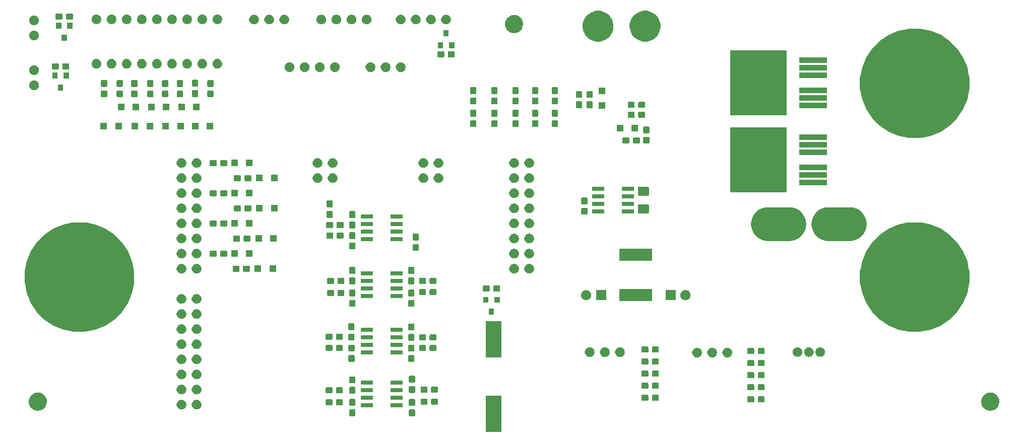
<source format=gbr>
G04 #@! TF.GenerationSoftware,KiCad,Pcbnew,(5.1.4)-1*
G04 #@! TF.CreationDate,2020-02-21T20:18:13-06:00*
G04 #@! TF.ProjectId,2020_BMSBOARD,32303230-5f42-44d5-9342-4f4152442e6b,rev?*
G04 #@! TF.SameCoordinates,Original*
G04 #@! TF.FileFunction,Soldermask,Top*
G04 #@! TF.FilePolarity,Negative*
%FSLAX46Y46*%
G04 Gerber Fmt 4.6, Leading zero omitted, Abs format (unit mm)*
G04 Created by KiCad (PCBNEW (5.1.4)-1) date 2020-02-21 20:18:13*
%MOMM*%
%LPD*%
G04 APERTURE LIST*
%ADD10C,0.100000*%
G04 APERTURE END LIST*
D10*
G36*
X173132000Y-54667000D02*
G01*
X170530000Y-54667000D01*
X170530000Y-48565000D01*
X173132000Y-48565000D01*
X173132000Y-54667000D01*
X173132000Y-54667000D01*
G37*
G36*
X158479499Y-50835445D02*
G01*
X158516995Y-50846820D01*
X158551554Y-50865292D01*
X158581847Y-50890153D01*
X158606708Y-50920446D01*
X158625180Y-50955005D01*
X158636555Y-50992501D01*
X158641000Y-51037638D01*
X158641000Y-51776362D01*
X158636555Y-51821499D01*
X158625180Y-51858995D01*
X158606708Y-51893554D01*
X158581847Y-51923847D01*
X158551554Y-51948708D01*
X158516995Y-51967180D01*
X158479499Y-51978555D01*
X158434362Y-51983000D01*
X157795638Y-51983000D01*
X157750501Y-51978555D01*
X157713005Y-51967180D01*
X157678446Y-51948708D01*
X157648153Y-51923847D01*
X157623292Y-51893554D01*
X157604820Y-51858995D01*
X157593445Y-51821499D01*
X157589000Y-51776362D01*
X157589000Y-51037638D01*
X157593445Y-50992501D01*
X157604820Y-50955005D01*
X157623292Y-50920446D01*
X157648153Y-50890153D01*
X157678446Y-50865292D01*
X157713005Y-50846820D01*
X157750501Y-50835445D01*
X157795638Y-50831000D01*
X158434362Y-50831000D01*
X158479499Y-50835445D01*
X158479499Y-50835445D01*
G37*
G36*
X148446499Y-50835445D02*
G01*
X148483995Y-50846820D01*
X148518554Y-50865292D01*
X148548847Y-50890153D01*
X148573708Y-50920446D01*
X148592180Y-50955005D01*
X148603555Y-50992501D01*
X148608000Y-51037638D01*
X148608000Y-51776362D01*
X148603555Y-51821499D01*
X148592180Y-51858995D01*
X148573708Y-51893554D01*
X148548847Y-51923847D01*
X148518554Y-51948708D01*
X148483995Y-51967180D01*
X148446499Y-51978555D01*
X148401362Y-51983000D01*
X147762638Y-51983000D01*
X147717501Y-51978555D01*
X147680005Y-51967180D01*
X147645446Y-51948708D01*
X147615153Y-51923847D01*
X147590292Y-51893554D01*
X147571820Y-51858995D01*
X147560445Y-51821499D01*
X147556000Y-51776362D01*
X147556000Y-51037638D01*
X147560445Y-50992501D01*
X147571820Y-50955005D01*
X147590292Y-50920446D01*
X147615153Y-50890153D01*
X147645446Y-50865292D01*
X147680005Y-50846820D01*
X147717501Y-50835445D01*
X147762638Y-50831000D01*
X148401362Y-50831000D01*
X148446499Y-50835445D01*
X148446499Y-50835445D01*
G37*
G36*
X255511619Y-48024000D02*
G01*
X255714593Y-48064374D01*
X255991979Y-48179271D01*
X256142366Y-48279757D01*
X256241620Y-48346076D01*
X256453924Y-48558380D01*
X256478095Y-48594555D01*
X256620729Y-48808021D01*
X256735626Y-49085407D01*
X256750066Y-49158000D01*
X256776820Y-49292501D01*
X256794200Y-49379879D01*
X256794200Y-49680121D01*
X256735626Y-49974593D01*
X256620729Y-50251979D01*
X256605251Y-50275143D01*
X256453924Y-50501620D01*
X256241620Y-50713924D01*
X256158784Y-50769273D01*
X255991979Y-50880729D01*
X255714593Y-50995626D01*
X255567357Y-51024913D01*
X255420122Y-51054200D01*
X255119878Y-51054200D01*
X254972643Y-51024913D01*
X254825407Y-50995626D01*
X254548021Y-50880729D01*
X254381216Y-50769273D01*
X254298380Y-50713924D01*
X254086076Y-50501620D01*
X253934749Y-50275143D01*
X253919271Y-50251979D01*
X253804374Y-49974593D01*
X253745800Y-49680121D01*
X253745800Y-49379879D01*
X253763181Y-49292501D01*
X253789934Y-49158000D01*
X253804374Y-49085407D01*
X253919271Y-48808021D01*
X254061905Y-48594555D01*
X254086076Y-48558380D01*
X254298380Y-48346076D01*
X254397634Y-48279757D01*
X254548021Y-48179271D01*
X254825407Y-48064374D01*
X255028381Y-48024000D01*
X255119878Y-48005800D01*
X255420122Y-48005800D01*
X255511619Y-48024000D01*
X255511619Y-48024000D01*
G37*
G36*
X95491619Y-48024000D02*
G01*
X95694593Y-48064374D01*
X95971979Y-48179271D01*
X96122366Y-48279757D01*
X96221620Y-48346076D01*
X96433924Y-48558380D01*
X96458095Y-48594555D01*
X96600729Y-48808021D01*
X96715626Y-49085407D01*
X96730066Y-49158000D01*
X96756820Y-49292501D01*
X96774200Y-49379879D01*
X96774200Y-49680121D01*
X96715626Y-49974593D01*
X96600729Y-50251979D01*
X96585251Y-50275143D01*
X96433924Y-50501620D01*
X96221620Y-50713924D01*
X96138784Y-50769273D01*
X95971979Y-50880729D01*
X95694593Y-50995626D01*
X95547357Y-51024913D01*
X95400122Y-51054200D01*
X95099878Y-51054200D01*
X94952643Y-51024913D01*
X94805407Y-50995626D01*
X94528021Y-50880729D01*
X94361216Y-50769273D01*
X94278380Y-50713924D01*
X94066076Y-50501620D01*
X93914749Y-50275143D01*
X93899271Y-50251979D01*
X93784374Y-49974593D01*
X93725800Y-49680121D01*
X93725800Y-49379879D01*
X93743181Y-49292501D01*
X93769934Y-49158000D01*
X93784374Y-49085407D01*
X93899271Y-48808021D01*
X94041905Y-48594555D01*
X94066076Y-48558380D01*
X94278380Y-48346076D01*
X94377634Y-48279757D01*
X94528021Y-48179271D01*
X94805407Y-48064374D01*
X95008381Y-48024000D01*
X95099878Y-48005800D01*
X95400122Y-48005800D01*
X95491619Y-48024000D01*
X95491619Y-48024000D01*
G37*
G36*
X122157142Y-49256242D02*
G01*
X122305101Y-49317529D01*
X122438255Y-49406499D01*
X122551501Y-49519745D01*
X122640471Y-49652899D01*
X122701758Y-49800858D01*
X122733000Y-49957925D01*
X122733000Y-50118075D01*
X122701758Y-50275142D01*
X122640471Y-50423101D01*
X122551501Y-50556255D01*
X122438255Y-50669501D01*
X122305101Y-50758471D01*
X122157142Y-50819758D01*
X122000075Y-50851000D01*
X121839925Y-50851000D01*
X121682858Y-50819758D01*
X121534899Y-50758471D01*
X121401745Y-50669501D01*
X121288499Y-50556255D01*
X121199529Y-50423101D01*
X121138242Y-50275142D01*
X121107000Y-50118075D01*
X121107000Y-49957925D01*
X121138242Y-49800858D01*
X121199529Y-49652899D01*
X121288499Y-49519745D01*
X121401745Y-49406499D01*
X121534899Y-49317529D01*
X121682858Y-49256242D01*
X121839925Y-49225000D01*
X122000075Y-49225000D01*
X122157142Y-49256242D01*
X122157142Y-49256242D01*
G37*
G36*
X119617142Y-49256242D02*
G01*
X119765101Y-49317529D01*
X119898255Y-49406499D01*
X120011501Y-49519745D01*
X120100471Y-49652899D01*
X120161758Y-49800858D01*
X120193000Y-49957925D01*
X120193000Y-50118075D01*
X120161758Y-50275142D01*
X120100471Y-50423101D01*
X120011501Y-50556255D01*
X119898255Y-50669501D01*
X119765101Y-50758471D01*
X119617142Y-50819758D01*
X119460075Y-50851000D01*
X119299925Y-50851000D01*
X119142858Y-50819758D01*
X118994899Y-50758471D01*
X118861745Y-50669501D01*
X118748499Y-50556255D01*
X118659529Y-50423101D01*
X118598242Y-50275142D01*
X118567000Y-50118075D01*
X118567000Y-49957925D01*
X118598242Y-49800858D01*
X118659529Y-49652899D01*
X118748499Y-49519745D01*
X118861745Y-49406499D01*
X118994899Y-49317529D01*
X119142858Y-49256242D01*
X119299925Y-49225000D01*
X119460075Y-49225000D01*
X119617142Y-49256242D01*
X119617142Y-49256242D01*
G37*
G36*
X156444928Y-49816764D02*
G01*
X156466009Y-49823160D01*
X156485445Y-49833548D01*
X156502476Y-49847524D01*
X156516452Y-49864555D01*
X156526840Y-49883991D01*
X156533236Y-49905072D01*
X156536000Y-49933140D01*
X156536000Y-50396860D01*
X156533236Y-50424928D01*
X156526840Y-50446009D01*
X156516452Y-50465445D01*
X156502476Y-50482476D01*
X156485445Y-50496452D01*
X156466009Y-50506840D01*
X156444928Y-50513236D01*
X156416860Y-50516000D01*
X154603140Y-50516000D01*
X154575072Y-50513236D01*
X154553991Y-50506840D01*
X154534555Y-50496452D01*
X154517524Y-50482476D01*
X154503548Y-50465445D01*
X154493160Y-50446009D01*
X154486764Y-50424928D01*
X154484000Y-50396860D01*
X154484000Y-49933140D01*
X154486764Y-49905072D01*
X154493160Y-49883991D01*
X154503548Y-49864555D01*
X154517524Y-49847524D01*
X154534555Y-49833548D01*
X154553991Y-49823160D01*
X154575072Y-49816764D01*
X154603140Y-49814000D01*
X156416860Y-49814000D01*
X156444928Y-49816764D01*
X156444928Y-49816764D01*
G37*
G36*
X151494928Y-49816764D02*
G01*
X151516009Y-49823160D01*
X151535445Y-49833548D01*
X151552476Y-49847524D01*
X151566452Y-49864555D01*
X151576840Y-49883991D01*
X151583236Y-49905072D01*
X151586000Y-49933140D01*
X151586000Y-50396860D01*
X151583236Y-50424928D01*
X151576840Y-50446009D01*
X151566452Y-50465445D01*
X151552476Y-50482476D01*
X151535445Y-50496452D01*
X151516009Y-50506840D01*
X151494928Y-50513236D01*
X151466860Y-50516000D01*
X149653140Y-50516000D01*
X149625072Y-50513236D01*
X149603991Y-50506840D01*
X149584555Y-50496452D01*
X149567524Y-50482476D01*
X149553548Y-50465445D01*
X149543160Y-50446009D01*
X149536764Y-50424928D01*
X149534000Y-50396860D01*
X149534000Y-49933140D01*
X149536764Y-49905072D01*
X149543160Y-49883991D01*
X149553548Y-49864555D01*
X149567524Y-49847524D01*
X149584555Y-49833548D01*
X149603991Y-49823160D01*
X149625072Y-49816764D01*
X149653140Y-49814000D01*
X151466860Y-49814000D01*
X151494928Y-49816764D01*
X151494928Y-49816764D01*
G37*
G36*
X148446499Y-49085445D02*
G01*
X148483995Y-49096820D01*
X148518554Y-49115292D01*
X148548847Y-49140153D01*
X148573708Y-49170446D01*
X148592180Y-49205005D01*
X148603555Y-49242501D01*
X148608000Y-49287638D01*
X148608000Y-50026362D01*
X148603555Y-50071499D01*
X148592180Y-50108995D01*
X148573708Y-50143554D01*
X148548847Y-50173847D01*
X148518554Y-50198708D01*
X148483995Y-50217180D01*
X148446499Y-50228555D01*
X148401362Y-50233000D01*
X147762638Y-50233000D01*
X147717501Y-50228555D01*
X147680005Y-50217180D01*
X147645446Y-50198708D01*
X147615153Y-50173847D01*
X147590292Y-50143554D01*
X147571820Y-50108995D01*
X147560445Y-50071499D01*
X147556000Y-50026362D01*
X147556000Y-49287638D01*
X147560445Y-49242501D01*
X147571820Y-49205005D01*
X147590292Y-49170446D01*
X147615153Y-49140153D01*
X147645446Y-49115292D01*
X147680005Y-49096820D01*
X147717501Y-49085445D01*
X147762638Y-49081000D01*
X148401362Y-49081000D01*
X148446499Y-49085445D01*
X148446499Y-49085445D01*
G37*
G36*
X158479499Y-49085445D02*
G01*
X158516995Y-49096820D01*
X158551554Y-49115292D01*
X158581847Y-49140153D01*
X158606708Y-49170446D01*
X158625180Y-49205005D01*
X158636555Y-49242501D01*
X158641000Y-49287638D01*
X158641000Y-50026362D01*
X158636555Y-50071499D01*
X158625180Y-50108995D01*
X158606708Y-50143554D01*
X158581847Y-50173847D01*
X158551554Y-50198708D01*
X158516995Y-50217180D01*
X158479499Y-50228555D01*
X158434362Y-50233000D01*
X157795638Y-50233000D01*
X157750501Y-50228555D01*
X157713005Y-50217180D01*
X157678446Y-50198708D01*
X157648153Y-50173847D01*
X157623292Y-50143554D01*
X157604820Y-50108995D01*
X157593445Y-50071499D01*
X157589000Y-50026362D01*
X157589000Y-49287638D01*
X157593445Y-49242501D01*
X157604820Y-49205005D01*
X157623292Y-49170446D01*
X157648153Y-49140153D01*
X157678446Y-49115292D01*
X157713005Y-49096820D01*
X157750501Y-49085445D01*
X157795638Y-49081000D01*
X158434362Y-49081000D01*
X158479499Y-49085445D01*
X158479499Y-49085445D01*
G37*
G36*
X144587499Y-49135445D02*
G01*
X144624995Y-49146820D01*
X144659554Y-49165292D01*
X144689847Y-49190153D01*
X144714708Y-49220446D01*
X144733180Y-49255005D01*
X144744555Y-49292501D01*
X144749000Y-49337638D01*
X144749000Y-49976362D01*
X144744555Y-50021499D01*
X144733180Y-50058995D01*
X144714708Y-50093554D01*
X144689847Y-50123847D01*
X144659554Y-50148708D01*
X144624995Y-50167180D01*
X144587499Y-50178555D01*
X144542362Y-50183000D01*
X143803638Y-50183000D01*
X143758501Y-50178555D01*
X143721005Y-50167180D01*
X143686446Y-50148708D01*
X143656153Y-50123847D01*
X143631292Y-50093554D01*
X143612820Y-50058995D01*
X143601445Y-50021499D01*
X143597000Y-49976362D01*
X143597000Y-49337638D01*
X143601445Y-49292501D01*
X143612820Y-49255005D01*
X143631292Y-49220446D01*
X143656153Y-49190153D01*
X143686446Y-49165292D01*
X143721005Y-49146820D01*
X143758501Y-49135445D01*
X143803638Y-49131000D01*
X144542362Y-49131000D01*
X144587499Y-49135445D01*
X144587499Y-49135445D01*
G37*
G36*
X146337499Y-49135445D02*
G01*
X146374995Y-49146820D01*
X146409554Y-49165292D01*
X146439847Y-49190153D01*
X146464708Y-49220446D01*
X146483180Y-49255005D01*
X146494555Y-49292501D01*
X146499000Y-49337638D01*
X146499000Y-49976362D01*
X146494555Y-50021499D01*
X146483180Y-50058995D01*
X146464708Y-50093554D01*
X146439847Y-50123847D01*
X146409554Y-50148708D01*
X146374995Y-50167180D01*
X146337499Y-50178555D01*
X146292362Y-50183000D01*
X145553638Y-50183000D01*
X145508501Y-50178555D01*
X145471005Y-50167180D01*
X145436446Y-50148708D01*
X145406153Y-50123847D01*
X145381292Y-50093554D01*
X145362820Y-50058995D01*
X145351445Y-50021499D01*
X145347000Y-49976362D01*
X145347000Y-49337638D01*
X145351445Y-49292501D01*
X145362820Y-49255005D01*
X145381292Y-49220446D01*
X145406153Y-49190153D01*
X145436446Y-49165292D01*
X145471005Y-49146820D01*
X145508501Y-49135445D01*
X145553638Y-49131000D01*
X146292362Y-49131000D01*
X146337499Y-49135445D01*
X146337499Y-49135445D01*
G37*
G36*
X160561499Y-49008445D02*
G01*
X160598995Y-49019820D01*
X160633554Y-49038292D01*
X160663847Y-49063153D01*
X160688708Y-49093446D01*
X160707180Y-49128005D01*
X160718555Y-49165501D01*
X160723000Y-49210638D01*
X160723000Y-49849362D01*
X160718555Y-49894499D01*
X160707180Y-49931995D01*
X160688708Y-49966554D01*
X160663847Y-49996847D01*
X160633554Y-50021708D01*
X160598995Y-50040180D01*
X160561499Y-50051555D01*
X160516362Y-50056000D01*
X159777638Y-50056000D01*
X159732501Y-50051555D01*
X159695005Y-50040180D01*
X159660446Y-50021708D01*
X159630153Y-49996847D01*
X159605292Y-49966554D01*
X159586820Y-49931995D01*
X159575445Y-49894499D01*
X159571000Y-49849362D01*
X159571000Y-49210638D01*
X159575445Y-49165501D01*
X159586820Y-49128005D01*
X159605292Y-49093446D01*
X159630153Y-49063153D01*
X159660446Y-49038292D01*
X159695005Y-49019820D01*
X159732501Y-49008445D01*
X159777638Y-49004000D01*
X160516362Y-49004000D01*
X160561499Y-49008445D01*
X160561499Y-49008445D01*
G37*
G36*
X162311499Y-49008445D02*
G01*
X162348995Y-49019820D01*
X162383554Y-49038292D01*
X162413847Y-49063153D01*
X162438708Y-49093446D01*
X162457180Y-49128005D01*
X162468555Y-49165501D01*
X162473000Y-49210638D01*
X162473000Y-49849362D01*
X162468555Y-49894499D01*
X162457180Y-49931995D01*
X162438708Y-49966554D01*
X162413847Y-49996847D01*
X162383554Y-50021708D01*
X162348995Y-50040180D01*
X162311499Y-50051555D01*
X162266362Y-50056000D01*
X161527638Y-50056000D01*
X161482501Y-50051555D01*
X161445005Y-50040180D01*
X161410446Y-50021708D01*
X161380153Y-49996847D01*
X161355292Y-49966554D01*
X161336820Y-49931995D01*
X161325445Y-49894499D01*
X161321000Y-49849362D01*
X161321000Y-49210638D01*
X161325445Y-49165501D01*
X161336820Y-49128005D01*
X161355292Y-49093446D01*
X161380153Y-49063153D01*
X161410446Y-49038292D01*
X161445005Y-49019820D01*
X161482501Y-49008445D01*
X161527638Y-49004000D01*
X162266362Y-49004000D01*
X162311499Y-49008445D01*
X162311499Y-49008445D01*
G37*
G36*
X215439499Y-48627445D02*
G01*
X215476995Y-48638820D01*
X215511554Y-48657292D01*
X215541847Y-48682153D01*
X215566708Y-48712446D01*
X215585180Y-48747005D01*
X215596555Y-48784501D01*
X215601000Y-48829638D01*
X215601000Y-49468362D01*
X215596555Y-49513499D01*
X215585180Y-49550995D01*
X215566708Y-49585554D01*
X215541847Y-49615847D01*
X215511554Y-49640708D01*
X215476995Y-49659180D01*
X215439499Y-49670555D01*
X215394362Y-49675000D01*
X214655638Y-49675000D01*
X214610501Y-49670555D01*
X214573005Y-49659180D01*
X214538446Y-49640708D01*
X214508153Y-49615847D01*
X214483292Y-49585554D01*
X214464820Y-49550995D01*
X214453445Y-49513499D01*
X214449000Y-49468362D01*
X214449000Y-48829638D01*
X214453445Y-48784501D01*
X214464820Y-48747005D01*
X214483292Y-48712446D01*
X214508153Y-48682153D01*
X214538446Y-48657292D01*
X214573005Y-48638820D01*
X214610501Y-48627445D01*
X214655638Y-48623000D01*
X215394362Y-48623000D01*
X215439499Y-48627445D01*
X215439499Y-48627445D01*
G37*
G36*
X217189499Y-48627445D02*
G01*
X217226995Y-48638820D01*
X217261554Y-48657292D01*
X217291847Y-48682153D01*
X217316708Y-48712446D01*
X217335180Y-48747005D01*
X217346555Y-48784501D01*
X217351000Y-48829638D01*
X217351000Y-49468362D01*
X217346555Y-49513499D01*
X217335180Y-49550995D01*
X217316708Y-49585554D01*
X217291847Y-49615847D01*
X217261554Y-49640708D01*
X217226995Y-49659180D01*
X217189499Y-49670555D01*
X217144362Y-49675000D01*
X216405638Y-49675000D01*
X216360501Y-49670555D01*
X216323005Y-49659180D01*
X216288446Y-49640708D01*
X216258153Y-49615847D01*
X216233292Y-49585554D01*
X216214820Y-49550995D01*
X216203445Y-49513499D01*
X216199000Y-49468362D01*
X216199000Y-48829638D01*
X216203445Y-48784501D01*
X216214820Y-48747005D01*
X216233292Y-48712446D01*
X216258153Y-48682153D01*
X216288446Y-48657292D01*
X216323005Y-48638820D01*
X216360501Y-48627445D01*
X216405638Y-48623000D01*
X217144362Y-48623000D01*
X217189499Y-48627445D01*
X217189499Y-48627445D01*
G37*
G36*
X197659499Y-48373445D02*
G01*
X197696995Y-48384820D01*
X197731554Y-48403292D01*
X197761847Y-48428153D01*
X197786708Y-48458446D01*
X197805180Y-48493005D01*
X197816555Y-48530501D01*
X197821000Y-48575638D01*
X197821000Y-49214362D01*
X197816555Y-49259499D01*
X197805180Y-49296995D01*
X197786708Y-49331554D01*
X197761847Y-49361847D01*
X197731554Y-49386708D01*
X197696995Y-49405180D01*
X197659499Y-49416555D01*
X197614362Y-49421000D01*
X196875638Y-49421000D01*
X196830501Y-49416555D01*
X196793005Y-49405180D01*
X196758446Y-49386708D01*
X196728153Y-49361847D01*
X196703292Y-49331554D01*
X196684820Y-49296995D01*
X196673445Y-49259499D01*
X196669000Y-49214362D01*
X196669000Y-48575638D01*
X196673445Y-48530501D01*
X196684820Y-48493005D01*
X196703292Y-48458446D01*
X196728153Y-48428153D01*
X196758446Y-48403292D01*
X196793005Y-48384820D01*
X196830501Y-48373445D01*
X196875638Y-48369000D01*
X197614362Y-48369000D01*
X197659499Y-48373445D01*
X197659499Y-48373445D01*
G37*
G36*
X199409499Y-48373445D02*
G01*
X199446995Y-48384820D01*
X199481554Y-48403292D01*
X199511847Y-48428153D01*
X199536708Y-48458446D01*
X199555180Y-48493005D01*
X199566555Y-48530501D01*
X199571000Y-48575638D01*
X199571000Y-49214362D01*
X199566555Y-49259499D01*
X199555180Y-49296995D01*
X199536708Y-49331554D01*
X199511847Y-49361847D01*
X199481554Y-49386708D01*
X199446995Y-49405180D01*
X199409499Y-49416555D01*
X199364362Y-49421000D01*
X198625638Y-49421000D01*
X198580501Y-49416555D01*
X198543005Y-49405180D01*
X198508446Y-49386708D01*
X198478153Y-49361847D01*
X198453292Y-49331554D01*
X198434820Y-49296995D01*
X198423445Y-49259499D01*
X198419000Y-49214362D01*
X198419000Y-48575638D01*
X198423445Y-48530501D01*
X198434820Y-48493005D01*
X198453292Y-48458446D01*
X198478153Y-48428153D01*
X198508446Y-48403292D01*
X198543005Y-48384820D01*
X198580501Y-48373445D01*
X198625638Y-48369000D01*
X199364362Y-48369000D01*
X199409499Y-48373445D01*
X199409499Y-48373445D01*
G37*
G36*
X151494928Y-48546764D02*
G01*
X151516009Y-48553160D01*
X151535445Y-48563548D01*
X151552476Y-48577524D01*
X151566452Y-48594555D01*
X151576840Y-48613991D01*
X151583236Y-48635072D01*
X151586000Y-48663140D01*
X151586000Y-49126860D01*
X151583236Y-49154928D01*
X151576840Y-49176009D01*
X151566452Y-49195445D01*
X151552476Y-49212476D01*
X151535445Y-49226452D01*
X151516009Y-49236840D01*
X151494928Y-49243236D01*
X151466860Y-49246000D01*
X149653140Y-49246000D01*
X149625072Y-49243236D01*
X149603991Y-49236840D01*
X149584555Y-49226452D01*
X149567524Y-49212476D01*
X149553548Y-49195445D01*
X149543160Y-49176009D01*
X149536764Y-49154928D01*
X149534000Y-49126860D01*
X149534000Y-48663140D01*
X149536764Y-48635072D01*
X149543160Y-48613991D01*
X149553548Y-48594555D01*
X149567524Y-48577524D01*
X149584555Y-48563548D01*
X149603991Y-48553160D01*
X149625072Y-48546764D01*
X149653140Y-48544000D01*
X151466860Y-48544000D01*
X151494928Y-48546764D01*
X151494928Y-48546764D01*
G37*
G36*
X156444928Y-48546764D02*
G01*
X156466009Y-48553160D01*
X156485445Y-48563548D01*
X156502476Y-48577524D01*
X156516452Y-48594555D01*
X156526840Y-48613991D01*
X156533236Y-48635072D01*
X156536000Y-48663140D01*
X156536000Y-49126860D01*
X156533236Y-49154928D01*
X156526840Y-49176009D01*
X156516452Y-49195445D01*
X156502476Y-49212476D01*
X156485445Y-49226452D01*
X156466009Y-49236840D01*
X156444928Y-49243236D01*
X156416860Y-49246000D01*
X154603140Y-49246000D01*
X154575072Y-49243236D01*
X154553991Y-49236840D01*
X154534555Y-49226452D01*
X154517524Y-49212476D01*
X154503548Y-49195445D01*
X154493160Y-49176009D01*
X154486764Y-49154928D01*
X154484000Y-49126860D01*
X154484000Y-48663140D01*
X154486764Y-48635072D01*
X154493160Y-48613991D01*
X154503548Y-48594555D01*
X154517524Y-48577524D01*
X154534555Y-48563548D01*
X154553991Y-48553160D01*
X154575072Y-48546764D01*
X154603140Y-48544000D01*
X156416860Y-48544000D01*
X156444928Y-48546764D01*
X156444928Y-48546764D01*
G37*
G36*
X122157142Y-46716242D02*
G01*
X122305101Y-46777529D01*
X122438255Y-46866499D01*
X122551501Y-46979745D01*
X122640471Y-47112899D01*
X122701758Y-47260858D01*
X122733000Y-47417925D01*
X122733000Y-47578075D01*
X122701758Y-47735142D01*
X122640471Y-47883101D01*
X122551501Y-48016255D01*
X122438255Y-48129501D01*
X122305101Y-48218471D01*
X122157142Y-48279758D01*
X122000075Y-48311000D01*
X121839925Y-48311000D01*
X121682858Y-48279758D01*
X121534899Y-48218471D01*
X121401745Y-48129501D01*
X121288499Y-48016255D01*
X121199529Y-47883101D01*
X121138242Y-47735142D01*
X121107000Y-47578075D01*
X121107000Y-47417925D01*
X121138242Y-47260858D01*
X121199529Y-47112899D01*
X121288499Y-46979745D01*
X121401745Y-46866499D01*
X121534899Y-46777529D01*
X121682858Y-46716242D01*
X121839925Y-46685000D01*
X122000075Y-46685000D01*
X122157142Y-46716242D01*
X122157142Y-46716242D01*
G37*
G36*
X119617142Y-46716242D02*
G01*
X119765101Y-46777529D01*
X119898255Y-46866499D01*
X120011501Y-46979745D01*
X120100471Y-47112899D01*
X120161758Y-47260858D01*
X120193000Y-47417925D01*
X120193000Y-47578075D01*
X120161758Y-47735142D01*
X120100471Y-47883101D01*
X120011501Y-48016255D01*
X119898255Y-48129501D01*
X119765101Y-48218471D01*
X119617142Y-48279758D01*
X119460075Y-48311000D01*
X119299925Y-48311000D01*
X119142858Y-48279758D01*
X118994899Y-48218471D01*
X118861745Y-48129501D01*
X118748499Y-48016255D01*
X118659529Y-47883101D01*
X118598242Y-47735142D01*
X118567000Y-47578075D01*
X118567000Y-47417925D01*
X118598242Y-47260858D01*
X118659529Y-47112899D01*
X118748499Y-46979745D01*
X118861745Y-46866499D01*
X118994899Y-46777529D01*
X119142858Y-46716242D01*
X119299925Y-46685000D01*
X119460075Y-46685000D01*
X119617142Y-46716242D01*
X119617142Y-46716242D01*
G37*
G36*
X148446499Y-47053445D02*
G01*
X148483995Y-47064820D01*
X148518554Y-47083292D01*
X148548847Y-47108153D01*
X148573708Y-47138446D01*
X148592180Y-47173005D01*
X148603555Y-47210501D01*
X148608000Y-47255638D01*
X148608000Y-47994362D01*
X148603555Y-48039499D01*
X148592180Y-48076995D01*
X148573708Y-48111554D01*
X148548847Y-48141847D01*
X148518554Y-48166708D01*
X148483995Y-48185180D01*
X148446499Y-48196555D01*
X148401362Y-48201000D01*
X147762638Y-48201000D01*
X147717501Y-48196555D01*
X147680005Y-48185180D01*
X147645446Y-48166708D01*
X147615153Y-48141847D01*
X147590292Y-48111554D01*
X147571820Y-48076995D01*
X147560445Y-48039499D01*
X147556000Y-47994362D01*
X147556000Y-47255638D01*
X147560445Y-47210501D01*
X147571820Y-47173005D01*
X147590292Y-47138446D01*
X147615153Y-47108153D01*
X147645446Y-47083292D01*
X147680005Y-47064820D01*
X147717501Y-47053445D01*
X147762638Y-47049000D01*
X148401362Y-47049000D01*
X148446499Y-47053445D01*
X148446499Y-47053445D01*
G37*
G36*
X146337499Y-47103445D02*
G01*
X146374995Y-47114820D01*
X146409554Y-47133292D01*
X146439847Y-47158153D01*
X146464708Y-47188446D01*
X146483180Y-47223005D01*
X146494555Y-47260501D01*
X146499000Y-47305638D01*
X146499000Y-47944362D01*
X146494555Y-47989499D01*
X146483180Y-48026995D01*
X146464708Y-48061554D01*
X146439847Y-48091847D01*
X146409554Y-48116708D01*
X146374995Y-48135180D01*
X146337499Y-48146555D01*
X146292362Y-48151000D01*
X145553638Y-48151000D01*
X145508501Y-48146555D01*
X145471005Y-48135180D01*
X145436446Y-48116708D01*
X145406153Y-48091847D01*
X145381292Y-48061554D01*
X145362820Y-48026995D01*
X145351445Y-47989499D01*
X145347000Y-47944362D01*
X145347000Y-47305638D01*
X145351445Y-47260501D01*
X145362820Y-47223005D01*
X145381292Y-47188446D01*
X145406153Y-47158153D01*
X145436446Y-47133292D01*
X145471005Y-47114820D01*
X145508501Y-47103445D01*
X145553638Y-47099000D01*
X146292362Y-47099000D01*
X146337499Y-47103445D01*
X146337499Y-47103445D01*
G37*
G36*
X144587499Y-47103445D02*
G01*
X144624995Y-47114820D01*
X144659554Y-47133292D01*
X144689847Y-47158153D01*
X144714708Y-47188446D01*
X144733180Y-47223005D01*
X144744555Y-47260501D01*
X144749000Y-47305638D01*
X144749000Y-47944362D01*
X144744555Y-47989499D01*
X144733180Y-48026995D01*
X144714708Y-48061554D01*
X144689847Y-48091847D01*
X144659554Y-48116708D01*
X144624995Y-48135180D01*
X144587499Y-48146555D01*
X144542362Y-48151000D01*
X143803638Y-48151000D01*
X143758501Y-48146555D01*
X143721005Y-48135180D01*
X143686446Y-48116708D01*
X143656153Y-48091847D01*
X143631292Y-48061554D01*
X143612820Y-48026995D01*
X143601445Y-47989499D01*
X143597000Y-47944362D01*
X143597000Y-47305638D01*
X143601445Y-47260501D01*
X143612820Y-47223005D01*
X143631292Y-47188446D01*
X143656153Y-47158153D01*
X143686446Y-47133292D01*
X143721005Y-47114820D01*
X143758501Y-47103445D01*
X143803638Y-47099000D01*
X144542362Y-47099000D01*
X144587499Y-47103445D01*
X144587499Y-47103445D01*
G37*
G36*
X158479499Y-46926445D02*
G01*
X158516995Y-46937820D01*
X158551554Y-46956292D01*
X158581847Y-46981153D01*
X158606708Y-47011446D01*
X158625180Y-47046005D01*
X158636555Y-47083501D01*
X158641000Y-47128638D01*
X158641000Y-47867362D01*
X158636555Y-47912499D01*
X158625180Y-47949995D01*
X158606708Y-47984554D01*
X158581847Y-48014847D01*
X158551554Y-48039708D01*
X158516995Y-48058180D01*
X158479499Y-48069555D01*
X158434362Y-48074000D01*
X157795638Y-48074000D01*
X157750501Y-48069555D01*
X157713005Y-48058180D01*
X157678446Y-48039708D01*
X157648153Y-48014847D01*
X157623292Y-47984554D01*
X157604820Y-47949995D01*
X157593445Y-47912499D01*
X157589000Y-47867362D01*
X157589000Y-47128638D01*
X157593445Y-47083501D01*
X157604820Y-47046005D01*
X157623292Y-47011446D01*
X157648153Y-46981153D01*
X157678446Y-46956292D01*
X157713005Y-46937820D01*
X157750501Y-46926445D01*
X157795638Y-46922000D01*
X158434362Y-46922000D01*
X158479499Y-46926445D01*
X158479499Y-46926445D01*
G37*
G36*
X162311499Y-46976445D02*
G01*
X162348995Y-46987820D01*
X162383554Y-47006292D01*
X162413847Y-47031153D01*
X162438708Y-47061446D01*
X162457180Y-47096005D01*
X162468555Y-47133501D01*
X162473000Y-47178638D01*
X162473000Y-47817362D01*
X162468555Y-47862499D01*
X162457180Y-47899995D01*
X162438708Y-47934554D01*
X162413847Y-47964847D01*
X162383554Y-47989708D01*
X162348995Y-48008180D01*
X162311499Y-48019555D01*
X162266362Y-48024000D01*
X161527638Y-48024000D01*
X161482501Y-48019555D01*
X161445005Y-48008180D01*
X161410446Y-47989708D01*
X161380153Y-47964847D01*
X161355292Y-47934554D01*
X161336820Y-47899995D01*
X161325445Y-47862499D01*
X161321000Y-47817362D01*
X161321000Y-47178638D01*
X161325445Y-47133501D01*
X161336820Y-47096005D01*
X161355292Y-47061446D01*
X161380153Y-47031153D01*
X161410446Y-47006292D01*
X161445005Y-46987820D01*
X161482501Y-46976445D01*
X161527638Y-46972000D01*
X162266362Y-46972000D01*
X162311499Y-46976445D01*
X162311499Y-46976445D01*
G37*
G36*
X160561499Y-46976445D02*
G01*
X160598995Y-46987820D01*
X160633554Y-47006292D01*
X160663847Y-47031153D01*
X160688708Y-47061446D01*
X160707180Y-47096005D01*
X160718555Y-47133501D01*
X160723000Y-47178638D01*
X160723000Y-47817362D01*
X160718555Y-47862499D01*
X160707180Y-47899995D01*
X160688708Y-47934554D01*
X160663847Y-47964847D01*
X160633554Y-47989708D01*
X160598995Y-48008180D01*
X160561499Y-48019555D01*
X160516362Y-48024000D01*
X159777638Y-48024000D01*
X159732501Y-48019555D01*
X159695005Y-48008180D01*
X159660446Y-47989708D01*
X159630153Y-47964847D01*
X159605292Y-47934554D01*
X159586820Y-47899995D01*
X159575445Y-47862499D01*
X159571000Y-47817362D01*
X159571000Y-47178638D01*
X159575445Y-47133501D01*
X159586820Y-47096005D01*
X159605292Y-47061446D01*
X159630153Y-47031153D01*
X159660446Y-47006292D01*
X159695005Y-46987820D01*
X159732501Y-46976445D01*
X159777638Y-46972000D01*
X160516362Y-46972000D01*
X160561499Y-46976445D01*
X160561499Y-46976445D01*
G37*
G36*
X156444928Y-47276764D02*
G01*
X156466009Y-47283160D01*
X156485445Y-47293548D01*
X156502476Y-47307524D01*
X156516452Y-47324555D01*
X156526840Y-47343991D01*
X156533236Y-47365072D01*
X156536000Y-47393140D01*
X156536000Y-47856860D01*
X156533236Y-47884928D01*
X156526840Y-47906009D01*
X156516452Y-47925445D01*
X156502476Y-47942476D01*
X156485445Y-47956452D01*
X156466009Y-47966840D01*
X156444928Y-47973236D01*
X156416860Y-47976000D01*
X154603140Y-47976000D01*
X154575072Y-47973236D01*
X154553991Y-47966840D01*
X154534555Y-47956452D01*
X154517524Y-47942476D01*
X154503548Y-47925445D01*
X154493160Y-47906009D01*
X154486764Y-47884928D01*
X154484000Y-47856860D01*
X154484000Y-47393140D01*
X154486764Y-47365072D01*
X154493160Y-47343991D01*
X154503548Y-47324555D01*
X154517524Y-47307524D01*
X154534555Y-47293548D01*
X154553991Y-47283160D01*
X154575072Y-47276764D01*
X154603140Y-47274000D01*
X156416860Y-47274000D01*
X156444928Y-47276764D01*
X156444928Y-47276764D01*
G37*
G36*
X151494928Y-47276764D02*
G01*
X151516009Y-47283160D01*
X151535445Y-47293548D01*
X151552476Y-47307524D01*
X151566452Y-47324555D01*
X151576840Y-47343991D01*
X151583236Y-47365072D01*
X151586000Y-47393140D01*
X151586000Y-47856860D01*
X151583236Y-47884928D01*
X151576840Y-47906009D01*
X151566452Y-47925445D01*
X151552476Y-47942476D01*
X151535445Y-47956452D01*
X151516009Y-47966840D01*
X151494928Y-47973236D01*
X151466860Y-47976000D01*
X149653140Y-47976000D01*
X149625072Y-47973236D01*
X149603991Y-47966840D01*
X149584555Y-47956452D01*
X149567524Y-47942476D01*
X149553548Y-47925445D01*
X149543160Y-47906009D01*
X149536764Y-47884928D01*
X149534000Y-47856860D01*
X149534000Y-47393140D01*
X149536764Y-47365072D01*
X149543160Y-47343991D01*
X149553548Y-47324555D01*
X149567524Y-47307524D01*
X149584555Y-47293548D01*
X149603991Y-47283160D01*
X149625072Y-47276764D01*
X149653140Y-47274000D01*
X151466860Y-47274000D01*
X151494928Y-47276764D01*
X151494928Y-47276764D01*
G37*
G36*
X217189499Y-46595445D02*
G01*
X217226995Y-46606820D01*
X217261554Y-46625292D01*
X217291847Y-46650153D01*
X217316708Y-46680446D01*
X217335180Y-46715005D01*
X217346555Y-46752501D01*
X217351000Y-46797638D01*
X217351000Y-47436362D01*
X217346555Y-47481499D01*
X217335180Y-47518995D01*
X217316708Y-47553554D01*
X217291847Y-47583847D01*
X217261554Y-47608708D01*
X217226995Y-47627180D01*
X217189499Y-47638555D01*
X217144362Y-47643000D01*
X216405638Y-47643000D01*
X216360501Y-47638555D01*
X216323005Y-47627180D01*
X216288446Y-47608708D01*
X216258153Y-47583847D01*
X216233292Y-47553554D01*
X216214820Y-47518995D01*
X216203445Y-47481499D01*
X216199000Y-47436362D01*
X216199000Y-46797638D01*
X216203445Y-46752501D01*
X216214820Y-46715005D01*
X216233292Y-46680446D01*
X216258153Y-46650153D01*
X216288446Y-46625292D01*
X216323005Y-46606820D01*
X216360501Y-46595445D01*
X216405638Y-46591000D01*
X217144362Y-46591000D01*
X217189499Y-46595445D01*
X217189499Y-46595445D01*
G37*
G36*
X215439499Y-46595445D02*
G01*
X215476995Y-46606820D01*
X215511554Y-46625292D01*
X215541847Y-46650153D01*
X215566708Y-46680446D01*
X215585180Y-46715005D01*
X215596555Y-46752501D01*
X215601000Y-46797638D01*
X215601000Y-47436362D01*
X215596555Y-47481499D01*
X215585180Y-47518995D01*
X215566708Y-47553554D01*
X215541847Y-47583847D01*
X215511554Y-47608708D01*
X215476995Y-47627180D01*
X215439499Y-47638555D01*
X215394362Y-47643000D01*
X214655638Y-47643000D01*
X214610501Y-47638555D01*
X214573005Y-47627180D01*
X214538446Y-47608708D01*
X214508153Y-47583847D01*
X214483292Y-47553554D01*
X214464820Y-47518995D01*
X214453445Y-47481499D01*
X214449000Y-47436362D01*
X214449000Y-46797638D01*
X214453445Y-46752501D01*
X214464820Y-46715005D01*
X214483292Y-46680446D01*
X214508153Y-46650153D01*
X214538446Y-46625292D01*
X214573005Y-46606820D01*
X214610501Y-46595445D01*
X214655638Y-46591000D01*
X215394362Y-46591000D01*
X215439499Y-46595445D01*
X215439499Y-46595445D01*
G37*
G36*
X199409499Y-46341445D02*
G01*
X199446995Y-46352820D01*
X199481554Y-46371292D01*
X199511847Y-46396153D01*
X199536708Y-46426446D01*
X199555180Y-46461005D01*
X199566555Y-46498501D01*
X199571000Y-46543638D01*
X199571000Y-47182362D01*
X199566555Y-47227499D01*
X199555180Y-47264995D01*
X199536708Y-47299554D01*
X199511847Y-47329847D01*
X199481554Y-47354708D01*
X199446995Y-47373180D01*
X199409499Y-47384555D01*
X199364362Y-47389000D01*
X198625638Y-47389000D01*
X198580501Y-47384555D01*
X198543005Y-47373180D01*
X198508446Y-47354708D01*
X198478153Y-47329847D01*
X198453292Y-47299554D01*
X198434820Y-47264995D01*
X198423445Y-47227499D01*
X198419000Y-47182362D01*
X198419000Y-46543638D01*
X198423445Y-46498501D01*
X198434820Y-46461005D01*
X198453292Y-46426446D01*
X198478153Y-46396153D01*
X198508446Y-46371292D01*
X198543005Y-46352820D01*
X198580501Y-46341445D01*
X198625638Y-46337000D01*
X199364362Y-46337000D01*
X199409499Y-46341445D01*
X199409499Y-46341445D01*
G37*
G36*
X197659499Y-46341445D02*
G01*
X197696995Y-46352820D01*
X197731554Y-46371292D01*
X197761847Y-46396153D01*
X197786708Y-46426446D01*
X197805180Y-46461005D01*
X197816555Y-46498501D01*
X197821000Y-46543638D01*
X197821000Y-47182362D01*
X197816555Y-47227499D01*
X197805180Y-47264995D01*
X197786708Y-47299554D01*
X197761847Y-47329847D01*
X197731554Y-47354708D01*
X197696995Y-47373180D01*
X197659499Y-47384555D01*
X197614362Y-47389000D01*
X196875638Y-47389000D01*
X196830501Y-47384555D01*
X196793005Y-47373180D01*
X196758446Y-47354708D01*
X196728153Y-47329847D01*
X196703292Y-47299554D01*
X196684820Y-47264995D01*
X196673445Y-47227499D01*
X196669000Y-47182362D01*
X196669000Y-46543638D01*
X196673445Y-46498501D01*
X196684820Y-46461005D01*
X196703292Y-46426446D01*
X196728153Y-46396153D01*
X196758446Y-46371292D01*
X196793005Y-46352820D01*
X196830501Y-46341445D01*
X196875638Y-46337000D01*
X197614362Y-46337000D01*
X197659499Y-46341445D01*
X197659499Y-46341445D01*
G37*
G36*
X151494928Y-46006764D02*
G01*
X151516009Y-46013160D01*
X151535445Y-46023548D01*
X151552476Y-46037524D01*
X151566452Y-46054555D01*
X151576840Y-46073991D01*
X151583236Y-46095072D01*
X151586000Y-46123140D01*
X151586000Y-46586860D01*
X151583236Y-46614928D01*
X151576840Y-46636009D01*
X151566452Y-46655445D01*
X151552476Y-46672476D01*
X151535445Y-46686452D01*
X151516009Y-46696840D01*
X151494928Y-46703236D01*
X151466860Y-46706000D01*
X149653140Y-46706000D01*
X149625072Y-46703236D01*
X149603991Y-46696840D01*
X149584555Y-46686452D01*
X149567524Y-46672476D01*
X149553548Y-46655445D01*
X149543160Y-46636009D01*
X149536764Y-46614928D01*
X149534000Y-46586860D01*
X149534000Y-46123140D01*
X149536764Y-46095072D01*
X149543160Y-46073991D01*
X149553548Y-46054555D01*
X149567524Y-46037524D01*
X149584555Y-46023548D01*
X149603991Y-46013160D01*
X149625072Y-46006764D01*
X149653140Y-46004000D01*
X151466860Y-46004000D01*
X151494928Y-46006764D01*
X151494928Y-46006764D01*
G37*
G36*
X156444928Y-46006764D02*
G01*
X156466009Y-46013160D01*
X156485445Y-46023548D01*
X156502476Y-46037524D01*
X156516452Y-46054555D01*
X156526840Y-46073991D01*
X156533236Y-46095072D01*
X156536000Y-46123140D01*
X156536000Y-46586860D01*
X156533236Y-46614928D01*
X156526840Y-46636009D01*
X156516452Y-46655445D01*
X156502476Y-46672476D01*
X156485445Y-46686452D01*
X156466009Y-46696840D01*
X156444928Y-46703236D01*
X156416860Y-46706000D01*
X154603140Y-46706000D01*
X154575072Y-46703236D01*
X154553991Y-46696840D01*
X154534555Y-46686452D01*
X154517524Y-46672476D01*
X154503548Y-46655445D01*
X154493160Y-46636009D01*
X154486764Y-46614928D01*
X154484000Y-46586860D01*
X154484000Y-46123140D01*
X154486764Y-46095072D01*
X154493160Y-46073991D01*
X154503548Y-46054555D01*
X154517524Y-46037524D01*
X154534555Y-46023548D01*
X154553991Y-46013160D01*
X154575072Y-46006764D01*
X154603140Y-46004000D01*
X156416860Y-46004000D01*
X156444928Y-46006764D01*
X156444928Y-46006764D01*
G37*
G36*
X148446499Y-45303445D02*
G01*
X148483995Y-45314820D01*
X148518554Y-45333292D01*
X148548847Y-45358153D01*
X148573708Y-45388446D01*
X148592180Y-45423005D01*
X148603555Y-45460501D01*
X148608000Y-45505638D01*
X148608000Y-46244362D01*
X148603555Y-46289499D01*
X148592180Y-46326995D01*
X148573708Y-46361554D01*
X148548847Y-46391847D01*
X148518554Y-46416708D01*
X148483995Y-46435180D01*
X148446499Y-46446555D01*
X148401362Y-46451000D01*
X147762638Y-46451000D01*
X147717501Y-46446555D01*
X147680005Y-46435180D01*
X147645446Y-46416708D01*
X147615153Y-46391847D01*
X147590292Y-46361554D01*
X147571820Y-46326995D01*
X147560445Y-46289499D01*
X147556000Y-46244362D01*
X147556000Y-45505638D01*
X147560445Y-45460501D01*
X147571820Y-45423005D01*
X147590292Y-45388446D01*
X147615153Y-45358153D01*
X147645446Y-45333292D01*
X147680005Y-45314820D01*
X147717501Y-45303445D01*
X147762638Y-45299000D01*
X148401362Y-45299000D01*
X148446499Y-45303445D01*
X148446499Y-45303445D01*
G37*
G36*
X158479499Y-45176445D02*
G01*
X158516995Y-45187820D01*
X158551554Y-45206292D01*
X158581847Y-45231153D01*
X158606708Y-45261446D01*
X158625180Y-45296005D01*
X158636555Y-45333501D01*
X158641000Y-45378638D01*
X158641000Y-46117362D01*
X158636555Y-46162499D01*
X158625180Y-46199995D01*
X158606708Y-46234554D01*
X158581847Y-46264847D01*
X158551554Y-46289708D01*
X158516995Y-46308180D01*
X158479499Y-46319555D01*
X158434362Y-46324000D01*
X157795638Y-46324000D01*
X157750501Y-46319555D01*
X157713005Y-46308180D01*
X157678446Y-46289708D01*
X157648153Y-46264847D01*
X157623292Y-46234554D01*
X157604820Y-46199995D01*
X157593445Y-46162499D01*
X157589000Y-46117362D01*
X157589000Y-45378638D01*
X157593445Y-45333501D01*
X157604820Y-45296005D01*
X157623292Y-45261446D01*
X157648153Y-45231153D01*
X157678446Y-45206292D01*
X157713005Y-45187820D01*
X157750501Y-45176445D01*
X157795638Y-45172000D01*
X158434362Y-45172000D01*
X158479499Y-45176445D01*
X158479499Y-45176445D01*
G37*
G36*
X122157142Y-44176242D02*
G01*
X122305101Y-44237529D01*
X122438255Y-44326499D01*
X122551501Y-44439745D01*
X122640471Y-44572899D01*
X122701758Y-44720858D01*
X122733000Y-44877925D01*
X122733000Y-45038075D01*
X122701758Y-45195142D01*
X122640471Y-45343101D01*
X122551501Y-45476255D01*
X122438255Y-45589501D01*
X122305101Y-45678471D01*
X122157142Y-45739758D01*
X122000075Y-45771000D01*
X121839925Y-45771000D01*
X121682858Y-45739758D01*
X121534899Y-45678471D01*
X121401745Y-45589501D01*
X121288499Y-45476255D01*
X121199529Y-45343101D01*
X121138242Y-45195142D01*
X121107000Y-45038075D01*
X121107000Y-44877925D01*
X121138242Y-44720858D01*
X121199529Y-44572899D01*
X121288499Y-44439745D01*
X121401745Y-44326499D01*
X121534899Y-44237529D01*
X121682858Y-44176242D01*
X121839925Y-44145000D01*
X122000075Y-44145000D01*
X122157142Y-44176242D01*
X122157142Y-44176242D01*
G37*
G36*
X119617142Y-44176242D02*
G01*
X119765101Y-44237529D01*
X119898255Y-44326499D01*
X120011501Y-44439745D01*
X120100471Y-44572899D01*
X120161758Y-44720858D01*
X120193000Y-44877925D01*
X120193000Y-45038075D01*
X120161758Y-45195142D01*
X120100471Y-45343101D01*
X120011501Y-45476255D01*
X119898255Y-45589501D01*
X119765101Y-45678471D01*
X119617142Y-45739758D01*
X119460075Y-45771000D01*
X119299925Y-45771000D01*
X119142858Y-45739758D01*
X118994899Y-45678471D01*
X118861745Y-45589501D01*
X118748499Y-45476255D01*
X118659529Y-45343101D01*
X118598242Y-45195142D01*
X118567000Y-45038075D01*
X118567000Y-44877925D01*
X118598242Y-44720858D01*
X118659529Y-44572899D01*
X118748499Y-44439745D01*
X118861745Y-44326499D01*
X118994899Y-44237529D01*
X119142858Y-44176242D01*
X119299925Y-44145000D01*
X119460075Y-44145000D01*
X119617142Y-44176242D01*
X119617142Y-44176242D01*
G37*
G36*
X215439499Y-44563445D02*
G01*
X215476995Y-44574820D01*
X215511554Y-44593292D01*
X215541847Y-44618153D01*
X215566708Y-44648446D01*
X215585180Y-44683005D01*
X215596555Y-44720501D01*
X215601000Y-44765638D01*
X215601000Y-45404362D01*
X215596555Y-45449499D01*
X215585180Y-45486995D01*
X215566708Y-45521554D01*
X215541847Y-45551847D01*
X215511554Y-45576708D01*
X215476995Y-45595180D01*
X215439499Y-45606555D01*
X215394362Y-45611000D01*
X214655638Y-45611000D01*
X214610501Y-45606555D01*
X214573005Y-45595180D01*
X214538446Y-45576708D01*
X214508153Y-45551847D01*
X214483292Y-45521554D01*
X214464820Y-45486995D01*
X214453445Y-45449499D01*
X214449000Y-45404362D01*
X214449000Y-44765638D01*
X214453445Y-44720501D01*
X214464820Y-44683005D01*
X214483292Y-44648446D01*
X214508153Y-44618153D01*
X214538446Y-44593292D01*
X214573005Y-44574820D01*
X214610501Y-44563445D01*
X214655638Y-44559000D01*
X215394362Y-44559000D01*
X215439499Y-44563445D01*
X215439499Y-44563445D01*
G37*
G36*
X217189499Y-44563445D02*
G01*
X217226995Y-44574820D01*
X217261554Y-44593292D01*
X217291847Y-44618153D01*
X217316708Y-44648446D01*
X217335180Y-44683005D01*
X217346555Y-44720501D01*
X217351000Y-44765638D01*
X217351000Y-45404362D01*
X217346555Y-45449499D01*
X217335180Y-45486995D01*
X217316708Y-45521554D01*
X217291847Y-45551847D01*
X217261554Y-45576708D01*
X217226995Y-45595180D01*
X217189499Y-45606555D01*
X217144362Y-45611000D01*
X216405638Y-45611000D01*
X216360501Y-45606555D01*
X216323005Y-45595180D01*
X216288446Y-45576708D01*
X216258153Y-45551847D01*
X216233292Y-45521554D01*
X216214820Y-45486995D01*
X216203445Y-45449499D01*
X216199000Y-45404362D01*
X216199000Y-44765638D01*
X216203445Y-44720501D01*
X216214820Y-44683005D01*
X216233292Y-44648446D01*
X216258153Y-44618153D01*
X216288446Y-44593292D01*
X216323005Y-44574820D01*
X216360501Y-44563445D01*
X216405638Y-44559000D01*
X217144362Y-44559000D01*
X217189499Y-44563445D01*
X217189499Y-44563445D01*
G37*
G36*
X199409499Y-44309445D02*
G01*
X199446995Y-44320820D01*
X199481554Y-44339292D01*
X199511847Y-44364153D01*
X199536708Y-44394446D01*
X199555180Y-44429005D01*
X199566555Y-44466501D01*
X199571000Y-44511638D01*
X199571000Y-45150362D01*
X199566555Y-45195499D01*
X199555180Y-45232995D01*
X199536708Y-45267554D01*
X199511847Y-45297847D01*
X199481554Y-45322708D01*
X199446995Y-45341180D01*
X199409499Y-45352555D01*
X199364362Y-45357000D01*
X198625638Y-45357000D01*
X198580501Y-45352555D01*
X198543005Y-45341180D01*
X198508446Y-45322708D01*
X198478153Y-45297847D01*
X198453292Y-45267554D01*
X198434820Y-45232995D01*
X198423445Y-45195499D01*
X198419000Y-45150362D01*
X198419000Y-44511638D01*
X198423445Y-44466501D01*
X198434820Y-44429005D01*
X198453292Y-44394446D01*
X198478153Y-44364153D01*
X198508446Y-44339292D01*
X198543005Y-44320820D01*
X198580501Y-44309445D01*
X198625638Y-44305000D01*
X199364362Y-44305000D01*
X199409499Y-44309445D01*
X199409499Y-44309445D01*
G37*
G36*
X197659499Y-44309445D02*
G01*
X197696995Y-44320820D01*
X197731554Y-44339292D01*
X197761847Y-44364153D01*
X197786708Y-44394446D01*
X197805180Y-44429005D01*
X197816555Y-44466501D01*
X197821000Y-44511638D01*
X197821000Y-45150362D01*
X197816555Y-45195499D01*
X197805180Y-45232995D01*
X197786708Y-45267554D01*
X197761847Y-45297847D01*
X197731554Y-45322708D01*
X197696995Y-45341180D01*
X197659499Y-45352555D01*
X197614362Y-45357000D01*
X196875638Y-45357000D01*
X196830501Y-45352555D01*
X196793005Y-45341180D01*
X196758446Y-45322708D01*
X196728153Y-45297847D01*
X196703292Y-45267554D01*
X196684820Y-45232995D01*
X196673445Y-45195499D01*
X196669000Y-45150362D01*
X196669000Y-44511638D01*
X196673445Y-44466501D01*
X196684820Y-44429005D01*
X196703292Y-44394446D01*
X196728153Y-44364153D01*
X196758446Y-44339292D01*
X196793005Y-44320820D01*
X196830501Y-44309445D01*
X196875638Y-44305000D01*
X197614362Y-44305000D01*
X197659499Y-44309445D01*
X197659499Y-44309445D01*
G37*
G36*
X217189499Y-42531445D02*
G01*
X217226995Y-42542820D01*
X217261554Y-42561292D01*
X217291847Y-42586153D01*
X217316708Y-42616446D01*
X217335180Y-42651005D01*
X217346555Y-42688501D01*
X217351000Y-42733638D01*
X217351000Y-43372362D01*
X217346555Y-43417499D01*
X217335180Y-43454995D01*
X217316708Y-43489554D01*
X217291847Y-43519847D01*
X217261554Y-43544708D01*
X217226995Y-43563180D01*
X217189499Y-43574555D01*
X217144362Y-43579000D01*
X216405638Y-43579000D01*
X216360501Y-43574555D01*
X216323005Y-43563180D01*
X216288446Y-43544708D01*
X216258153Y-43519847D01*
X216233292Y-43489554D01*
X216214820Y-43454995D01*
X216203445Y-43417499D01*
X216199000Y-43372362D01*
X216199000Y-42733638D01*
X216203445Y-42688501D01*
X216214820Y-42651005D01*
X216233292Y-42616446D01*
X216258153Y-42586153D01*
X216288446Y-42561292D01*
X216323005Y-42542820D01*
X216360501Y-42531445D01*
X216405638Y-42527000D01*
X217144362Y-42527000D01*
X217189499Y-42531445D01*
X217189499Y-42531445D01*
G37*
G36*
X215439499Y-42531445D02*
G01*
X215476995Y-42542820D01*
X215511554Y-42561292D01*
X215541847Y-42586153D01*
X215566708Y-42616446D01*
X215585180Y-42651005D01*
X215596555Y-42688501D01*
X215601000Y-42733638D01*
X215601000Y-43372362D01*
X215596555Y-43417499D01*
X215585180Y-43454995D01*
X215566708Y-43489554D01*
X215541847Y-43519847D01*
X215511554Y-43544708D01*
X215476995Y-43563180D01*
X215439499Y-43574555D01*
X215394362Y-43579000D01*
X214655638Y-43579000D01*
X214610501Y-43574555D01*
X214573005Y-43563180D01*
X214538446Y-43544708D01*
X214508153Y-43519847D01*
X214483292Y-43489554D01*
X214464820Y-43454995D01*
X214453445Y-43417499D01*
X214449000Y-43372362D01*
X214449000Y-42733638D01*
X214453445Y-42688501D01*
X214464820Y-42651005D01*
X214483292Y-42616446D01*
X214508153Y-42586153D01*
X214538446Y-42561292D01*
X214573005Y-42542820D01*
X214610501Y-42531445D01*
X214655638Y-42527000D01*
X215394362Y-42527000D01*
X215439499Y-42531445D01*
X215439499Y-42531445D01*
G37*
G36*
X199409499Y-42277445D02*
G01*
X199446995Y-42288820D01*
X199481554Y-42307292D01*
X199511847Y-42332153D01*
X199536708Y-42362446D01*
X199555180Y-42397005D01*
X199566555Y-42434501D01*
X199571000Y-42479638D01*
X199571000Y-43118362D01*
X199566555Y-43163499D01*
X199555180Y-43200995D01*
X199536708Y-43235554D01*
X199511847Y-43265847D01*
X199481554Y-43290708D01*
X199446995Y-43309180D01*
X199409499Y-43320555D01*
X199364362Y-43325000D01*
X198625638Y-43325000D01*
X198580501Y-43320555D01*
X198543005Y-43309180D01*
X198508446Y-43290708D01*
X198478153Y-43265847D01*
X198453292Y-43235554D01*
X198434820Y-43200995D01*
X198423445Y-43163499D01*
X198419000Y-43118362D01*
X198419000Y-42479638D01*
X198423445Y-42434501D01*
X198434820Y-42397005D01*
X198453292Y-42362446D01*
X198478153Y-42332153D01*
X198508446Y-42307292D01*
X198543005Y-42288820D01*
X198580501Y-42277445D01*
X198625638Y-42273000D01*
X199364362Y-42273000D01*
X199409499Y-42277445D01*
X199409499Y-42277445D01*
G37*
G36*
X197659499Y-42277445D02*
G01*
X197696995Y-42288820D01*
X197731554Y-42307292D01*
X197761847Y-42332153D01*
X197786708Y-42362446D01*
X197805180Y-42397005D01*
X197816555Y-42434501D01*
X197821000Y-42479638D01*
X197821000Y-43118362D01*
X197816555Y-43163499D01*
X197805180Y-43200995D01*
X197786708Y-43235554D01*
X197761847Y-43265847D01*
X197731554Y-43290708D01*
X197696995Y-43309180D01*
X197659499Y-43320555D01*
X197614362Y-43325000D01*
X196875638Y-43325000D01*
X196830501Y-43320555D01*
X196793005Y-43309180D01*
X196758446Y-43290708D01*
X196728153Y-43265847D01*
X196703292Y-43235554D01*
X196684820Y-43200995D01*
X196673445Y-43163499D01*
X196669000Y-43118362D01*
X196669000Y-42479638D01*
X196673445Y-42434501D01*
X196684820Y-42397005D01*
X196703292Y-42362446D01*
X196728153Y-42332153D01*
X196758446Y-42307292D01*
X196793005Y-42288820D01*
X196830501Y-42277445D01*
X196875638Y-42273000D01*
X197614362Y-42273000D01*
X197659499Y-42277445D01*
X197659499Y-42277445D01*
G37*
G36*
X119617142Y-41636242D02*
G01*
X119765101Y-41697529D01*
X119898255Y-41786499D01*
X120011501Y-41899745D01*
X120100471Y-42032899D01*
X120161758Y-42180858D01*
X120193000Y-42337925D01*
X120193000Y-42498075D01*
X120161758Y-42655142D01*
X120100471Y-42803101D01*
X120011501Y-42936255D01*
X119898255Y-43049501D01*
X119765101Y-43138471D01*
X119617142Y-43199758D01*
X119460075Y-43231000D01*
X119299925Y-43231000D01*
X119142858Y-43199758D01*
X118994899Y-43138471D01*
X118861745Y-43049501D01*
X118748499Y-42936255D01*
X118659529Y-42803101D01*
X118598242Y-42655142D01*
X118567000Y-42498075D01*
X118567000Y-42337925D01*
X118598242Y-42180858D01*
X118659529Y-42032899D01*
X118748499Y-41899745D01*
X118861745Y-41786499D01*
X118994899Y-41697529D01*
X119142858Y-41636242D01*
X119299925Y-41605000D01*
X119460075Y-41605000D01*
X119617142Y-41636242D01*
X119617142Y-41636242D01*
G37*
G36*
X122157142Y-41636242D02*
G01*
X122305101Y-41697529D01*
X122438255Y-41786499D01*
X122551501Y-41899745D01*
X122640471Y-42032899D01*
X122701758Y-42180858D01*
X122733000Y-42337925D01*
X122733000Y-42498075D01*
X122701758Y-42655142D01*
X122640471Y-42803101D01*
X122551501Y-42936255D01*
X122438255Y-43049501D01*
X122305101Y-43138471D01*
X122157142Y-43199758D01*
X122000075Y-43231000D01*
X121839925Y-43231000D01*
X121682858Y-43199758D01*
X121534899Y-43138471D01*
X121401745Y-43049501D01*
X121288499Y-42936255D01*
X121199529Y-42803101D01*
X121138242Y-42655142D01*
X121107000Y-42498075D01*
X121107000Y-42337925D01*
X121138242Y-42180858D01*
X121199529Y-42032899D01*
X121288499Y-41899745D01*
X121401745Y-41786499D01*
X121534899Y-41697529D01*
X121682858Y-41636242D01*
X121839925Y-41605000D01*
X122000075Y-41605000D01*
X122157142Y-41636242D01*
X122157142Y-41636242D01*
G37*
G36*
X158352499Y-41719445D02*
G01*
X158389995Y-41730820D01*
X158424554Y-41749292D01*
X158454847Y-41774153D01*
X158479708Y-41804446D01*
X158498180Y-41839005D01*
X158509555Y-41876501D01*
X158514000Y-41921638D01*
X158514000Y-42660362D01*
X158509555Y-42705499D01*
X158498180Y-42742995D01*
X158479708Y-42777554D01*
X158454847Y-42807847D01*
X158424554Y-42832708D01*
X158389995Y-42851180D01*
X158352499Y-42862555D01*
X158307362Y-42867000D01*
X157668638Y-42867000D01*
X157623501Y-42862555D01*
X157586005Y-42851180D01*
X157551446Y-42832708D01*
X157521153Y-42807847D01*
X157496292Y-42777554D01*
X157477820Y-42742995D01*
X157466445Y-42705499D01*
X157462000Y-42660362D01*
X157462000Y-41921638D01*
X157466445Y-41876501D01*
X157477820Y-41839005D01*
X157496292Y-41804446D01*
X157521153Y-41774153D01*
X157551446Y-41749292D01*
X157586005Y-41730820D01*
X157623501Y-41719445D01*
X157668638Y-41715000D01*
X158307362Y-41715000D01*
X158352499Y-41719445D01*
X158352499Y-41719445D01*
G37*
G36*
X148319499Y-41705445D02*
G01*
X148356995Y-41716820D01*
X148391554Y-41735292D01*
X148421847Y-41760153D01*
X148446708Y-41790446D01*
X148465180Y-41825005D01*
X148476555Y-41862501D01*
X148481000Y-41907638D01*
X148481000Y-42646362D01*
X148476555Y-42691499D01*
X148465180Y-42728995D01*
X148446708Y-42763554D01*
X148421847Y-42793847D01*
X148391554Y-42818708D01*
X148356995Y-42837180D01*
X148319499Y-42848555D01*
X148274362Y-42853000D01*
X147635638Y-42853000D01*
X147590501Y-42848555D01*
X147553005Y-42837180D01*
X147518446Y-42818708D01*
X147488153Y-42793847D01*
X147463292Y-42763554D01*
X147444820Y-42728995D01*
X147433445Y-42691499D01*
X147429000Y-42646362D01*
X147429000Y-41907638D01*
X147433445Y-41862501D01*
X147444820Y-41825005D01*
X147463292Y-41790446D01*
X147488153Y-41760153D01*
X147518446Y-41735292D01*
X147553005Y-41716820D01*
X147590501Y-41705445D01*
X147635638Y-41701000D01*
X148274362Y-41701000D01*
X148319499Y-41705445D01*
X148319499Y-41705445D01*
G37*
G36*
X206231142Y-40493242D02*
G01*
X206379101Y-40554529D01*
X206512255Y-40643499D01*
X206625501Y-40756745D01*
X206714471Y-40889899D01*
X206775758Y-41037858D01*
X206807000Y-41194925D01*
X206807000Y-41355075D01*
X206775758Y-41512142D01*
X206714471Y-41660101D01*
X206625501Y-41793255D01*
X206512255Y-41906501D01*
X206379101Y-41995471D01*
X206231142Y-42056758D01*
X206074075Y-42088000D01*
X205913925Y-42088000D01*
X205756858Y-42056758D01*
X205608899Y-41995471D01*
X205475745Y-41906501D01*
X205362499Y-41793255D01*
X205273529Y-41660101D01*
X205212242Y-41512142D01*
X205181000Y-41355075D01*
X205181000Y-41194925D01*
X205212242Y-41037858D01*
X205273529Y-40889899D01*
X205362499Y-40756745D01*
X205475745Y-40643499D01*
X205608899Y-40554529D01*
X205756858Y-40493242D01*
X205913925Y-40462000D01*
X206074075Y-40462000D01*
X206231142Y-40493242D01*
X206231142Y-40493242D01*
G37*
G36*
X208771142Y-40493242D02*
G01*
X208919101Y-40554529D01*
X209052255Y-40643499D01*
X209165501Y-40756745D01*
X209254471Y-40889899D01*
X209315758Y-41037858D01*
X209347000Y-41194925D01*
X209347000Y-41355075D01*
X209315758Y-41512142D01*
X209254471Y-41660101D01*
X209165501Y-41793255D01*
X209052255Y-41906501D01*
X208919101Y-41995471D01*
X208771142Y-42056758D01*
X208614075Y-42088000D01*
X208453925Y-42088000D01*
X208296858Y-42056758D01*
X208148899Y-41995471D01*
X208015745Y-41906501D01*
X207902499Y-41793255D01*
X207813529Y-41660101D01*
X207752242Y-41512142D01*
X207721000Y-41355075D01*
X207721000Y-41194925D01*
X207752242Y-41037858D01*
X207813529Y-40889899D01*
X207902499Y-40756745D01*
X208015745Y-40643499D01*
X208148899Y-40554529D01*
X208296858Y-40493242D01*
X208453925Y-40462000D01*
X208614075Y-40462000D01*
X208771142Y-40493242D01*
X208771142Y-40493242D01*
G37*
G36*
X211311142Y-40493242D02*
G01*
X211459101Y-40554529D01*
X211592255Y-40643499D01*
X211705501Y-40756745D01*
X211794471Y-40889899D01*
X211855758Y-41037858D01*
X211887000Y-41194925D01*
X211887000Y-41355075D01*
X211855758Y-41512142D01*
X211794471Y-41660101D01*
X211705501Y-41793255D01*
X211592255Y-41906501D01*
X211459101Y-41995471D01*
X211311142Y-42056758D01*
X211154075Y-42088000D01*
X210993925Y-42088000D01*
X210836858Y-42056758D01*
X210688899Y-41995471D01*
X210555745Y-41906501D01*
X210442499Y-41793255D01*
X210353529Y-41660101D01*
X210292242Y-41512142D01*
X210261000Y-41355075D01*
X210261000Y-41194925D01*
X210292242Y-41037858D01*
X210353529Y-40889899D01*
X210442499Y-40756745D01*
X210555745Y-40643499D01*
X210688899Y-40554529D01*
X210836858Y-40493242D01*
X210993925Y-40462000D01*
X211154075Y-40462000D01*
X211311142Y-40493242D01*
X211311142Y-40493242D01*
G37*
G36*
X173132000Y-42067000D02*
G01*
X170530000Y-42067000D01*
X170530000Y-35965000D01*
X173132000Y-35965000D01*
X173132000Y-42067000D01*
X173132000Y-42067000D01*
G37*
G36*
X193277142Y-40429742D02*
G01*
X193425101Y-40491029D01*
X193558255Y-40579999D01*
X193671501Y-40693245D01*
X193760471Y-40826399D01*
X193821758Y-40974358D01*
X193853000Y-41131425D01*
X193853000Y-41291575D01*
X193821758Y-41448642D01*
X193760471Y-41596601D01*
X193671501Y-41729755D01*
X193558255Y-41843001D01*
X193425101Y-41931971D01*
X193277142Y-41993258D01*
X193120075Y-42024500D01*
X192959925Y-42024500D01*
X192802858Y-41993258D01*
X192654899Y-41931971D01*
X192521745Y-41843001D01*
X192408499Y-41729755D01*
X192319529Y-41596601D01*
X192258242Y-41448642D01*
X192227000Y-41291575D01*
X192227000Y-41131425D01*
X192258242Y-40974358D01*
X192319529Y-40826399D01*
X192408499Y-40693245D01*
X192521745Y-40579999D01*
X192654899Y-40491029D01*
X192802858Y-40429742D01*
X192959925Y-40398500D01*
X193120075Y-40398500D01*
X193277142Y-40429742D01*
X193277142Y-40429742D01*
G37*
G36*
X190737142Y-40429742D02*
G01*
X190885101Y-40491029D01*
X191018255Y-40579999D01*
X191131501Y-40693245D01*
X191220471Y-40826399D01*
X191281758Y-40974358D01*
X191313000Y-41131425D01*
X191313000Y-41291575D01*
X191281758Y-41448642D01*
X191220471Y-41596601D01*
X191131501Y-41729755D01*
X191018255Y-41843001D01*
X190885101Y-41931971D01*
X190737142Y-41993258D01*
X190580075Y-42024500D01*
X190419925Y-42024500D01*
X190262858Y-41993258D01*
X190114899Y-41931971D01*
X189981745Y-41843001D01*
X189868499Y-41729755D01*
X189779529Y-41596601D01*
X189718242Y-41448642D01*
X189687000Y-41291575D01*
X189687000Y-41131425D01*
X189718242Y-40974358D01*
X189779529Y-40826399D01*
X189868499Y-40693245D01*
X189981745Y-40579999D01*
X190114899Y-40491029D01*
X190262858Y-40429742D01*
X190419925Y-40398500D01*
X190580075Y-40398500D01*
X190737142Y-40429742D01*
X190737142Y-40429742D01*
G37*
G36*
X188197142Y-40429742D02*
G01*
X188345101Y-40491029D01*
X188478255Y-40579999D01*
X188591501Y-40693245D01*
X188680471Y-40826399D01*
X188741758Y-40974358D01*
X188773000Y-41131425D01*
X188773000Y-41291575D01*
X188741758Y-41448642D01*
X188680471Y-41596601D01*
X188591501Y-41729755D01*
X188478255Y-41843001D01*
X188345101Y-41931971D01*
X188197142Y-41993258D01*
X188040075Y-42024500D01*
X187879925Y-42024500D01*
X187722858Y-41993258D01*
X187574899Y-41931971D01*
X187441745Y-41843001D01*
X187328499Y-41729755D01*
X187239529Y-41596601D01*
X187178242Y-41448642D01*
X187147000Y-41291575D01*
X187147000Y-41131425D01*
X187178242Y-40974358D01*
X187239529Y-40826399D01*
X187328499Y-40693245D01*
X187441745Y-40579999D01*
X187574899Y-40491029D01*
X187722858Y-40429742D01*
X187879925Y-40398500D01*
X188040075Y-40398500D01*
X188197142Y-40429742D01*
X188197142Y-40429742D01*
G37*
G36*
X224946378Y-40394852D02*
G01*
X225023809Y-40410254D01*
X225114062Y-40447638D01*
X225148736Y-40462000D01*
X225169686Y-40470678D01*
X225300971Y-40558400D01*
X225412620Y-40670049D01*
X225500342Y-40801334D01*
X225560766Y-40947211D01*
X225569873Y-40992995D01*
X225591570Y-41102071D01*
X225591570Y-41259969D01*
X225576584Y-41335309D01*
X225560766Y-41414829D01*
X225500342Y-41560706D01*
X225412620Y-41691991D01*
X225300971Y-41803640D01*
X225169686Y-41891362D01*
X225169685Y-41891363D01*
X225169684Y-41891363D01*
X225149448Y-41899745D01*
X225023809Y-41951786D01*
X224946378Y-41967188D01*
X224868949Y-41982590D01*
X224711051Y-41982590D01*
X224633622Y-41967188D01*
X224556191Y-41951786D01*
X224430552Y-41899745D01*
X224410316Y-41891363D01*
X224410315Y-41891363D01*
X224410314Y-41891362D01*
X224279029Y-41803640D01*
X224167380Y-41691991D01*
X224079658Y-41560706D01*
X224019234Y-41414829D01*
X224003416Y-41335309D01*
X223988430Y-41259969D01*
X223988430Y-41102071D01*
X224010127Y-40992995D01*
X224019234Y-40947211D01*
X224079658Y-40801334D01*
X224167380Y-40670049D01*
X224279029Y-40558400D01*
X224410314Y-40470678D01*
X224431265Y-40462000D01*
X224465938Y-40447638D01*
X224556191Y-40410254D01*
X224633622Y-40394852D01*
X224711051Y-40379450D01*
X224868949Y-40379450D01*
X224946378Y-40394852D01*
X224946378Y-40394852D01*
G37*
G36*
X223036298Y-40394852D02*
G01*
X223113729Y-40410254D01*
X223203982Y-40447638D01*
X223238656Y-40462000D01*
X223259606Y-40470678D01*
X223390891Y-40558400D01*
X223502540Y-40670049D01*
X223590262Y-40801334D01*
X223650686Y-40947211D01*
X223659793Y-40992995D01*
X223681490Y-41102071D01*
X223681490Y-41259969D01*
X223666504Y-41335309D01*
X223650686Y-41414829D01*
X223590262Y-41560706D01*
X223502540Y-41691991D01*
X223390891Y-41803640D01*
X223259606Y-41891362D01*
X223259605Y-41891363D01*
X223259604Y-41891363D01*
X223239368Y-41899745D01*
X223113729Y-41951786D01*
X223036298Y-41967188D01*
X222958869Y-41982590D01*
X222800971Y-41982590D01*
X222723542Y-41967188D01*
X222646111Y-41951786D01*
X222520472Y-41899745D01*
X222500236Y-41891363D01*
X222500235Y-41891363D01*
X222500234Y-41891362D01*
X222368949Y-41803640D01*
X222257300Y-41691991D01*
X222169578Y-41560706D01*
X222109154Y-41414829D01*
X222093336Y-41335309D01*
X222078350Y-41259969D01*
X222078350Y-41102071D01*
X222100047Y-40992995D01*
X222109154Y-40947211D01*
X222169578Y-40801334D01*
X222257300Y-40670049D01*
X222368949Y-40558400D01*
X222500234Y-40470678D01*
X222521185Y-40462000D01*
X222555858Y-40447638D01*
X222646111Y-40410254D01*
X222723542Y-40394852D01*
X222800971Y-40379450D01*
X222958869Y-40379450D01*
X223036298Y-40394852D01*
X223036298Y-40394852D01*
G37*
G36*
X226856458Y-40394852D02*
G01*
X226933889Y-40410254D01*
X227024142Y-40447638D01*
X227058816Y-40462000D01*
X227079766Y-40470678D01*
X227211051Y-40558400D01*
X227322700Y-40670049D01*
X227410422Y-40801334D01*
X227470846Y-40947211D01*
X227479953Y-40992995D01*
X227501650Y-41102071D01*
X227501650Y-41259969D01*
X227486664Y-41335309D01*
X227470846Y-41414829D01*
X227410422Y-41560706D01*
X227322700Y-41691991D01*
X227211051Y-41803640D01*
X227079766Y-41891362D01*
X227079765Y-41891363D01*
X227079764Y-41891363D01*
X227059528Y-41899745D01*
X226933889Y-41951786D01*
X226856458Y-41967188D01*
X226779029Y-41982590D01*
X226621131Y-41982590D01*
X226543702Y-41967188D01*
X226466271Y-41951786D01*
X226340632Y-41899745D01*
X226320396Y-41891363D01*
X226320395Y-41891363D01*
X226320394Y-41891362D01*
X226189109Y-41803640D01*
X226077460Y-41691991D01*
X225989738Y-41560706D01*
X225929314Y-41414829D01*
X225913496Y-41335309D01*
X225898510Y-41259969D01*
X225898510Y-41102071D01*
X225920207Y-40992995D01*
X225929314Y-40947211D01*
X225989738Y-40801334D01*
X226077460Y-40670049D01*
X226189109Y-40558400D01*
X226320394Y-40470678D01*
X226341345Y-40462000D01*
X226376018Y-40447638D01*
X226466271Y-40410254D01*
X226543702Y-40394852D01*
X226621131Y-40379450D01*
X226779029Y-40379450D01*
X226856458Y-40394852D01*
X226856458Y-40394852D01*
G37*
G36*
X151494928Y-40926764D02*
G01*
X151516009Y-40933160D01*
X151535445Y-40943548D01*
X151552476Y-40957524D01*
X151566452Y-40974555D01*
X151576840Y-40993991D01*
X151583236Y-41015072D01*
X151586000Y-41043140D01*
X151586000Y-41506860D01*
X151583236Y-41534928D01*
X151576840Y-41556009D01*
X151566452Y-41575445D01*
X151552476Y-41592476D01*
X151535445Y-41606452D01*
X151516009Y-41616840D01*
X151494928Y-41623236D01*
X151466860Y-41626000D01*
X149653140Y-41626000D01*
X149625072Y-41623236D01*
X149603991Y-41616840D01*
X149584555Y-41606452D01*
X149567524Y-41592476D01*
X149553548Y-41575445D01*
X149543160Y-41556009D01*
X149536764Y-41534928D01*
X149534000Y-41506860D01*
X149534000Y-41043140D01*
X149536764Y-41015072D01*
X149543160Y-40993991D01*
X149553548Y-40974555D01*
X149567524Y-40957524D01*
X149584555Y-40943548D01*
X149603991Y-40933160D01*
X149625072Y-40926764D01*
X149653140Y-40924000D01*
X151466860Y-40924000D01*
X151494928Y-40926764D01*
X151494928Y-40926764D01*
G37*
G36*
X156444928Y-40926764D02*
G01*
X156466009Y-40933160D01*
X156485445Y-40943548D01*
X156502476Y-40957524D01*
X156516452Y-40974555D01*
X156526840Y-40993991D01*
X156533236Y-41015072D01*
X156536000Y-41043140D01*
X156536000Y-41506860D01*
X156533236Y-41534928D01*
X156526840Y-41556009D01*
X156516452Y-41575445D01*
X156502476Y-41592476D01*
X156485445Y-41606452D01*
X156466009Y-41616840D01*
X156444928Y-41623236D01*
X156416860Y-41626000D01*
X154603140Y-41626000D01*
X154575072Y-41623236D01*
X154553991Y-41616840D01*
X154534555Y-41606452D01*
X154517524Y-41592476D01*
X154503548Y-41575445D01*
X154493160Y-41556009D01*
X154486764Y-41534928D01*
X154484000Y-41506860D01*
X154484000Y-41043140D01*
X154486764Y-41015072D01*
X154493160Y-40993991D01*
X154503548Y-40974555D01*
X154517524Y-40957524D01*
X154534555Y-40943548D01*
X154553991Y-40933160D01*
X154575072Y-40926764D01*
X154603140Y-40924000D01*
X156416860Y-40924000D01*
X156444928Y-40926764D01*
X156444928Y-40926764D01*
G37*
G36*
X215439499Y-40499445D02*
G01*
X215476995Y-40510820D01*
X215511554Y-40529292D01*
X215541847Y-40554153D01*
X215566708Y-40584446D01*
X215585180Y-40619005D01*
X215596555Y-40656501D01*
X215601000Y-40701638D01*
X215601000Y-41340362D01*
X215596555Y-41385499D01*
X215585180Y-41422995D01*
X215566708Y-41457554D01*
X215541847Y-41487847D01*
X215511554Y-41512708D01*
X215476995Y-41531180D01*
X215439499Y-41542555D01*
X215394362Y-41547000D01*
X214655638Y-41547000D01*
X214610501Y-41542555D01*
X214573005Y-41531180D01*
X214538446Y-41512708D01*
X214508153Y-41487847D01*
X214483292Y-41457554D01*
X214464820Y-41422995D01*
X214453445Y-41385499D01*
X214449000Y-41340362D01*
X214449000Y-40701638D01*
X214453445Y-40656501D01*
X214464820Y-40619005D01*
X214483292Y-40584446D01*
X214508153Y-40554153D01*
X214538446Y-40529292D01*
X214573005Y-40510820D01*
X214610501Y-40499445D01*
X214655638Y-40495000D01*
X215394362Y-40495000D01*
X215439499Y-40499445D01*
X215439499Y-40499445D01*
G37*
G36*
X217189499Y-40499445D02*
G01*
X217226995Y-40510820D01*
X217261554Y-40529292D01*
X217291847Y-40554153D01*
X217316708Y-40584446D01*
X217335180Y-40619005D01*
X217346555Y-40656501D01*
X217351000Y-40701638D01*
X217351000Y-41340362D01*
X217346555Y-41385499D01*
X217335180Y-41422995D01*
X217316708Y-41457554D01*
X217291847Y-41487847D01*
X217261554Y-41512708D01*
X217226995Y-41531180D01*
X217189499Y-41542555D01*
X217144362Y-41547000D01*
X216405638Y-41547000D01*
X216360501Y-41542555D01*
X216323005Y-41531180D01*
X216288446Y-41512708D01*
X216258153Y-41487847D01*
X216233292Y-41457554D01*
X216214820Y-41422995D01*
X216203445Y-41385499D01*
X216199000Y-41340362D01*
X216199000Y-40701638D01*
X216203445Y-40656501D01*
X216214820Y-40619005D01*
X216233292Y-40584446D01*
X216258153Y-40554153D01*
X216288446Y-40529292D01*
X216323005Y-40510820D01*
X216360501Y-40499445D01*
X216405638Y-40495000D01*
X217144362Y-40495000D01*
X217189499Y-40499445D01*
X217189499Y-40499445D01*
G37*
G36*
X197659499Y-40245445D02*
G01*
X197696995Y-40256820D01*
X197731554Y-40275292D01*
X197761847Y-40300153D01*
X197786708Y-40330446D01*
X197805180Y-40365005D01*
X197816555Y-40402501D01*
X197821000Y-40447638D01*
X197821000Y-41086362D01*
X197816555Y-41131499D01*
X197805180Y-41168995D01*
X197786708Y-41203554D01*
X197761847Y-41233847D01*
X197731554Y-41258708D01*
X197696995Y-41277180D01*
X197659499Y-41288555D01*
X197614362Y-41293000D01*
X196875638Y-41293000D01*
X196830501Y-41288555D01*
X196793005Y-41277180D01*
X196758446Y-41258708D01*
X196728153Y-41233847D01*
X196703292Y-41203554D01*
X196684820Y-41168995D01*
X196673445Y-41131499D01*
X196669000Y-41086362D01*
X196669000Y-40447638D01*
X196673445Y-40402501D01*
X196684820Y-40365005D01*
X196703292Y-40330446D01*
X196728153Y-40300153D01*
X196758446Y-40275292D01*
X196793005Y-40256820D01*
X196830501Y-40245445D01*
X196875638Y-40241000D01*
X197614362Y-40241000D01*
X197659499Y-40245445D01*
X197659499Y-40245445D01*
G37*
G36*
X199409499Y-40245445D02*
G01*
X199446995Y-40256820D01*
X199481554Y-40275292D01*
X199511847Y-40300153D01*
X199536708Y-40330446D01*
X199555180Y-40365005D01*
X199566555Y-40402501D01*
X199571000Y-40447638D01*
X199571000Y-41086362D01*
X199566555Y-41131499D01*
X199555180Y-41168995D01*
X199536708Y-41203554D01*
X199511847Y-41233847D01*
X199481554Y-41258708D01*
X199446995Y-41277180D01*
X199409499Y-41288555D01*
X199364362Y-41293000D01*
X198625638Y-41293000D01*
X198580501Y-41288555D01*
X198543005Y-41277180D01*
X198508446Y-41258708D01*
X198478153Y-41233847D01*
X198453292Y-41203554D01*
X198434820Y-41168995D01*
X198423445Y-41131499D01*
X198419000Y-41086362D01*
X198419000Y-40447638D01*
X198423445Y-40402501D01*
X198434820Y-40365005D01*
X198453292Y-40330446D01*
X198478153Y-40300153D01*
X198508446Y-40275292D01*
X198543005Y-40256820D01*
X198580501Y-40245445D01*
X198625638Y-40241000D01*
X199364362Y-40241000D01*
X199409499Y-40245445D01*
X199409499Y-40245445D01*
G37*
G36*
X158352499Y-39969445D02*
G01*
X158389995Y-39980820D01*
X158424554Y-39999292D01*
X158454847Y-40024153D01*
X158479708Y-40054446D01*
X158498180Y-40089005D01*
X158509555Y-40126501D01*
X158514000Y-40171638D01*
X158514000Y-40910362D01*
X158509555Y-40955499D01*
X158498180Y-40992995D01*
X158479708Y-41027554D01*
X158454847Y-41057847D01*
X158424554Y-41082708D01*
X158389995Y-41101180D01*
X158352499Y-41112555D01*
X158307362Y-41117000D01*
X157668638Y-41117000D01*
X157623501Y-41112555D01*
X157586005Y-41101180D01*
X157551446Y-41082708D01*
X157521153Y-41057847D01*
X157496292Y-41027554D01*
X157477820Y-40992995D01*
X157466445Y-40955499D01*
X157462000Y-40910362D01*
X157462000Y-40171638D01*
X157466445Y-40126501D01*
X157477820Y-40089005D01*
X157496292Y-40054446D01*
X157521153Y-40024153D01*
X157551446Y-39999292D01*
X157586005Y-39980820D01*
X157623501Y-39969445D01*
X157668638Y-39965000D01*
X158307362Y-39965000D01*
X158352499Y-39969445D01*
X158352499Y-39969445D01*
G37*
G36*
X148319499Y-39955445D02*
G01*
X148356995Y-39966820D01*
X148391554Y-39985292D01*
X148421847Y-40010153D01*
X148446708Y-40040446D01*
X148465180Y-40075005D01*
X148476555Y-40112501D01*
X148481000Y-40157638D01*
X148481000Y-40896362D01*
X148476555Y-40941499D01*
X148465180Y-40978995D01*
X148446708Y-41013554D01*
X148421847Y-41043847D01*
X148391554Y-41068708D01*
X148356995Y-41087180D01*
X148319499Y-41098555D01*
X148274362Y-41103000D01*
X147635638Y-41103000D01*
X147590501Y-41098555D01*
X147553005Y-41087180D01*
X147518446Y-41068708D01*
X147488153Y-41043847D01*
X147463292Y-41013554D01*
X147444820Y-40978995D01*
X147433445Y-40941499D01*
X147429000Y-40896362D01*
X147429000Y-40157638D01*
X147433445Y-40112501D01*
X147444820Y-40075005D01*
X147463292Y-40040446D01*
X147488153Y-40010153D01*
X147518446Y-39985292D01*
X147553005Y-39966820D01*
X147590501Y-39955445D01*
X147635638Y-39951000D01*
X148274362Y-39951000D01*
X148319499Y-39955445D01*
X148319499Y-39955445D01*
G37*
G36*
X160307499Y-39991445D02*
G01*
X160344995Y-40002820D01*
X160379554Y-40021292D01*
X160409847Y-40046153D01*
X160434708Y-40076446D01*
X160453180Y-40111005D01*
X160464555Y-40148501D01*
X160469000Y-40193638D01*
X160469000Y-40832362D01*
X160464555Y-40877499D01*
X160453180Y-40914995D01*
X160434708Y-40949554D01*
X160409847Y-40979847D01*
X160379554Y-41004708D01*
X160344995Y-41023180D01*
X160307499Y-41034555D01*
X160262362Y-41039000D01*
X159523638Y-41039000D01*
X159478501Y-41034555D01*
X159441005Y-41023180D01*
X159406446Y-41004708D01*
X159376153Y-40979847D01*
X159351292Y-40949554D01*
X159332820Y-40914995D01*
X159321445Y-40877499D01*
X159317000Y-40832362D01*
X159317000Y-40193638D01*
X159321445Y-40148501D01*
X159332820Y-40111005D01*
X159351292Y-40076446D01*
X159376153Y-40046153D01*
X159406446Y-40021292D01*
X159441005Y-40002820D01*
X159478501Y-39991445D01*
X159523638Y-39987000D01*
X160262362Y-39987000D01*
X160307499Y-39991445D01*
X160307499Y-39991445D01*
G37*
G36*
X162057499Y-39991445D02*
G01*
X162094995Y-40002820D01*
X162129554Y-40021292D01*
X162159847Y-40046153D01*
X162184708Y-40076446D01*
X162203180Y-40111005D01*
X162214555Y-40148501D01*
X162219000Y-40193638D01*
X162219000Y-40832362D01*
X162214555Y-40877499D01*
X162203180Y-40914995D01*
X162184708Y-40949554D01*
X162159847Y-40979847D01*
X162129554Y-41004708D01*
X162094995Y-41023180D01*
X162057499Y-41034555D01*
X162012362Y-41039000D01*
X161273638Y-41039000D01*
X161228501Y-41034555D01*
X161191005Y-41023180D01*
X161156446Y-41004708D01*
X161126153Y-40979847D01*
X161101292Y-40949554D01*
X161082820Y-40914995D01*
X161071445Y-40877499D01*
X161067000Y-40832362D01*
X161067000Y-40193638D01*
X161071445Y-40148501D01*
X161082820Y-40111005D01*
X161101292Y-40076446D01*
X161126153Y-40046153D01*
X161156446Y-40021292D01*
X161191005Y-40002820D01*
X161228501Y-39991445D01*
X161273638Y-39987000D01*
X162012362Y-39987000D01*
X162057499Y-39991445D01*
X162057499Y-39991445D01*
G37*
G36*
X144587499Y-39991445D02*
G01*
X144624995Y-40002820D01*
X144659554Y-40021292D01*
X144689847Y-40046153D01*
X144714708Y-40076446D01*
X144733180Y-40111005D01*
X144744555Y-40148501D01*
X144749000Y-40193638D01*
X144749000Y-40832362D01*
X144744555Y-40877499D01*
X144733180Y-40914995D01*
X144714708Y-40949554D01*
X144689847Y-40979847D01*
X144659554Y-41004708D01*
X144624995Y-41023180D01*
X144587499Y-41034555D01*
X144542362Y-41039000D01*
X143803638Y-41039000D01*
X143758501Y-41034555D01*
X143721005Y-41023180D01*
X143686446Y-41004708D01*
X143656153Y-40979847D01*
X143631292Y-40949554D01*
X143612820Y-40914995D01*
X143601445Y-40877499D01*
X143597000Y-40832362D01*
X143597000Y-40193638D01*
X143601445Y-40148501D01*
X143612820Y-40111005D01*
X143631292Y-40076446D01*
X143656153Y-40046153D01*
X143686446Y-40021292D01*
X143721005Y-40002820D01*
X143758501Y-39991445D01*
X143803638Y-39987000D01*
X144542362Y-39987000D01*
X144587499Y-39991445D01*
X144587499Y-39991445D01*
G37*
G36*
X146337499Y-39991445D02*
G01*
X146374995Y-40002820D01*
X146409554Y-40021292D01*
X146439847Y-40046153D01*
X146464708Y-40076446D01*
X146483180Y-40111005D01*
X146494555Y-40148501D01*
X146499000Y-40193638D01*
X146499000Y-40832362D01*
X146494555Y-40877499D01*
X146483180Y-40914995D01*
X146464708Y-40949554D01*
X146439847Y-40979847D01*
X146409554Y-41004708D01*
X146374995Y-41023180D01*
X146337499Y-41034555D01*
X146292362Y-41039000D01*
X145553638Y-41039000D01*
X145508501Y-41034555D01*
X145471005Y-41023180D01*
X145436446Y-41004708D01*
X145406153Y-40979847D01*
X145381292Y-40949554D01*
X145362820Y-40914995D01*
X145351445Y-40877499D01*
X145347000Y-40832362D01*
X145347000Y-40193638D01*
X145351445Y-40148501D01*
X145362820Y-40111005D01*
X145381292Y-40076446D01*
X145406153Y-40046153D01*
X145436446Y-40021292D01*
X145471005Y-40002820D01*
X145508501Y-39991445D01*
X145553638Y-39987000D01*
X146292362Y-39987000D01*
X146337499Y-39991445D01*
X146337499Y-39991445D01*
G37*
G36*
X119617142Y-39096242D02*
G01*
X119765101Y-39157529D01*
X119898255Y-39246499D01*
X120011501Y-39359745D01*
X120100471Y-39492899D01*
X120161758Y-39640858D01*
X120193000Y-39797925D01*
X120193000Y-39958075D01*
X120161758Y-40115142D01*
X120100471Y-40263101D01*
X120011501Y-40396255D01*
X119898255Y-40509501D01*
X119765101Y-40598471D01*
X119617142Y-40659758D01*
X119460075Y-40691000D01*
X119299925Y-40691000D01*
X119142858Y-40659758D01*
X118994899Y-40598471D01*
X118861745Y-40509501D01*
X118748499Y-40396255D01*
X118659529Y-40263101D01*
X118598242Y-40115142D01*
X118567000Y-39958075D01*
X118567000Y-39797925D01*
X118598242Y-39640858D01*
X118659529Y-39492899D01*
X118748499Y-39359745D01*
X118861745Y-39246499D01*
X118994899Y-39157529D01*
X119142858Y-39096242D01*
X119299925Y-39065000D01*
X119460075Y-39065000D01*
X119617142Y-39096242D01*
X119617142Y-39096242D01*
G37*
G36*
X122157142Y-39096242D02*
G01*
X122305101Y-39157529D01*
X122438255Y-39246499D01*
X122551501Y-39359745D01*
X122640471Y-39492899D01*
X122701758Y-39640858D01*
X122733000Y-39797925D01*
X122733000Y-39958075D01*
X122701758Y-40115142D01*
X122640471Y-40263101D01*
X122551501Y-40396255D01*
X122438255Y-40509501D01*
X122305101Y-40598471D01*
X122157142Y-40659758D01*
X122000075Y-40691000D01*
X121839925Y-40691000D01*
X121682858Y-40659758D01*
X121534899Y-40598471D01*
X121401745Y-40509501D01*
X121288499Y-40396255D01*
X121199529Y-40263101D01*
X121138242Y-40115142D01*
X121107000Y-39958075D01*
X121107000Y-39797925D01*
X121138242Y-39640858D01*
X121199529Y-39492899D01*
X121288499Y-39359745D01*
X121401745Y-39246499D01*
X121534899Y-39157529D01*
X121682858Y-39096242D01*
X121839925Y-39065000D01*
X122000075Y-39065000D01*
X122157142Y-39096242D01*
X122157142Y-39096242D01*
G37*
G36*
X156444928Y-39656764D02*
G01*
X156466009Y-39663160D01*
X156485445Y-39673548D01*
X156502476Y-39687524D01*
X156516452Y-39704555D01*
X156526840Y-39723991D01*
X156533236Y-39745072D01*
X156536000Y-39773140D01*
X156536000Y-40236860D01*
X156533236Y-40264928D01*
X156526840Y-40286009D01*
X156516452Y-40305445D01*
X156502476Y-40322476D01*
X156485445Y-40336452D01*
X156466009Y-40346840D01*
X156444928Y-40353236D01*
X156416860Y-40356000D01*
X154603140Y-40356000D01*
X154575072Y-40353236D01*
X154553991Y-40346840D01*
X154534555Y-40336452D01*
X154517524Y-40322476D01*
X154503548Y-40305445D01*
X154493160Y-40286009D01*
X154486764Y-40264928D01*
X154484000Y-40236860D01*
X154484000Y-39773140D01*
X154486764Y-39745072D01*
X154493160Y-39723991D01*
X154503548Y-39704555D01*
X154517524Y-39687524D01*
X154534555Y-39673548D01*
X154553991Y-39663160D01*
X154575072Y-39656764D01*
X154603140Y-39654000D01*
X156416860Y-39654000D01*
X156444928Y-39656764D01*
X156444928Y-39656764D01*
G37*
G36*
X151494928Y-39656764D02*
G01*
X151516009Y-39663160D01*
X151535445Y-39673548D01*
X151552476Y-39687524D01*
X151566452Y-39704555D01*
X151576840Y-39723991D01*
X151583236Y-39745072D01*
X151586000Y-39773140D01*
X151586000Y-40236860D01*
X151583236Y-40264928D01*
X151576840Y-40286009D01*
X151566452Y-40305445D01*
X151552476Y-40322476D01*
X151535445Y-40336452D01*
X151516009Y-40346840D01*
X151494928Y-40353236D01*
X151466860Y-40356000D01*
X149653140Y-40356000D01*
X149625072Y-40353236D01*
X149603991Y-40346840D01*
X149584555Y-40336452D01*
X149567524Y-40322476D01*
X149553548Y-40305445D01*
X149543160Y-40286009D01*
X149536764Y-40264928D01*
X149534000Y-40236860D01*
X149534000Y-39773140D01*
X149536764Y-39745072D01*
X149543160Y-39723991D01*
X149553548Y-39704555D01*
X149567524Y-39687524D01*
X149584555Y-39673548D01*
X149603991Y-39663160D01*
X149625072Y-39656764D01*
X149653140Y-39654000D01*
X151466860Y-39654000D01*
X151494928Y-39656764D01*
X151494928Y-39656764D01*
G37*
G36*
X158352499Y-38163445D02*
G01*
X158389995Y-38174820D01*
X158424554Y-38193292D01*
X158454847Y-38218153D01*
X158479708Y-38248446D01*
X158498180Y-38283005D01*
X158509555Y-38320501D01*
X158514000Y-38365638D01*
X158514000Y-39104362D01*
X158509555Y-39149499D01*
X158498180Y-39186995D01*
X158479708Y-39221554D01*
X158454847Y-39251847D01*
X158424554Y-39276708D01*
X158389995Y-39295180D01*
X158352499Y-39306555D01*
X158307362Y-39311000D01*
X157668638Y-39311000D01*
X157623501Y-39306555D01*
X157586005Y-39295180D01*
X157551446Y-39276708D01*
X157521153Y-39251847D01*
X157496292Y-39221554D01*
X157477820Y-39186995D01*
X157466445Y-39149499D01*
X157462000Y-39104362D01*
X157462000Y-38365638D01*
X157466445Y-38320501D01*
X157477820Y-38283005D01*
X157496292Y-38248446D01*
X157521153Y-38218153D01*
X157551446Y-38193292D01*
X157586005Y-38174820D01*
X157623501Y-38163445D01*
X157668638Y-38159000D01*
X158307362Y-38159000D01*
X158352499Y-38163445D01*
X158352499Y-38163445D01*
G37*
G36*
X162057499Y-38213445D02*
G01*
X162094995Y-38224820D01*
X162129554Y-38243292D01*
X162159847Y-38268153D01*
X162184708Y-38298446D01*
X162203180Y-38333005D01*
X162214555Y-38370501D01*
X162219000Y-38415638D01*
X162219000Y-39054362D01*
X162214555Y-39099499D01*
X162203180Y-39136995D01*
X162184708Y-39171554D01*
X162159847Y-39201847D01*
X162129554Y-39226708D01*
X162094995Y-39245180D01*
X162057499Y-39256555D01*
X162012362Y-39261000D01*
X161273638Y-39261000D01*
X161228501Y-39256555D01*
X161191005Y-39245180D01*
X161156446Y-39226708D01*
X161126153Y-39201847D01*
X161101292Y-39171554D01*
X161082820Y-39136995D01*
X161071445Y-39099499D01*
X161067000Y-39054362D01*
X161067000Y-38415638D01*
X161071445Y-38370501D01*
X161082820Y-38333005D01*
X161101292Y-38298446D01*
X161126153Y-38268153D01*
X161156446Y-38243292D01*
X161191005Y-38224820D01*
X161228501Y-38213445D01*
X161273638Y-38209000D01*
X162012362Y-38209000D01*
X162057499Y-38213445D01*
X162057499Y-38213445D01*
G37*
G36*
X160307499Y-38213445D02*
G01*
X160344995Y-38224820D01*
X160379554Y-38243292D01*
X160409847Y-38268153D01*
X160434708Y-38298446D01*
X160453180Y-38333005D01*
X160464555Y-38370501D01*
X160469000Y-38415638D01*
X160469000Y-39054362D01*
X160464555Y-39099499D01*
X160453180Y-39136995D01*
X160434708Y-39171554D01*
X160409847Y-39201847D01*
X160379554Y-39226708D01*
X160344995Y-39245180D01*
X160307499Y-39256555D01*
X160262362Y-39261000D01*
X159523638Y-39261000D01*
X159478501Y-39256555D01*
X159441005Y-39245180D01*
X159406446Y-39226708D01*
X159376153Y-39201847D01*
X159351292Y-39171554D01*
X159332820Y-39136995D01*
X159321445Y-39099499D01*
X159317000Y-39054362D01*
X159317000Y-38415638D01*
X159321445Y-38370501D01*
X159332820Y-38333005D01*
X159351292Y-38298446D01*
X159376153Y-38268153D01*
X159406446Y-38243292D01*
X159441005Y-38224820D01*
X159478501Y-38213445D01*
X159523638Y-38209000D01*
X160262362Y-38209000D01*
X160307499Y-38213445D01*
X160307499Y-38213445D01*
G37*
G36*
X148294099Y-38098645D02*
G01*
X148331595Y-38110020D01*
X148366154Y-38128492D01*
X148396447Y-38153353D01*
X148421308Y-38183646D01*
X148439780Y-38218205D01*
X148451155Y-38255701D01*
X148455600Y-38300838D01*
X148455600Y-39039562D01*
X148451155Y-39084699D01*
X148439780Y-39122195D01*
X148421308Y-39156754D01*
X148396447Y-39187047D01*
X148366154Y-39211908D01*
X148331595Y-39230380D01*
X148294099Y-39241755D01*
X148248962Y-39246200D01*
X147610238Y-39246200D01*
X147565101Y-39241755D01*
X147527605Y-39230380D01*
X147493046Y-39211908D01*
X147462753Y-39187047D01*
X147437892Y-39156754D01*
X147419420Y-39122195D01*
X147408045Y-39084699D01*
X147403600Y-39039562D01*
X147403600Y-38300838D01*
X147408045Y-38255701D01*
X147419420Y-38218205D01*
X147437892Y-38183646D01*
X147462753Y-38153353D01*
X147493046Y-38128492D01*
X147527605Y-38110020D01*
X147565101Y-38098645D01*
X147610238Y-38094200D01*
X148248962Y-38094200D01*
X148294099Y-38098645D01*
X148294099Y-38098645D01*
G37*
G36*
X144587499Y-38086445D02*
G01*
X144624995Y-38097820D01*
X144659554Y-38116292D01*
X144689847Y-38141153D01*
X144714708Y-38171446D01*
X144733180Y-38206005D01*
X144744555Y-38243501D01*
X144749000Y-38288638D01*
X144749000Y-38927362D01*
X144744555Y-38972499D01*
X144733180Y-39009995D01*
X144714708Y-39044554D01*
X144689847Y-39074847D01*
X144659554Y-39099708D01*
X144624995Y-39118180D01*
X144587499Y-39129555D01*
X144542362Y-39134000D01*
X143803638Y-39134000D01*
X143758501Y-39129555D01*
X143721005Y-39118180D01*
X143686446Y-39099708D01*
X143656153Y-39074847D01*
X143631292Y-39044554D01*
X143612820Y-39009995D01*
X143601445Y-38972499D01*
X143597000Y-38927362D01*
X143597000Y-38288638D01*
X143601445Y-38243501D01*
X143612820Y-38206005D01*
X143631292Y-38171446D01*
X143656153Y-38141153D01*
X143686446Y-38116292D01*
X143721005Y-38097820D01*
X143758501Y-38086445D01*
X143803638Y-38082000D01*
X144542362Y-38082000D01*
X144587499Y-38086445D01*
X144587499Y-38086445D01*
G37*
G36*
X146337499Y-38086445D02*
G01*
X146374995Y-38097820D01*
X146409554Y-38116292D01*
X146439847Y-38141153D01*
X146464708Y-38171446D01*
X146483180Y-38206005D01*
X146494555Y-38243501D01*
X146499000Y-38288638D01*
X146499000Y-38927362D01*
X146494555Y-38972499D01*
X146483180Y-39009995D01*
X146464708Y-39044554D01*
X146439847Y-39074847D01*
X146409554Y-39099708D01*
X146374995Y-39118180D01*
X146337499Y-39129555D01*
X146292362Y-39134000D01*
X145553638Y-39134000D01*
X145508501Y-39129555D01*
X145471005Y-39118180D01*
X145436446Y-39099708D01*
X145406153Y-39074847D01*
X145381292Y-39044554D01*
X145362820Y-39009995D01*
X145351445Y-38972499D01*
X145347000Y-38927362D01*
X145347000Y-38288638D01*
X145351445Y-38243501D01*
X145362820Y-38206005D01*
X145381292Y-38171446D01*
X145406153Y-38141153D01*
X145436446Y-38116292D01*
X145471005Y-38097820D01*
X145508501Y-38086445D01*
X145553638Y-38082000D01*
X146292362Y-38082000D01*
X146337499Y-38086445D01*
X146337499Y-38086445D01*
G37*
G36*
X156444928Y-38386764D02*
G01*
X156466009Y-38393160D01*
X156485445Y-38403548D01*
X156502476Y-38417524D01*
X156516452Y-38434555D01*
X156526840Y-38453991D01*
X156533236Y-38475072D01*
X156536000Y-38503140D01*
X156536000Y-38966860D01*
X156533236Y-38994928D01*
X156526840Y-39016009D01*
X156516452Y-39035445D01*
X156502476Y-39052476D01*
X156485445Y-39066452D01*
X156466009Y-39076840D01*
X156444928Y-39083236D01*
X156416860Y-39086000D01*
X154603140Y-39086000D01*
X154575072Y-39083236D01*
X154553991Y-39076840D01*
X154534555Y-39066452D01*
X154517524Y-39052476D01*
X154503548Y-39035445D01*
X154493160Y-39016009D01*
X154486764Y-38994928D01*
X154484000Y-38966860D01*
X154484000Y-38503140D01*
X154486764Y-38475072D01*
X154493160Y-38453991D01*
X154503548Y-38434555D01*
X154517524Y-38417524D01*
X154534555Y-38403548D01*
X154553991Y-38393160D01*
X154575072Y-38386764D01*
X154603140Y-38384000D01*
X156416860Y-38384000D01*
X156444928Y-38386764D01*
X156444928Y-38386764D01*
G37*
G36*
X151494928Y-38386764D02*
G01*
X151516009Y-38393160D01*
X151535445Y-38403548D01*
X151552476Y-38417524D01*
X151566452Y-38434555D01*
X151576840Y-38453991D01*
X151583236Y-38475072D01*
X151586000Y-38503140D01*
X151586000Y-38966860D01*
X151583236Y-38994928D01*
X151576840Y-39016009D01*
X151566452Y-39035445D01*
X151552476Y-39052476D01*
X151535445Y-39066452D01*
X151516009Y-39076840D01*
X151494928Y-39083236D01*
X151466860Y-39086000D01*
X149653140Y-39086000D01*
X149625072Y-39083236D01*
X149603991Y-39076840D01*
X149584555Y-39066452D01*
X149567524Y-39052476D01*
X149553548Y-39035445D01*
X149543160Y-39016009D01*
X149536764Y-38994928D01*
X149534000Y-38966860D01*
X149534000Y-38503140D01*
X149536764Y-38475072D01*
X149543160Y-38453991D01*
X149553548Y-38434555D01*
X149567524Y-38417524D01*
X149584555Y-38403548D01*
X149603991Y-38393160D01*
X149625072Y-38386764D01*
X149653140Y-38384000D01*
X151466860Y-38384000D01*
X151494928Y-38386764D01*
X151494928Y-38386764D01*
G37*
G36*
X122157142Y-36556242D02*
G01*
X122305101Y-36617529D01*
X122438255Y-36706499D01*
X122551501Y-36819745D01*
X122640471Y-36952899D01*
X122701758Y-37100858D01*
X122733000Y-37257925D01*
X122733000Y-37418075D01*
X122701758Y-37575142D01*
X122640471Y-37723101D01*
X122551501Y-37856255D01*
X122438255Y-37969501D01*
X122305101Y-38058471D01*
X122157142Y-38119758D01*
X122000075Y-38151000D01*
X121839925Y-38151000D01*
X121682858Y-38119758D01*
X121534899Y-38058471D01*
X121401745Y-37969501D01*
X121288499Y-37856255D01*
X121199529Y-37723101D01*
X121138242Y-37575142D01*
X121107000Y-37418075D01*
X121107000Y-37257925D01*
X121138242Y-37100858D01*
X121199529Y-36952899D01*
X121288499Y-36819745D01*
X121401745Y-36706499D01*
X121534899Y-36617529D01*
X121682858Y-36556242D01*
X121839925Y-36525000D01*
X122000075Y-36525000D01*
X122157142Y-36556242D01*
X122157142Y-36556242D01*
G37*
G36*
X119617142Y-36556242D02*
G01*
X119765101Y-36617529D01*
X119898255Y-36706499D01*
X120011501Y-36819745D01*
X120100471Y-36952899D01*
X120161758Y-37100858D01*
X120193000Y-37257925D01*
X120193000Y-37418075D01*
X120161758Y-37575142D01*
X120100471Y-37723101D01*
X120011501Y-37856255D01*
X119898255Y-37969501D01*
X119765101Y-38058471D01*
X119617142Y-38119758D01*
X119460075Y-38151000D01*
X119299925Y-38151000D01*
X119142858Y-38119758D01*
X118994899Y-38058471D01*
X118861745Y-37969501D01*
X118748499Y-37856255D01*
X118659529Y-37723101D01*
X118598242Y-37575142D01*
X118567000Y-37418075D01*
X118567000Y-37257925D01*
X118598242Y-37100858D01*
X118659529Y-36952899D01*
X118748499Y-36819745D01*
X118861745Y-36706499D01*
X118994899Y-36617529D01*
X119142858Y-36556242D01*
X119299925Y-36525000D01*
X119460075Y-36525000D01*
X119617142Y-36556242D01*
X119617142Y-36556242D01*
G37*
G36*
X151494928Y-37116764D02*
G01*
X151516009Y-37123160D01*
X151535445Y-37133548D01*
X151552476Y-37147524D01*
X151566452Y-37164555D01*
X151576840Y-37183991D01*
X151583236Y-37205072D01*
X151586000Y-37233140D01*
X151586000Y-37696860D01*
X151583236Y-37724928D01*
X151576840Y-37746009D01*
X151566452Y-37765445D01*
X151552476Y-37782476D01*
X151535445Y-37796452D01*
X151516009Y-37806840D01*
X151494928Y-37813236D01*
X151466860Y-37816000D01*
X149653140Y-37816000D01*
X149625072Y-37813236D01*
X149603991Y-37806840D01*
X149584555Y-37796452D01*
X149567524Y-37782476D01*
X149553548Y-37765445D01*
X149543160Y-37746009D01*
X149536764Y-37724928D01*
X149534000Y-37696860D01*
X149534000Y-37233140D01*
X149536764Y-37205072D01*
X149543160Y-37183991D01*
X149553548Y-37164555D01*
X149567524Y-37147524D01*
X149584555Y-37133548D01*
X149603991Y-37123160D01*
X149625072Y-37116764D01*
X149653140Y-37114000D01*
X151466860Y-37114000D01*
X151494928Y-37116764D01*
X151494928Y-37116764D01*
G37*
G36*
X156444928Y-37116764D02*
G01*
X156466009Y-37123160D01*
X156485445Y-37133548D01*
X156502476Y-37147524D01*
X156516452Y-37164555D01*
X156526840Y-37183991D01*
X156533236Y-37205072D01*
X156536000Y-37233140D01*
X156536000Y-37696860D01*
X156533236Y-37724928D01*
X156526840Y-37746009D01*
X156516452Y-37765445D01*
X156502476Y-37782476D01*
X156485445Y-37796452D01*
X156466009Y-37806840D01*
X156444928Y-37813236D01*
X156416860Y-37816000D01*
X154603140Y-37816000D01*
X154575072Y-37813236D01*
X154553991Y-37806840D01*
X154534555Y-37796452D01*
X154517524Y-37782476D01*
X154503548Y-37765445D01*
X154493160Y-37746009D01*
X154486764Y-37724928D01*
X154484000Y-37696860D01*
X154484000Y-37233140D01*
X154486764Y-37205072D01*
X154493160Y-37183991D01*
X154503548Y-37164555D01*
X154517524Y-37147524D01*
X154534555Y-37133548D01*
X154553991Y-37123160D01*
X154575072Y-37116764D01*
X154603140Y-37114000D01*
X156416860Y-37114000D01*
X156444928Y-37116764D01*
X156444928Y-37116764D01*
G37*
G36*
X243819268Y-19448354D02*
G01*
X245252083Y-19733358D01*
X246925466Y-20426496D01*
X248431471Y-21432777D01*
X249712223Y-22713529D01*
X250718504Y-24219534D01*
X251411642Y-25892917D01*
X251661094Y-27147000D01*
X251765000Y-27669370D01*
X251765000Y-29480630D01*
X251713074Y-29741677D01*
X251411642Y-31257083D01*
X250718504Y-32930466D01*
X249712223Y-34436471D01*
X248431471Y-35717223D01*
X246925466Y-36723504D01*
X245252083Y-37416642D01*
X243869201Y-37691714D01*
X243475630Y-37770000D01*
X241664370Y-37770000D01*
X241270799Y-37691714D01*
X239887917Y-37416642D01*
X238214534Y-36723504D01*
X236708529Y-35717223D01*
X235427777Y-34436471D01*
X234421496Y-32930466D01*
X233728358Y-31257083D01*
X233426926Y-29741677D01*
X233375000Y-29480630D01*
X233375000Y-27669370D01*
X233478906Y-27147000D01*
X233728358Y-25892917D01*
X234421496Y-24219534D01*
X235427777Y-22713529D01*
X236708529Y-21432777D01*
X238214534Y-20426496D01*
X239887917Y-19733358D01*
X241320732Y-19448354D01*
X241664370Y-19380000D01*
X243475630Y-19380000D01*
X243819268Y-19448354D01*
X243819268Y-19448354D01*
G37*
G36*
X103484268Y-19448354D02*
G01*
X104917083Y-19733358D01*
X106590466Y-20426496D01*
X108096471Y-21432777D01*
X109377223Y-22713529D01*
X110383504Y-24219534D01*
X111076642Y-25892917D01*
X111326094Y-27147000D01*
X111430000Y-27669370D01*
X111430000Y-29480630D01*
X111378074Y-29741677D01*
X111076642Y-31257083D01*
X110383504Y-32930466D01*
X109377223Y-34436471D01*
X108096471Y-35717223D01*
X106590466Y-36723504D01*
X104917083Y-37416642D01*
X103534201Y-37691714D01*
X103140630Y-37770000D01*
X101329370Y-37770000D01*
X100935799Y-37691714D01*
X99552917Y-37416642D01*
X97879534Y-36723504D01*
X96373529Y-35717223D01*
X95092777Y-34436471D01*
X94086496Y-32930466D01*
X93393358Y-31257083D01*
X93091926Y-29741677D01*
X93040000Y-29480630D01*
X93040000Y-27669370D01*
X93143906Y-27147000D01*
X93393358Y-25892917D01*
X94086496Y-24219534D01*
X95092777Y-22713529D01*
X96373529Y-21432777D01*
X97879534Y-20426496D01*
X99552917Y-19733358D01*
X100985732Y-19448354D01*
X101329370Y-19380000D01*
X103140630Y-19380000D01*
X103484268Y-19448354D01*
X103484268Y-19448354D01*
G37*
G36*
X158352499Y-36413445D02*
G01*
X158389995Y-36424820D01*
X158424554Y-36443292D01*
X158454847Y-36468153D01*
X158479708Y-36498446D01*
X158498180Y-36533005D01*
X158509555Y-36570501D01*
X158514000Y-36615638D01*
X158514000Y-37354362D01*
X158509555Y-37399499D01*
X158498180Y-37436995D01*
X158479708Y-37471554D01*
X158454847Y-37501847D01*
X158424554Y-37526708D01*
X158389995Y-37545180D01*
X158352499Y-37556555D01*
X158307362Y-37561000D01*
X157668638Y-37561000D01*
X157623501Y-37556555D01*
X157586005Y-37545180D01*
X157551446Y-37526708D01*
X157521153Y-37501847D01*
X157496292Y-37471554D01*
X157477820Y-37436995D01*
X157466445Y-37399499D01*
X157462000Y-37354362D01*
X157462000Y-36615638D01*
X157466445Y-36570501D01*
X157477820Y-36533005D01*
X157496292Y-36498446D01*
X157521153Y-36468153D01*
X157551446Y-36443292D01*
X157586005Y-36424820D01*
X157623501Y-36413445D01*
X157668638Y-36409000D01*
X158307362Y-36409000D01*
X158352499Y-36413445D01*
X158352499Y-36413445D01*
G37*
G36*
X148294099Y-36348645D02*
G01*
X148331595Y-36360020D01*
X148366154Y-36378492D01*
X148396447Y-36403353D01*
X148421308Y-36433646D01*
X148439780Y-36468205D01*
X148451155Y-36505701D01*
X148455600Y-36550838D01*
X148455600Y-37289562D01*
X148451155Y-37334699D01*
X148439780Y-37372195D01*
X148421308Y-37406754D01*
X148396447Y-37437047D01*
X148366154Y-37461908D01*
X148331595Y-37480380D01*
X148294099Y-37491755D01*
X148248962Y-37496200D01*
X147610238Y-37496200D01*
X147565101Y-37491755D01*
X147527605Y-37480380D01*
X147493046Y-37461908D01*
X147462753Y-37437047D01*
X147437892Y-37406754D01*
X147419420Y-37372195D01*
X147408045Y-37334699D01*
X147403600Y-37289562D01*
X147403600Y-36550838D01*
X147408045Y-36505701D01*
X147419420Y-36468205D01*
X147437892Y-36433646D01*
X147462753Y-36403353D01*
X147493046Y-36378492D01*
X147527605Y-36360020D01*
X147565101Y-36348645D01*
X147610238Y-36344200D01*
X148248962Y-36344200D01*
X148294099Y-36348645D01*
X148294099Y-36348645D01*
G37*
G36*
X122157142Y-34016242D02*
G01*
X122305101Y-34077529D01*
X122438255Y-34166499D01*
X122551501Y-34279745D01*
X122640471Y-34412899D01*
X122701758Y-34560858D01*
X122733000Y-34717925D01*
X122733000Y-34878075D01*
X122701758Y-35035142D01*
X122640471Y-35183101D01*
X122551501Y-35316255D01*
X122438255Y-35429501D01*
X122305101Y-35518471D01*
X122157142Y-35579758D01*
X122000075Y-35611000D01*
X121839925Y-35611000D01*
X121682858Y-35579758D01*
X121534899Y-35518471D01*
X121401745Y-35429501D01*
X121288499Y-35316255D01*
X121199529Y-35183101D01*
X121138242Y-35035142D01*
X121107000Y-34878075D01*
X121107000Y-34717925D01*
X121138242Y-34560858D01*
X121199529Y-34412899D01*
X121288499Y-34279745D01*
X121401745Y-34166499D01*
X121534899Y-34077529D01*
X121682858Y-34016242D01*
X121839925Y-33985000D01*
X122000075Y-33985000D01*
X122157142Y-34016242D01*
X122157142Y-34016242D01*
G37*
G36*
X119617142Y-34016242D02*
G01*
X119765101Y-34077529D01*
X119898255Y-34166499D01*
X120011501Y-34279745D01*
X120100471Y-34412899D01*
X120161758Y-34560858D01*
X120193000Y-34717925D01*
X120193000Y-34878075D01*
X120161758Y-35035142D01*
X120100471Y-35183101D01*
X120011501Y-35316255D01*
X119898255Y-35429501D01*
X119765101Y-35518471D01*
X119617142Y-35579758D01*
X119460075Y-35611000D01*
X119299925Y-35611000D01*
X119142858Y-35579758D01*
X118994899Y-35518471D01*
X118861745Y-35429501D01*
X118748499Y-35316255D01*
X118659529Y-35183101D01*
X118598242Y-35035142D01*
X118567000Y-34878075D01*
X118567000Y-34717925D01*
X118598242Y-34560858D01*
X118659529Y-34412899D01*
X118748499Y-34279745D01*
X118861745Y-34166499D01*
X118994899Y-34077529D01*
X119142858Y-34016242D01*
X119299925Y-33985000D01*
X119460075Y-33985000D01*
X119617142Y-34016242D01*
X119617142Y-34016242D01*
G37*
G36*
X171901000Y-34902000D02*
G01*
X170999000Y-34902000D01*
X170999000Y-33900000D01*
X171901000Y-33900000D01*
X171901000Y-34902000D01*
X171901000Y-34902000D01*
G37*
G36*
X158352499Y-32420445D02*
G01*
X158389995Y-32431820D01*
X158424554Y-32450292D01*
X158454847Y-32475153D01*
X158479708Y-32505446D01*
X158498180Y-32540005D01*
X158509555Y-32577501D01*
X158514000Y-32622638D01*
X158514000Y-33361362D01*
X158509555Y-33406499D01*
X158498180Y-33443995D01*
X158479708Y-33478554D01*
X158454847Y-33508847D01*
X158424554Y-33533708D01*
X158389995Y-33552180D01*
X158352499Y-33563555D01*
X158307362Y-33568000D01*
X157668638Y-33568000D01*
X157623501Y-33563555D01*
X157586005Y-33552180D01*
X157551446Y-33533708D01*
X157521153Y-33508847D01*
X157496292Y-33478554D01*
X157477820Y-33443995D01*
X157466445Y-33406499D01*
X157462000Y-33361362D01*
X157462000Y-32622638D01*
X157466445Y-32577501D01*
X157477820Y-32540005D01*
X157496292Y-32505446D01*
X157521153Y-32475153D01*
X157551446Y-32450292D01*
X157586005Y-32431820D01*
X157623501Y-32420445D01*
X157668638Y-32416000D01*
X158307362Y-32416000D01*
X158352499Y-32420445D01*
X158352499Y-32420445D01*
G37*
G36*
X148446499Y-32420445D02*
G01*
X148483995Y-32431820D01*
X148518554Y-32450292D01*
X148548847Y-32475153D01*
X148573708Y-32505446D01*
X148592180Y-32540005D01*
X148603555Y-32577501D01*
X148608000Y-32622638D01*
X148608000Y-33361362D01*
X148603555Y-33406499D01*
X148592180Y-33443995D01*
X148573708Y-33478554D01*
X148548847Y-33508847D01*
X148518554Y-33533708D01*
X148483995Y-33552180D01*
X148446499Y-33563555D01*
X148401362Y-33568000D01*
X147762638Y-33568000D01*
X147717501Y-33563555D01*
X147680005Y-33552180D01*
X147645446Y-33533708D01*
X147615153Y-33508847D01*
X147590292Y-33478554D01*
X147571820Y-33443995D01*
X147560445Y-33406499D01*
X147556000Y-33361362D01*
X147556000Y-32622638D01*
X147560445Y-32577501D01*
X147571820Y-32540005D01*
X147590292Y-32505446D01*
X147615153Y-32475153D01*
X147645446Y-32450292D01*
X147680005Y-32431820D01*
X147717501Y-32420445D01*
X147762638Y-32416000D01*
X148401362Y-32416000D01*
X148446499Y-32420445D01*
X148446499Y-32420445D01*
G37*
G36*
X119617142Y-31476242D02*
G01*
X119765101Y-31537529D01*
X119898255Y-31626499D01*
X120011501Y-31739745D01*
X120100471Y-31872899D01*
X120161758Y-32020858D01*
X120193000Y-32177925D01*
X120193000Y-32338075D01*
X120161758Y-32495142D01*
X120100471Y-32643101D01*
X120011501Y-32776255D01*
X119898255Y-32889501D01*
X119765101Y-32978471D01*
X119617142Y-33039758D01*
X119460075Y-33071000D01*
X119299925Y-33071000D01*
X119142858Y-33039758D01*
X118994899Y-32978471D01*
X118861745Y-32889501D01*
X118748499Y-32776255D01*
X118659529Y-32643101D01*
X118598242Y-32495142D01*
X118567000Y-32338075D01*
X118567000Y-32177925D01*
X118598242Y-32020858D01*
X118659529Y-31872899D01*
X118748499Y-31739745D01*
X118861745Y-31626499D01*
X118994899Y-31537529D01*
X119142858Y-31476242D01*
X119299925Y-31445000D01*
X119460075Y-31445000D01*
X119617142Y-31476242D01*
X119617142Y-31476242D01*
G37*
G36*
X122157142Y-31476242D02*
G01*
X122305101Y-31537529D01*
X122438255Y-31626499D01*
X122551501Y-31739745D01*
X122640471Y-31872899D01*
X122701758Y-32020858D01*
X122733000Y-32177925D01*
X122733000Y-32338075D01*
X122701758Y-32495142D01*
X122640471Y-32643101D01*
X122551501Y-32776255D01*
X122438255Y-32889501D01*
X122305101Y-32978471D01*
X122157142Y-33039758D01*
X122000075Y-33071000D01*
X121839925Y-33071000D01*
X121682858Y-33039758D01*
X121534899Y-32978471D01*
X121401745Y-32889501D01*
X121288499Y-32776255D01*
X121199529Y-32643101D01*
X121138242Y-32495142D01*
X121107000Y-32338075D01*
X121107000Y-32177925D01*
X121138242Y-32020858D01*
X121199529Y-31872899D01*
X121288499Y-31739745D01*
X121401745Y-31626499D01*
X121534899Y-31537529D01*
X121682858Y-31476242D01*
X121839925Y-31445000D01*
X122000075Y-31445000D01*
X122157142Y-31476242D01*
X122157142Y-31476242D01*
G37*
G36*
X170951000Y-32902000D02*
G01*
X170049000Y-32902000D01*
X170049000Y-31900000D01*
X170951000Y-31900000D01*
X170951000Y-32902000D01*
X170951000Y-32902000D01*
G37*
G36*
X172851000Y-32902000D02*
G01*
X171949000Y-32902000D01*
X171949000Y-31900000D01*
X172851000Y-31900000D01*
X172851000Y-32902000D01*
X172851000Y-32902000D01*
G37*
G36*
X198345474Y-30613373D02*
G01*
X198377383Y-30623053D01*
X198406792Y-30638773D01*
X198432571Y-30659929D01*
X198453727Y-30685708D01*
X198469447Y-30715117D01*
X198479127Y-30747026D01*
X198483000Y-30786354D01*
X198483000Y-32459646D01*
X198479127Y-32498974D01*
X198469447Y-32530883D01*
X198453727Y-32560292D01*
X198432571Y-32586071D01*
X198406792Y-32607227D01*
X198377383Y-32622947D01*
X198345474Y-32632627D01*
X198306146Y-32636500D01*
X193107854Y-32636500D01*
X193068526Y-32632627D01*
X193036617Y-32622947D01*
X193007208Y-32607227D01*
X192981429Y-32586071D01*
X192960273Y-32560292D01*
X192944553Y-32530883D01*
X192934873Y-32498974D01*
X192931000Y-32459646D01*
X192931000Y-30786354D01*
X192934873Y-30747026D01*
X192944553Y-30715117D01*
X192960273Y-30685708D01*
X192981429Y-30659929D01*
X193007208Y-30638773D01*
X193036617Y-30623053D01*
X193068526Y-30613373D01*
X193107854Y-30609500D01*
X198306146Y-30609500D01*
X198345474Y-30613373D01*
X198345474Y-30613373D01*
G37*
G36*
X204297228Y-30804703D02*
G01*
X204452100Y-30868853D01*
X204591481Y-30961985D01*
X204710015Y-31080519D01*
X204803147Y-31219900D01*
X204867297Y-31374772D01*
X204900000Y-31539184D01*
X204900000Y-31706816D01*
X204867297Y-31871228D01*
X204803147Y-32026100D01*
X204710015Y-32165481D01*
X204591481Y-32284015D01*
X204452100Y-32377147D01*
X204297228Y-32441297D01*
X204132816Y-32474000D01*
X203965184Y-32474000D01*
X203800772Y-32441297D01*
X203645900Y-32377147D01*
X203506519Y-32284015D01*
X203387985Y-32165481D01*
X203294853Y-32026100D01*
X203230703Y-31871228D01*
X203198000Y-31706816D01*
X203198000Y-31539184D01*
X203230703Y-31374772D01*
X203294853Y-31219900D01*
X203387985Y-31080519D01*
X203506519Y-30961985D01*
X203645900Y-30868853D01*
X203800772Y-30804703D01*
X203965184Y-30772000D01*
X204132816Y-30772000D01*
X204297228Y-30804703D01*
X204297228Y-30804703D01*
G37*
G36*
X202400000Y-32474000D02*
G01*
X200698000Y-32474000D01*
X200698000Y-30772000D01*
X202400000Y-30772000D01*
X202400000Y-32474000D01*
X202400000Y-32474000D01*
G37*
G36*
X190716000Y-32474000D02*
G01*
X189014000Y-32474000D01*
X189014000Y-30772000D01*
X190716000Y-30772000D01*
X190716000Y-32474000D01*
X190716000Y-32474000D01*
G37*
G36*
X187613228Y-30804703D02*
G01*
X187768100Y-30868853D01*
X187907481Y-30961985D01*
X188026015Y-31080519D01*
X188119147Y-31219900D01*
X188183297Y-31374772D01*
X188216000Y-31539184D01*
X188216000Y-31706816D01*
X188183297Y-31871228D01*
X188119147Y-32026100D01*
X188026015Y-32165481D01*
X187907481Y-32284015D01*
X187768100Y-32377147D01*
X187613228Y-32441297D01*
X187448816Y-32474000D01*
X187281184Y-32474000D01*
X187116772Y-32441297D01*
X186961900Y-32377147D01*
X186822519Y-32284015D01*
X186703985Y-32165481D01*
X186610853Y-32026100D01*
X186546703Y-31871228D01*
X186514000Y-31706816D01*
X186514000Y-31539184D01*
X186546703Y-31374772D01*
X186610853Y-31219900D01*
X186703985Y-31080519D01*
X186822519Y-30961985D01*
X186961900Y-30868853D01*
X187116772Y-30804703D01*
X187281184Y-30772000D01*
X187448816Y-30772000D01*
X187613228Y-30804703D01*
X187613228Y-30804703D01*
G37*
G36*
X156444928Y-31401764D02*
G01*
X156466009Y-31408160D01*
X156485445Y-31418548D01*
X156502476Y-31432524D01*
X156516452Y-31449555D01*
X156526840Y-31468991D01*
X156533236Y-31490072D01*
X156536000Y-31518140D01*
X156536000Y-31981860D01*
X156533236Y-32009928D01*
X156526840Y-32031009D01*
X156516452Y-32050445D01*
X156502476Y-32067476D01*
X156485445Y-32081452D01*
X156466009Y-32091840D01*
X156444928Y-32098236D01*
X156416860Y-32101000D01*
X154603140Y-32101000D01*
X154575072Y-32098236D01*
X154553991Y-32091840D01*
X154534555Y-32081452D01*
X154517524Y-32067476D01*
X154503548Y-32050445D01*
X154493160Y-32031009D01*
X154486764Y-32009928D01*
X154484000Y-31981860D01*
X154484000Y-31518140D01*
X154486764Y-31490072D01*
X154493160Y-31468991D01*
X154503548Y-31449555D01*
X154517524Y-31432524D01*
X154534555Y-31418548D01*
X154553991Y-31408160D01*
X154575072Y-31401764D01*
X154603140Y-31399000D01*
X156416860Y-31399000D01*
X156444928Y-31401764D01*
X156444928Y-31401764D01*
G37*
G36*
X151494928Y-31401764D02*
G01*
X151516009Y-31408160D01*
X151535445Y-31418548D01*
X151552476Y-31432524D01*
X151566452Y-31449555D01*
X151576840Y-31468991D01*
X151583236Y-31490072D01*
X151586000Y-31518140D01*
X151586000Y-31981860D01*
X151583236Y-32009928D01*
X151576840Y-32031009D01*
X151566452Y-32050445D01*
X151552476Y-32067476D01*
X151535445Y-32081452D01*
X151516009Y-32091840D01*
X151494928Y-32098236D01*
X151466860Y-32101000D01*
X149653140Y-32101000D01*
X149625072Y-32098236D01*
X149603991Y-32091840D01*
X149584555Y-32081452D01*
X149567524Y-32067476D01*
X149553548Y-32050445D01*
X149543160Y-32031009D01*
X149536764Y-32009928D01*
X149534000Y-31981860D01*
X149534000Y-31518140D01*
X149536764Y-31490072D01*
X149543160Y-31468991D01*
X149553548Y-31449555D01*
X149567524Y-31432524D01*
X149584555Y-31418548D01*
X149603991Y-31408160D01*
X149625072Y-31401764D01*
X149653140Y-31399000D01*
X151466860Y-31399000D01*
X151494928Y-31401764D01*
X151494928Y-31401764D01*
G37*
G36*
X148446499Y-30670445D02*
G01*
X148483995Y-30681820D01*
X148518554Y-30700292D01*
X148548847Y-30725153D01*
X148573708Y-30755446D01*
X148592180Y-30790005D01*
X148603555Y-30827501D01*
X148608000Y-30872638D01*
X148608000Y-31611362D01*
X148603555Y-31656499D01*
X148592180Y-31693995D01*
X148573708Y-31728554D01*
X148548847Y-31758847D01*
X148518554Y-31783708D01*
X148483995Y-31802180D01*
X148446499Y-31813555D01*
X148401362Y-31818000D01*
X147762638Y-31818000D01*
X147717501Y-31813555D01*
X147680005Y-31802180D01*
X147645446Y-31783708D01*
X147615153Y-31758847D01*
X147590292Y-31728554D01*
X147571820Y-31693995D01*
X147560445Y-31656499D01*
X147556000Y-31611362D01*
X147556000Y-30872638D01*
X147560445Y-30827501D01*
X147571820Y-30790005D01*
X147590292Y-30755446D01*
X147615153Y-30725153D01*
X147645446Y-30700292D01*
X147680005Y-30681820D01*
X147717501Y-30670445D01*
X147762638Y-30666000D01*
X148401362Y-30666000D01*
X148446499Y-30670445D01*
X148446499Y-30670445D01*
G37*
G36*
X158352499Y-30670445D02*
G01*
X158389995Y-30681820D01*
X158424554Y-30700292D01*
X158454847Y-30725153D01*
X158479708Y-30755446D01*
X158498180Y-30790005D01*
X158509555Y-30827501D01*
X158514000Y-30872638D01*
X158514000Y-31611362D01*
X158509555Y-31656499D01*
X158498180Y-31693995D01*
X158479708Y-31728554D01*
X158454847Y-31758847D01*
X158424554Y-31783708D01*
X158389995Y-31802180D01*
X158352499Y-31813555D01*
X158307362Y-31818000D01*
X157668638Y-31818000D01*
X157623501Y-31813555D01*
X157586005Y-31802180D01*
X157551446Y-31783708D01*
X157521153Y-31758847D01*
X157496292Y-31728554D01*
X157477820Y-31693995D01*
X157466445Y-31656499D01*
X157462000Y-31611362D01*
X157462000Y-30872638D01*
X157466445Y-30827501D01*
X157477820Y-30790005D01*
X157496292Y-30755446D01*
X157521153Y-30725153D01*
X157551446Y-30700292D01*
X157586005Y-30681820D01*
X157623501Y-30670445D01*
X157668638Y-30666000D01*
X158307362Y-30666000D01*
X158352499Y-30670445D01*
X158352499Y-30670445D01*
G37*
G36*
X144841499Y-30720445D02*
G01*
X144878995Y-30731820D01*
X144913554Y-30750292D01*
X144943847Y-30775153D01*
X144968708Y-30805446D01*
X144987180Y-30840005D01*
X144998555Y-30877501D01*
X145003000Y-30922638D01*
X145003000Y-31561362D01*
X144998555Y-31606499D01*
X144987180Y-31643995D01*
X144968708Y-31678554D01*
X144943847Y-31708847D01*
X144913554Y-31733708D01*
X144878995Y-31752180D01*
X144841499Y-31763555D01*
X144796362Y-31768000D01*
X144057638Y-31768000D01*
X144012501Y-31763555D01*
X143975005Y-31752180D01*
X143940446Y-31733708D01*
X143910153Y-31708847D01*
X143885292Y-31678554D01*
X143866820Y-31643995D01*
X143855445Y-31606499D01*
X143851000Y-31561362D01*
X143851000Y-30922638D01*
X143855445Y-30877501D01*
X143866820Y-30840005D01*
X143885292Y-30805446D01*
X143910153Y-30775153D01*
X143940446Y-30750292D01*
X143975005Y-30731820D01*
X144012501Y-30720445D01*
X144057638Y-30716000D01*
X144796362Y-30716000D01*
X144841499Y-30720445D01*
X144841499Y-30720445D01*
G37*
G36*
X146591499Y-30720445D02*
G01*
X146628995Y-30731820D01*
X146663554Y-30750292D01*
X146693847Y-30775153D01*
X146718708Y-30805446D01*
X146737180Y-30840005D01*
X146748555Y-30877501D01*
X146753000Y-30922638D01*
X146753000Y-31561362D01*
X146748555Y-31606499D01*
X146737180Y-31643995D01*
X146718708Y-31678554D01*
X146693847Y-31708847D01*
X146663554Y-31733708D01*
X146628995Y-31752180D01*
X146591499Y-31763555D01*
X146546362Y-31768000D01*
X145807638Y-31768000D01*
X145762501Y-31763555D01*
X145725005Y-31752180D01*
X145690446Y-31733708D01*
X145660153Y-31708847D01*
X145635292Y-31678554D01*
X145616820Y-31643995D01*
X145605445Y-31606499D01*
X145601000Y-31561362D01*
X145601000Y-30922638D01*
X145605445Y-30877501D01*
X145616820Y-30840005D01*
X145635292Y-30805446D01*
X145660153Y-30775153D01*
X145690446Y-30750292D01*
X145725005Y-30731820D01*
X145762501Y-30720445D01*
X145807638Y-30716000D01*
X146546362Y-30716000D01*
X146591499Y-30720445D01*
X146591499Y-30720445D01*
G37*
G36*
X160307499Y-30593445D02*
G01*
X160344995Y-30604820D01*
X160379554Y-30623292D01*
X160409847Y-30648153D01*
X160434708Y-30678446D01*
X160453180Y-30713005D01*
X160464555Y-30750501D01*
X160469000Y-30795638D01*
X160469000Y-31434362D01*
X160464555Y-31479499D01*
X160453180Y-31516995D01*
X160434708Y-31551554D01*
X160409847Y-31581847D01*
X160379554Y-31606708D01*
X160344995Y-31625180D01*
X160307499Y-31636555D01*
X160262362Y-31641000D01*
X159523638Y-31641000D01*
X159478501Y-31636555D01*
X159441005Y-31625180D01*
X159406446Y-31606708D01*
X159376153Y-31581847D01*
X159351292Y-31551554D01*
X159332820Y-31516995D01*
X159321445Y-31479499D01*
X159317000Y-31434362D01*
X159317000Y-30795638D01*
X159321445Y-30750501D01*
X159332820Y-30713005D01*
X159351292Y-30678446D01*
X159376153Y-30648153D01*
X159406446Y-30623292D01*
X159441005Y-30604820D01*
X159478501Y-30593445D01*
X159523638Y-30589000D01*
X160262362Y-30589000D01*
X160307499Y-30593445D01*
X160307499Y-30593445D01*
G37*
G36*
X162057499Y-30593445D02*
G01*
X162094995Y-30604820D01*
X162129554Y-30623292D01*
X162159847Y-30648153D01*
X162184708Y-30678446D01*
X162203180Y-30713005D01*
X162214555Y-30750501D01*
X162219000Y-30795638D01*
X162219000Y-31434362D01*
X162214555Y-31479499D01*
X162203180Y-31516995D01*
X162184708Y-31551554D01*
X162159847Y-31581847D01*
X162129554Y-31606708D01*
X162094995Y-31625180D01*
X162057499Y-31636555D01*
X162012362Y-31641000D01*
X161273638Y-31641000D01*
X161228501Y-31636555D01*
X161191005Y-31625180D01*
X161156446Y-31606708D01*
X161126153Y-31581847D01*
X161101292Y-31551554D01*
X161082820Y-31516995D01*
X161071445Y-31479499D01*
X161067000Y-31434362D01*
X161067000Y-30795638D01*
X161071445Y-30750501D01*
X161082820Y-30713005D01*
X161101292Y-30678446D01*
X161126153Y-30648153D01*
X161156446Y-30623292D01*
X161191005Y-30604820D01*
X161228501Y-30593445D01*
X161273638Y-30589000D01*
X162012362Y-30589000D01*
X162057499Y-30593445D01*
X162057499Y-30593445D01*
G37*
G36*
X172739499Y-29958445D02*
G01*
X172776995Y-29969820D01*
X172811554Y-29988292D01*
X172841847Y-30013153D01*
X172866708Y-30043446D01*
X172885180Y-30078005D01*
X172896555Y-30115501D01*
X172901000Y-30160638D01*
X172901000Y-30799362D01*
X172896555Y-30844499D01*
X172885180Y-30881995D01*
X172866708Y-30916554D01*
X172841847Y-30946847D01*
X172811554Y-30971708D01*
X172776995Y-30990180D01*
X172739499Y-31001555D01*
X172694362Y-31006000D01*
X171955638Y-31006000D01*
X171910501Y-31001555D01*
X171873005Y-30990180D01*
X171838446Y-30971708D01*
X171808153Y-30946847D01*
X171783292Y-30916554D01*
X171764820Y-30881995D01*
X171753445Y-30844499D01*
X171749000Y-30799362D01*
X171749000Y-30160638D01*
X171753445Y-30115501D01*
X171764820Y-30078005D01*
X171783292Y-30043446D01*
X171808153Y-30013153D01*
X171838446Y-29988292D01*
X171873005Y-29969820D01*
X171910501Y-29958445D01*
X171955638Y-29954000D01*
X172694362Y-29954000D01*
X172739499Y-29958445D01*
X172739499Y-29958445D01*
G37*
G36*
X170989499Y-29958445D02*
G01*
X171026995Y-29969820D01*
X171061554Y-29988292D01*
X171091847Y-30013153D01*
X171116708Y-30043446D01*
X171135180Y-30078005D01*
X171146555Y-30115501D01*
X171151000Y-30160638D01*
X171151000Y-30799362D01*
X171146555Y-30844499D01*
X171135180Y-30881995D01*
X171116708Y-30916554D01*
X171091847Y-30946847D01*
X171061554Y-30971708D01*
X171026995Y-30990180D01*
X170989499Y-31001555D01*
X170944362Y-31006000D01*
X170205638Y-31006000D01*
X170160501Y-31001555D01*
X170123005Y-30990180D01*
X170088446Y-30971708D01*
X170058153Y-30946847D01*
X170033292Y-30916554D01*
X170014820Y-30881995D01*
X170003445Y-30844499D01*
X169999000Y-30799362D01*
X169999000Y-30160638D01*
X170003445Y-30115501D01*
X170014820Y-30078005D01*
X170033292Y-30043446D01*
X170058153Y-30013153D01*
X170088446Y-29988292D01*
X170123005Y-29969820D01*
X170160501Y-29958445D01*
X170205638Y-29954000D01*
X170944362Y-29954000D01*
X170989499Y-29958445D01*
X170989499Y-29958445D01*
G37*
G36*
X151494928Y-30131764D02*
G01*
X151516009Y-30138160D01*
X151535445Y-30148548D01*
X151552476Y-30162524D01*
X151566452Y-30179555D01*
X151576840Y-30198991D01*
X151583236Y-30220072D01*
X151586000Y-30248140D01*
X151586000Y-30711860D01*
X151583236Y-30739928D01*
X151576840Y-30761009D01*
X151566452Y-30780445D01*
X151552476Y-30797476D01*
X151535445Y-30811452D01*
X151516009Y-30821840D01*
X151494928Y-30828236D01*
X151466860Y-30831000D01*
X149653140Y-30831000D01*
X149625072Y-30828236D01*
X149603991Y-30821840D01*
X149584555Y-30811452D01*
X149567524Y-30797476D01*
X149553548Y-30780445D01*
X149543160Y-30761009D01*
X149536764Y-30739928D01*
X149534000Y-30711860D01*
X149534000Y-30248140D01*
X149536764Y-30220072D01*
X149543160Y-30198991D01*
X149553548Y-30179555D01*
X149567524Y-30162524D01*
X149584555Y-30148548D01*
X149603991Y-30138160D01*
X149625072Y-30131764D01*
X149653140Y-30129000D01*
X151466860Y-30129000D01*
X151494928Y-30131764D01*
X151494928Y-30131764D01*
G37*
G36*
X156444928Y-30131764D02*
G01*
X156466009Y-30138160D01*
X156485445Y-30148548D01*
X156502476Y-30162524D01*
X156516452Y-30179555D01*
X156526840Y-30198991D01*
X156533236Y-30220072D01*
X156536000Y-30248140D01*
X156536000Y-30711860D01*
X156533236Y-30739928D01*
X156526840Y-30761009D01*
X156516452Y-30780445D01*
X156502476Y-30797476D01*
X156485445Y-30811452D01*
X156466009Y-30821840D01*
X156444928Y-30828236D01*
X156416860Y-30831000D01*
X154603140Y-30831000D01*
X154575072Y-30828236D01*
X154553991Y-30821840D01*
X154534555Y-30811452D01*
X154517524Y-30797476D01*
X154503548Y-30780445D01*
X154493160Y-30761009D01*
X154486764Y-30739928D01*
X154484000Y-30711860D01*
X154484000Y-30248140D01*
X154486764Y-30220072D01*
X154493160Y-30198991D01*
X154503548Y-30179555D01*
X154517524Y-30162524D01*
X154534555Y-30148548D01*
X154553991Y-30138160D01*
X154575072Y-30131764D01*
X154603140Y-30129000D01*
X156416860Y-30129000D01*
X156444928Y-30131764D01*
X156444928Y-30131764D01*
G37*
G36*
X158352499Y-28638445D02*
G01*
X158389995Y-28649820D01*
X158424554Y-28668292D01*
X158454847Y-28693153D01*
X158479708Y-28723446D01*
X158498180Y-28758005D01*
X158509555Y-28795501D01*
X158514000Y-28840638D01*
X158514000Y-29579362D01*
X158509555Y-29624499D01*
X158498180Y-29661995D01*
X158479708Y-29696554D01*
X158454847Y-29726847D01*
X158424554Y-29751708D01*
X158389995Y-29770180D01*
X158352499Y-29781555D01*
X158307362Y-29786000D01*
X157668638Y-29786000D01*
X157623501Y-29781555D01*
X157586005Y-29770180D01*
X157551446Y-29751708D01*
X157521153Y-29726847D01*
X157496292Y-29696554D01*
X157477820Y-29661995D01*
X157466445Y-29624499D01*
X157462000Y-29579362D01*
X157462000Y-28840638D01*
X157466445Y-28795501D01*
X157477820Y-28758005D01*
X157496292Y-28723446D01*
X157521153Y-28693153D01*
X157551446Y-28668292D01*
X157586005Y-28649820D01*
X157623501Y-28638445D01*
X157668638Y-28634000D01*
X158307362Y-28634000D01*
X158352499Y-28638445D01*
X158352499Y-28638445D01*
G37*
G36*
X148446499Y-28638445D02*
G01*
X148483995Y-28649820D01*
X148518554Y-28668292D01*
X148548847Y-28693153D01*
X148573708Y-28723446D01*
X148592180Y-28758005D01*
X148603555Y-28795501D01*
X148608000Y-28840638D01*
X148608000Y-29579362D01*
X148603555Y-29624499D01*
X148592180Y-29661995D01*
X148573708Y-29696554D01*
X148548847Y-29726847D01*
X148518554Y-29751708D01*
X148483995Y-29770180D01*
X148446499Y-29781555D01*
X148401362Y-29786000D01*
X147762638Y-29786000D01*
X147717501Y-29781555D01*
X147680005Y-29770180D01*
X147645446Y-29751708D01*
X147615153Y-29726847D01*
X147590292Y-29696554D01*
X147571820Y-29661995D01*
X147560445Y-29624499D01*
X147556000Y-29579362D01*
X147556000Y-28840638D01*
X147560445Y-28795501D01*
X147571820Y-28758005D01*
X147590292Y-28723446D01*
X147615153Y-28693153D01*
X147645446Y-28668292D01*
X147680005Y-28649820D01*
X147717501Y-28638445D01*
X147762638Y-28634000D01*
X148401362Y-28634000D01*
X148446499Y-28638445D01*
X148446499Y-28638445D01*
G37*
G36*
X160307499Y-28688445D02*
G01*
X160344995Y-28699820D01*
X160379554Y-28718292D01*
X160409847Y-28743153D01*
X160434708Y-28773446D01*
X160453180Y-28808005D01*
X160464555Y-28845501D01*
X160469000Y-28890638D01*
X160469000Y-29529362D01*
X160464555Y-29574499D01*
X160453180Y-29611995D01*
X160434708Y-29646554D01*
X160409847Y-29676847D01*
X160379554Y-29701708D01*
X160344995Y-29720180D01*
X160307499Y-29731555D01*
X160262362Y-29736000D01*
X159523638Y-29736000D01*
X159478501Y-29731555D01*
X159441005Y-29720180D01*
X159406446Y-29701708D01*
X159376153Y-29676847D01*
X159351292Y-29646554D01*
X159332820Y-29611995D01*
X159321445Y-29574499D01*
X159317000Y-29529362D01*
X159317000Y-28890638D01*
X159321445Y-28845501D01*
X159332820Y-28808005D01*
X159351292Y-28773446D01*
X159376153Y-28743153D01*
X159406446Y-28718292D01*
X159441005Y-28699820D01*
X159478501Y-28688445D01*
X159523638Y-28684000D01*
X160262362Y-28684000D01*
X160307499Y-28688445D01*
X160307499Y-28688445D01*
G37*
G36*
X144841499Y-28688445D02*
G01*
X144878995Y-28699820D01*
X144913554Y-28718292D01*
X144943847Y-28743153D01*
X144968708Y-28773446D01*
X144987180Y-28808005D01*
X144998555Y-28845501D01*
X145003000Y-28890638D01*
X145003000Y-29529362D01*
X144998555Y-29574499D01*
X144987180Y-29611995D01*
X144968708Y-29646554D01*
X144943847Y-29676847D01*
X144913554Y-29701708D01*
X144878995Y-29720180D01*
X144841499Y-29731555D01*
X144796362Y-29736000D01*
X144057638Y-29736000D01*
X144012501Y-29731555D01*
X143975005Y-29720180D01*
X143940446Y-29701708D01*
X143910153Y-29676847D01*
X143885292Y-29646554D01*
X143866820Y-29611995D01*
X143855445Y-29574499D01*
X143851000Y-29529362D01*
X143851000Y-28890638D01*
X143855445Y-28845501D01*
X143866820Y-28808005D01*
X143885292Y-28773446D01*
X143910153Y-28743153D01*
X143940446Y-28718292D01*
X143975005Y-28699820D01*
X144012501Y-28688445D01*
X144057638Y-28684000D01*
X144796362Y-28684000D01*
X144841499Y-28688445D01*
X144841499Y-28688445D01*
G37*
G36*
X146591499Y-28688445D02*
G01*
X146628995Y-28699820D01*
X146663554Y-28718292D01*
X146693847Y-28743153D01*
X146718708Y-28773446D01*
X146737180Y-28808005D01*
X146748555Y-28845501D01*
X146753000Y-28890638D01*
X146753000Y-29529362D01*
X146748555Y-29574499D01*
X146737180Y-29611995D01*
X146718708Y-29646554D01*
X146693847Y-29676847D01*
X146663554Y-29701708D01*
X146628995Y-29720180D01*
X146591499Y-29731555D01*
X146546362Y-29736000D01*
X145807638Y-29736000D01*
X145762501Y-29731555D01*
X145725005Y-29720180D01*
X145690446Y-29701708D01*
X145660153Y-29676847D01*
X145635292Y-29646554D01*
X145616820Y-29611995D01*
X145605445Y-29574499D01*
X145601000Y-29529362D01*
X145601000Y-28890638D01*
X145605445Y-28845501D01*
X145616820Y-28808005D01*
X145635292Y-28773446D01*
X145660153Y-28743153D01*
X145690446Y-28718292D01*
X145725005Y-28699820D01*
X145762501Y-28688445D01*
X145807638Y-28684000D01*
X146546362Y-28684000D01*
X146591499Y-28688445D01*
X146591499Y-28688445D01*
G37*
G36*
X162057499Y-28688445D02*
G01*
X162094995Y-28699820D01*
X162129554Y-28718292D01*
X162159847Y-28743153D01*
X162184708Y-28773446D01*
X162203180Y-28808005D01*
X162214555Y-28845501D01*
X162219000Y-28890638D01*
X162219000Y-29529362D01*
X162214555Y-29574499D01*
X162203180Y-29611995D01*
X162184708Y-29646554D01*
X162159847Y-29676847D01*
X162129554Y-29701708D01*
X162094995Y-29720180D01*
X162057499Y-29731555D01*
X162012362Y-29736000D01*
X161273638Y-29736000D01*
X161228501Y-29731555D01*
X161191005Y-29720180D01*
X161156446Y-29701708D01*
X161126153Y-29676847D01*
X161101292Y-29646554D01*
X161082820Y-29611995D01*
X161071445Y-29574499D01*
X161067000Y-29529362D01*
X161067000Y-28890638D01*
X161071445Y-28845501D01*
X161082820Y-28808005D01*
X161101292Y-28773446D01*
X161126153Y-28743153D01*
X161156446Y-28718292D01*
X161191005Y-28699820D01*
X161228501Y-28688445D01*
X161273638Y-28684000D01*
X162012362Y-28684000D01*
X162057499Y-28688445D01*
X162057499Y-28688445D01*
G37*
G36*
X156444928Y-28861764D02*
G01*
X156466009Y-28868160D01*
X156485445Y-28878548D01*
X156502476Y-28892524D01*
X156516452Y-28909555D01*
X156526840Y-28928991D01*
X156533236Y-28950072D01*
X156536000Y-28978140D01*
X156536000Y-29441860D01*
X156533236Y-29469928D01*
X156526840Y-29491009D01*
X156516452Y-29510445D01*
X156502476Y-29527476D01*
X156485445Y-29541452D01*
X156466009Y-29551840D01*
X156444928Y-29558236D01*
X156416860Y-29561000D01*
X154603140Y-29561000D01*
X154575072Y-29558236D01*
X154553991Y-29551840D01*
X154534555Y-29541452D01*
X154517524Y-29527476D01*
X154503548Y-29510445D01*
X154493160Y-29491009D01*
X154486764Y-29469928D01*
X154484000Y-29441860D01*
X154484000Y-28978140D01*
X154486764Y-28950072D01*
X154493160Y-28928991D01*
X154503548Y-28909555D01*
X154517524Y-28892524D01*
X154534555Y-28878548D01*
X154553991Y-28868160D01*
X154575072Y-28861764D01*
X154603140Y-28859000D01*
X156416860Y-28859000D01*
X156444928Y-28861764D01*
X156444928Y-28861764D01*
G37*
G36*
X151494928Y-28861764D02*
G01*
X151516009Y-28868160D01*
X151535445Y-28878548D01*
X151552476Y-28892524D01*
X151566452Y-28909555D01*
X151576840Y-28928991D01*
X151583236Y-28950072D01*
X151586000Y-28978140D01*
X151586000Y-29441860D01*
X151583236Y-29469928D01*
X151576840Y-29491009D01*
X151566452Y-29510445D01*
X151552476Y-29527476D01*
X151535445Y-29541452D01*
X151516009Y-29551840D01*
X151494928Y-29558236D01*
X151466860Y-29561000D01*
X149653140Y-29561000D01*
X149625072Y-29558236D01*
X149603991Y-29551840D01*
X149584555Y-29541452D01*
X149567524Y-29527476D01*
X149553548Y-29510445D01*
X149543160Y-29491009D01*
X149536764Y-29469928D01*
X149534000Y-29441860D01*
X149534000Y-28978140D01*
X149536764Y-28950072D01*
X149543160Y-28928991D01*
X149553548Y-28909555D01*
X149567524Y-28892524D01*
X149584555Y-28878548D01*
X149603991Y-28868160D01*
X149625072Y-28861764D01*
X149653140Y-28859000D01*
X151466860Y-28859000D01*
X151494928Y-28861764D01*
X151494928Y-28861764D01*
G37*
G36*
X156444928Y-27591764D02*
G01*
X156466009Y-27598160D01*
X156485445Y-27608548D01*
X156502476Y-27622524D01*
X156516452Y-27639555D01*
X156526840Y-27658991D01*
X156533236Y-27680072D01*
X156536000Y-27708140D01*
X156536000Y-28171860D01*
X156533236Y-28199928D01*
X156526840Y-28221009D01*
X156516452Y-28240445D01*
X156502476Y-28257476D01*
X156485445Y-28271452D01*
X156466009Y-28281840D01*
X156444928Y-28288236D01*
X156416860Y-28291000D01*
X154603140Y-28291000D01*
X154575072Y-28288236D01*
X154553991Y-28281840D01*
X154534555Y-28271452D01*
X154517524Y-28257476D01*
X154503548Y-28240445D01*
X154493160Y-28221009D01*
X154486764Y-28199928D01*
X154484000Y-28171860D01*
X154484000Y-27708140D01*
X154486764Y-27680072D01*
X154493160Y-27658991D01*
X154503548Y-27639555D01*
X154517524Y-27622524D01*
X154534555Y-27608548D01*
X154553991Y-27598160D01*
X154575072Y-27591764D01*
X154603140Y-27589000D01*
X156416860Y-27589000D01*
X156444928Y-27591764D01*
X156444928Y-27591764D01*
G37*
G36*
X151494928Y-27591764D02*
G01*
X151516009Y-27598160D01*
X151535445Y-27608548D01*
X151552476Y-27622524D01*
X151566452Y-27639555D01*
X151576840Y-27658991D01*
X151583236Y-27680072D01*
X151586000Y-27708140D01*
X151586000Y-28171860D01*
X151583236Y-28199928D01*
X151576840Y-28221009D01*
X151566452Y-28240445D01*
X151552476Y-28257476D01*
X151535445Y-28271452D01*
X151516009Y-28281840D01*
X151494928Y-28288236D01*
X151466860Y-28291000D01*
X149653140Y-28291000D01*
X149625072Y-28288236D01*
X149603991Y-28281840D01*
X149584555Y-28271452D01*
X149567524Y-28257476D01*
X149553548Y-28240445D01*
X149543160Y-28221009D01*
X149536764Y-28199928D01*
X149534000Y-28171860D01*
X149534000Y-27708140D01*
X149536764Y-27680072D01*
X149543160Y-27658991D01*
X149553548Y-27639555D01*
X149567524Y-27622524D01*
X149584555Y-27608548D01*
X149603991Y-27598160D01*
X149625072Y-27591764D01*
X149653140Y-27589000D01*
X151466860Y-27589000D01*
X151494928Y-27591764D01*
X151494928Y-27591764D01*
G37*
G36*
X148446499Y-26888445D02*
G01*
X148483995Y-26899820D01*
X148518554Y-26918292D01*
X148548847Y-26943153D01*
X148573708Y-26973446D01*
X148592180Y-27008005D01*
X148603555Y-27045501D01*
X148608000Y-27090638D01*
X148608000Y-27829362D01*
X148603555Y-27874499D01*
X148592180Y-27911995D01*
X148573708Y-27946554D01*
X148548847Y-27976847D01*
X148518554Y-28001708D01*
X148483995Y-28020180D01*
X148446499Y-28031555D01*
X148401362Y-28036000D01*
X147762638Y-28036000D01*
X147717501Y-28031555D01*
X147680005Y-28020180D01*
X147645446Y-28001708D01*
X147615153Y-27976847D01*
X147590292Y-27946554D01*
X147571820Y-27911995D01*
X147560445Y-27874499D01*
X147556000Y-27829362D01*
X147556000Y-27090638D01*
X147560445Y-27045501D01*
X147571820Y-27008005D01*
X147590292Y-26973446D01*
X147615153Y-26943153D01*
X147645446Y-26918292D01*
X147680005Y-26899820D01*
X147717501Y-26888445D01*
X147762638Y-26884000D01*
X148401362Y-26884000D01*
X148446499Y-26888445D01*
X148446499Y-26888445D01*
G37*
G36*
X158352499Y-26888445D02*
G01*
X158389995Y-26899820D01*
X158424554Y-26918292D01*
X158454847Y-26943153D01*
X158479708Y-26973446D01*
X158498180Y-27008005D01*
X158509555Y-27045501D01*
X158514000Y-27090638D01*
X158514000Y-27829362D01*
X158509555Y-27874499D01*
X158498180Y-27911995D01*
X158479708Y-27946554D01*
X158454847Y-27976847D01*
X158424554Y-28001708D01*
X158389995Y-28020180D01*
X158352499Y-28031555D01*
X158307362Y-28036000D01*
X157668638Y-28036000D01*
X157623501Y-28031555D01*
X157586005Y-28020180D01*
X157551446Y-28001708D01*
X157521153Y-27976847D01*
X157496292Y-27946554D01*
X157477820Y-27911995D01*
X157466445Y-27874499D01*
X157462000Y-27829362D01*
X157462000Y-27090638D01*
X157466445Y-27045501D01*
X157477820Y-27008005D01*
X157496292Y-26973446D01*
X157521153Y-26943153D01*
X157551446Y-26918292D01*
X157586005Y-26899820D01*
X157623501Y-26888445D01*
X157668638Y-26884000D01*
X158307362Y-26884000D01*
X158352499Y-26888445D01*
X158352499Y-26888445D01*
G37*
G36*
X178037142Y-26396242D02*
G01*
X178185101Y-26457529D01*
X178318255Y-26546499D01*
X178431501Y-26659745D01*
X178520471Y-26792899D01*
X178581758Y-26940858D01*
X178613000Y-27097925D01*
X178613000Y-27258075D01*
X178581758Y-27415142D01*
X178520471Y-27563101D01*
X178431501Y-27696255D01*
X178318255Y-27809501D01*
X178185101Y-27898471D01*
X178037142Y-27959758D01*
X177880075Y-27991000D01*
X177719925Y-27991000D01*
X177562858Y-27959758D01*
X177414899Y-27898471D01*
X177281745Y-27809501D01*
X177168499Y-27696255D01*
X177079529Y-27563101D01*
X177018242Y-27415142D01*
X176987000Y-27258075D01*
X176987000Y-27097925D01*
X177018242Y-26940858D01*
X177079529Y-26792899D01*
X177168499Y-26659745D01*
X177281745Y-26546499D01*
X177414899Y-26457529D01*
X177562858Y-26396242D01*
X177719925Y-26365000D01*
X177880075Y-26365000D01*
X178037142Y-26396242D01*
X178037142Y-26396242D01*
G37*
G36*
X175497142Y-26396242D02*
G01*
X175645101Y-26457529D01*
X175778255Y-26546499D01*
X175891501Y-26659745D01*
X175980471Y-26792899D01*
X176041758Y-26940858D01*
X176073000Y-27097925D01*
X176073000Y-27258075D01*
X176041758Y-27415142D01*
X175980471Y-27563101D01*
X175891501Y-27696255D01*
X175778255Y-27809501D01*
X175645101Y-27898471D01*
X175497142Y-27959758D01*
X175340075Y-27991000D01*
X175179925Y-27991000D01*
X175022858Y-27959758D01*
X174874899Y-27898471D01*
X174741745Y-27809501D01*
X174628499Y-27696255D01*
X174539529Y-27563101D01*
X174478242Y-27415142D01*
X174447000Y-27258075D01*
X174447000Y-27097925D01*
X174478242Y-26940858D01*
X174539529Y-26792899D01*
X174628499Y-26659745D01*
X174741745Y-26546499D01*
X174874899Y-26457529D01*
X175022858Y-26396242D01*
X175179925Y-26365000D01*
X175340075Y-26365000D01*
X175497142Y-26396242D01*
X175497142Y-26396242D01*
G37*
G36*
X122157142Y-26396242D02*
G01*
X122305101Y-26457529D01*
X122438255Y-26546499D01*
X122551501Y-26659745D01*
X122640471Y-26792899D01*
X122701758Y-26940858D01*
X122733000Y-27097925D01*
X122733000Y-27258075D01*
X122701758Y-27415142D01*
X122640471Y-27563101D01*
X122551501Y-27696255D01*
X122438255Y-27809501D01*
X122305101Y-27898471D01*
X122157142Y-27959758D01*
X122000075Y-27991000D01*
X121839925Y-27991000D01*
X121682858Y-27959758D01*
X121534899Y-27898471D01*
X121401745Y-27809501D01*
X121288499Y-27696255D01*
X121199529Y-27563101D01*
X121138242Y-27415142D01*
X121107000Y-27258075D01*
X121107000Y-27097925D01*
X121138242Y-26940858D01*
X121199529Y-26792899D01*
X121288499Y-26659745D01*
X121401745Y-26546499D01*
X121534899Y-26457529D01*
X121682858Y-26396242D01*
X121839925Y-26365000D01*
X122000075Y-26365000D01*
X122157142Y-26396242D01*
X122157142Y-26396242D01*
G37*
G36*
X119617142Y-26396242D02*
G01*
X119765101Y-26457529D01*
X119898255Y-26546499D01*
X120011501Y-26659745D01*
X120100471Y-26792899D01*
X120161758Y-26940858D01*
X120193000Y-27097925D01*
X120193000Y-27258075D01*
X120161758Y-27415142D01*
X120100471Y-27563101D01*
X120011501Y-27696255D01*
X119898255Y-27809501D01*
X119765101Y-27898471D01*
X119617142Y-27959758D01*
X119460075Y-27991000D01*
X119299925Y-27991000D01*
X119142858Y-27959758D01*
X118994899Y-27898471D01*
X118861745Y-27809501D01*
X118748499Y-27696255D01*
X118659529Y-27563101D01*
X118598242Y-27415142D01*
X118567000Y-27258075D01*
X118567000Y-27097925D01*
X118598242Y-26940858D01*
X118659529Y-26792899D01*
X118748499Y-26659745D01*
X118861745Y-26546499D01*
X118994899Y-26457529D01*
X119142858Y-26396242D01*
X119299925Y-26365000D01*
X119460075Y-26365000D01*
X119617142Y-26396242D01*
X119617142Y-26396242D01*
G37*
G36*
X132758000Y-27729000D02*
G01*
X131656000Y-27729000D01*
X131656000Y-26627000D01*
X132758000Y-26627000D01*
X132758000Y-27729000D01*
X132758000Y-27729000D01*
G37*
G36*
X135258000Y-27729000D02*
G01*
X134156000Y-27729000D01*
X134156000Y-26627000D01*
X135258000Y-26627000D01*
X135258000Y-27729000D01*
X135258000Y-27729000D01*
G37*
G36*
X128966499Y-26656445D02*
G01*
X129003995Y-26667820D01*
X129038554Y-26686292D01*
X129068847Y-26711153D01*
X129093708Y-26741446D01*
X129112180Y-26776005D01*
X129123555Y-26813501D01*
X129128000Y-26858638D01*
X129128000Y-27497362D01*
X129123555Y-27542499D01*
X129112180Y-27579995D01*
X129093708Y-27614554D01*
X129068847Y-27644847D01*
X129038554Y-27669708D01*
X129003995Y-27688180D01*
X128966499Y-27699555D01*
X128921362Y-27704000D01*
X128182638Y-27704000D01*
X128137501Y-27699555D01*
X128100005Y-27688180D01*
X128065446Y-27669708D01*
X128035153Y-27644847D01*
X128010292Y-27614554D01*
X127991820Y-27579995D01*
X127980445Y-27542499D01*
X127976000Y-27497362D01*
X127976000Y-26858638D01*
X127980445Y-26813501D01*
X127991820Y-26776005D01*
X128010292Y-26741446D01*
X128035153Y-26711153D01*
X128065446Y-26686292D01*
X128100005Y-26667820D01*
X128137501Y-26656445D01*
X128182638Y-26652000D01*
X128921362Y-26652000D01*
X128966499Y-26656445D01*
X128966499Y-26656445D01*
G37*
G36*
X130716499Y-26656445D02*
G01*
X130753995Y-26667820D01*
X130788554Y-26686292D01*
X130818847Y-26711153D01*
X130843708Y-26741446D01*
X130862180Y-26776005D01*
X130873555Y-26813501D01*
X130878000Y-26858638D01*
X130878000Y-27497362D01*
X130873555Y-27542499D01*
X130862180Y-27579995D01*
X130843708Y-27614554D01*
X130818847Y-27644847D01*
X130788554Y-27669708D01*
X130753995Y-27688180D01*
X130716499Y-27699555D01*
X130671362Y-27704000D01*
X129932638Y-27704000D01*
X129887501Y-27699555D01*
X129850005Y-27688180D01*
X129815446Y-27669708D01*
X129785153Y-27644847D01*
X129760292Y-27614554D01*
X129741820Y-27579995D01*
X129730445Y-27542499D01*
X129726000Y-27497362D01*
X129726000Y-26858638D01*
X129730445Y-26813501D01*
X129741820Y-26776005D01*
X129760292Y-26741446D01*
X129785153Y-26711153D01*
X129815446Y-26686292D01*
X129850005Y-26667820D01*
X129887501Y-26656445D01*
X129932638Y-26652000D01*
X130671362Y-26652000D01*
X130716499Y-26656445D01*
X130716499Y-26656445D01*
G37*
G36*
X198345474Y-23838373D02*
G01*
X198377383Y-23848053D01*
X198406792Y-23863773D01*
X198432571Y-23884929D01*
X198453727Y-23910708D01*
X198469447Y-23940117D01*
X198479127Y-23972026D01*
X198483000Y-24011354D01*
X198483000Y-25684646D01*
X198479127Y-25723974D01*
X198469447Y-25755883D01*
X198453727Y-25785292D01*
X198432571Y-25811071D01*
X198406792Y-25832227D01*
X198377383Y-25847947D01*
X198345474Y-25857627D01*
X198306146Y-25861500D01*
X193107854Y-25861500D01*
X193068526Y-25857627D01*
X193036617Y-25847947D01*
X193007208Y-25832227D01*
X192981429Y-25811071D01*
X192960273Y-25785292D01*
X192944553Y-25755883D01*
X192934873Y-25723974D01*
X192931000Y-25684646D01*
X192931000Y-24011354D01*
X192934873Y-23972026D01*
X192944553Y-23940117D01*
X192960273Y-23910708D01*
X192981429Y-23884929D01*
X193007208Y-23863773D01*
X193036617Y-23848053D01*
X193068526Y-23838373D01*
X193107854Y-23834500D01*
X198306146Y-23834500D01*
X198345474Y-23838373D01*
X198345474Y-23838373D01*
G37*
G36*
X178037142Y-23856242D02*
G01*
X178185101Y-23917529D01*
X178318255Y-24006499D01*
X178431501Y-24119745D01*
X178520471Y-24252899D01*
X178581758Y-24400858D01*
X178613000Y-24557925D01*
X178613000Y-24718075D01*
X178581758Y-24875142D01*
X178520471Y-25023101D01*
X178431501Y-25156255D01*
X178318255Y-25269501D01*
X178185101Y-25358471D01*
X178037142Y-25419758D01*
X177880075Y-25451000D01*
X177719925Y-25451000D01*
X177562858Y-25419758D01*
X177414899Y-25358471D01*
X177281745Y-25269501D01*
X177168499Y-25156255D01*
X177079529Y-25023101D01*
X177018242Y-24875142D01*
X176987000Y-24718075D01*
X176987000Y-24557925D01*
X177018242Y-24400858D01*
X177079529Y-24252899D01*
X177168499Y-24119745D01*
X177281745Y-24006499D01*
X177414899Y-23917529D01*
X177562858Y-23856242D01*
X177719925Y-23825000D01*
X177880075Y-23825000D01*
X178037142Y-23856242D01*
X178037142Y-23856242D01*
G37*
G36*
X119617142Y-23856242D02*
G01*
X119765101Y-23917529D01*
X119898255Y-24006499D01*
X120011501Y-24119745D01*
X120100471Y-24252899D01*
X120161758Y-24400858D01*
X120193000Y-24557925D01*
X120193000Y-24718075D01*
X120161758Y-24875142D01*
X120100471Y-25023101D01*
X120011501Y-25156255D01*
X119898255Y-25269501D01*
X119765101Y-25358471D01*
X119617142Y-25419758D01*
X119460075Y-25451000D01*
X119299925Y-25451000D01*
X119142858Y-25419758D01*
X118994899Y-25358471D01*
X118861745Y-25269501D01*
X118748499Y-25156255D01*
X118659529Y-25023101D01*
X118598242Y-24875142D01*
X118567000Y-24718075D01*
X118567000Y-24557925D01*
X118598242Y-24400858D01*
X118659529Y-24252899D01*
X118748499Y-24119745D01*
X118861745Y-24006499D01*
X118994899Y-23917529D01*
X119142858Y-23856242D01*
X119299925Y-23825000D01*
X119460075Y-23825000D01*
X119617142Y-23856242D01*
X119617142Y-23856242D01*
G37*
G36*
X122157142Y-23856242D02*
G01*
X122305101Y-23917529D01*
X122438255Y-24006499D01*
X122551501Y-24119745D01*
X122640471Y-24252899D01*
X122701758Y-24400858D01*
X122733000Y-24557925D01*
X122733000Y-24718075D01*
X122701758Y-24875142D01*
X122640471Y-25023101D01*
X122551501Y-25156255D01*
X122438255Y-25269501D01*
X122305101Y-25358471D01*
X122157142Y-25419758D01*
X122000075Y-25451000D01*
X121839925Y-25451000D01*
X121682858Y-25419758D01*
X121534899Y-25358471D01*
X121401745Y-25269501D01*
X121288499Y-25156255D01*
X121199529Y-25023101D01*
X121138242Y-24875142D01*
X121107000Y-24718075D01*
X121107000Y-24557925D01*
X121138242Y-24400858D01*
X121199529Y-24252899D01*
X121288499Y-24119745D01*
X121401745Y-24006499D01*
X121534899Y-23917529D01*
X121682858Y-23856242D01*
X121839925Y-23825000D01*
X122000075Y-23825000D01*
X122157142Y-23856242D01*
X122157142Y-23856242D01*
G37*
G36*
X175497142Y-23856242D02*
G01*
X175645101Y-23917529D01*
X175778255Y-24006499D01*
X175891501Y-24119745D01*
X175980471Y-24252899D01*
X176041758Y-24400858D01*
X176073000Y-24557925D01*
X176073000Y-24718075D01*
X176041758Y-24875142D01*
X175980471Y-25023101D01*
X175891501Y-25156255D01*
X175778255Y-25269501D01*
X175645101Y-25358471D01*
X175497142Y-25419758D01*
X175340075Y-25451000D01*
X175179925Y-25451000D01*
X175022858Y-25419758D01*
X174874899Y-25358471D01*
X174741745Y-25269501D01*
X174628499Y-25156255D01*
X174539529Y-25023101D01*
X174478242Y-24875142D01*
X174447000Y-24718075D01*
X174447000Y-24557925D01*
X174478242Y-24400858D01*
X174539529Y-24252899D01*
X174628499Y-24119745D01*
X174741745Y-24006499D01*
X174874899Y-23917529D01*
X175022858Y-23856242D01*
X175179925Y-23825000D01*
X175340075Y-23825000D01*
X175497142Y-23856242D01*
X175497142Y-23856242D01*
G37*
G36*
X128821000Y-25189000D02*
G01*
X127719000Y-25189000D01*
X127719000Y-24087000D01*
X128821000Y-24087000D01*
X128821000Y-25189000D01*
X128821000Y-25189000D01*
G37*
G36*
X131321000Y-25189000D02*
G01*
X130219000Y-25189000D01*
X130219000Y-24087000D01*
X131321000Y-24087000D01*
X131321000Y-25189000D01*
X131321000Y-25189000D01*
G37*
G36*
X126892499Y-24116445D02*
G01*
X126929995Y-24127820D01*
X126964554Y-24146292D01*
X126994847Y-24171153D01*
X127019708Y-24201446D01*
X127038180Y-24236005D01*
X127049555Y-24273501D01*
X127054000Y-24318638D01*
X127054000Y-24957362D01*
X127049555Y-25002499D01*
X127038180Y-25039995D01*
X127019708Y-25074554D01*
X126994847Y-25104847D01*
X126964554Y-25129708D01*
X126929995Y-25148180D01*
X126892499Y-25159555D01*
X126847362Y-25164000D01*
X126108638Y-25164000D01*
X126063501Y-25159555D01*
X126026005Y-25148180D01*
X125991446Y-25129708D01*
X125961153Y-25104847D01*
X125936292Y-25074554D01*
X125917820Y-25039995D01*
X125906445Y-25002499D01*
X125902000Y-24957362D01*
X125902000Y-24318638D01*
X125906445Y-24273501D01*
X125917820Y-24236005D01*
X125936292Y-24201446D01*
X125961153Y-24171153D01*
X125991446Y-24146292D01*
X126026005Y-24127820D01*
X126063501Y-24116445D01*
X126108638Y-24112000D01*
X126847362Y-24112000D01*
X126892499Y-24116445D01*
X126892499Y-24116445D01*
G37*
G36*
X125142499Y-24116445D02*
G01*
X125179995Y-24127820D01*
X125214554Y-24146292D01*
X125244847Y-24171153D01*
X125269708Y-24201446D01*
X125288180Y-24236005D01*
X125299555Y-24273501D01*
X125304000Y-24318638D01*
X125304000Y-24957362D01*
X125299555Y-25002499D01*
X125288180Y-25039995D01*
X125269708Y-25074554D01*
X125244847Y-25104847D01*
X125214554Y-25129708D01*
X125179995Y-25148180D01*
X125142499Y-25159555D01*
X125097362Y-25164000D01*
X124358638Y-25164000D01*
X124313501Y-25159555D01*
X124276005Y-25148180D01*
X124241446Y-25129708D01*
X124211153Y-25104847D01*
X124186292Y-25074554D01*
X124167820Y-25039995D01*
X124156445Y-25002499D01*
X124152000Y-24957362D01*
X124152000Y-24318638D01*
X124156445Y-24273501D01*
X124167820Y-24236005D01*
X124186292Y-24201446D01*
X124211153Y-24171153D01*
X124241446Y-24146292D01*
X124276005Y-24127820D01*
X124313501Y-24116445D01*
X124358638Y-24112000D01*
X125097362Y-24112000D01*
X125142499Y-24116445D01*
X125142499Y-24116445D01*
G37*
G36*
X159114499Y-23022445D02*
G01*
X159151995Y-23033820D01*
X159186554Y-23052292D01*
X159216847Y-23077153D01*
X159241708Y-23107446D01*
X159260180Y-23142005D01*
X159271555Y-23179501D01*
X159276000Y-23224638D01*
X159276000Y-23963362D01*
X159271555Y-24008499D01*
X159260180Y-24045995D01*
X159241708Y-24080554D01*
X159216847Y-24110847D01*
X159186554Y-24135708D01*
X159151995Y-24154180D01*
X159114499Y-24165555D01*
X159069362Y-24170000D01*
X158430638Y-24170000D01*
X158385501Y-24165555D01*
X158348005Y-24154180D01*
X158313446Y-24135708D01*
X158283153Y-24110847D01*
X158258292Y-24080554D01*
X158239820Y-24045995D01*
X158228445Y-24008499D01*
X158224000Y-23963362D01*
X158224000Y-23224638D01*
X158228445Y-23179501D01*
X158239820Y-23142005D01*
X158258292Y-23107446D01*
X158283153Y-23077153D01*
X158313446Y-23052292D01*
X158348005Y-23033820D01*
X158385501Y-23022445D01*
X158430638Y-23018000D01*
X159069362Y-23018000D01*
X159114499Y-23022445D01*
X159114499Y-23022445D01*
G37*
G36*
X148446499Y-22768445D02*
G01*
X148483995Y-22779820D01*
X148518554Y-22798292D01*
X148548847Y-22823153D01*
X148573708Y-22853446D01*
X148592180Y-22888005D01*
X148603555Y-22925501D01*
X148608000Y-22970638D01*
X148608000Y-23709362D01*
X148603555Y-23754499D01*
X148592180Y-23791995D01*
X148573708Y-23826554D01*
X148548847Y-23856847D01*
X148518554Y-23881708D01*
X148483995Y-23900180D01*
X148446499Y-23911555D01*
X148401362Y-23916000D01*
X147762638Y-23916000D01*
X147717501Y-23911555D01*
X147680005Y-23900180D01*
X147645446Y-23881708D01*
X147615153Y-23856847D01*
X147590292Y-23826554D01*
X147571820Y-23791995D01*
X147560445Y-23754499D01*
X147556000Y-23709362D01*
X147556000Y-22970638D01*
X147560445Y-22925501D01*
X147571820Y-22888005D01*
X147590292Y-22853446D01*
X147615153Y-22823153D01*
X147645446Y-22798292D01*
X147680005Y-22779820D01*
X147717501Y-22768445D01*
X147762638Y-22764000D01*
X148401362Y-22764000D01*
X148446499Y-22768445D01*
X148446499Y-22768445D01*
G37*
G36*
X175497142Y-21316242D02*
G01*
X175645101Y-21377529D01*
X175778255Y-21466499D01*
X175891501Y-21579745D01*
X175980471Y-21712899D01*
X176041758Y-21860858D01*
X176073000Y-22017925D01*
X176073000Y-22178075D01*
X176041758Y-22335142D01*
X175980471Y-22483101D01*
X175891501Y-22616255D01*
X175778255Y-22729501D01*
X175645101Y-22818471D01*
X175497142Y-22879758D01*
X175340075Y-22911000D01*
X175179925Y-22911000D01*
X175022858Y-22879758D01*
X174874899Y-22818471D01*
X174741745Y-22729501D01*
X174628499Y-22616255D01*
X174539529Y-22483101D01*
X174478242Y-22335142D01*
X174447000Y-22178075D01*
X174447000Y-22017925D01*
X174478242Y-21860858D01*
X174539529Y-21712899D01*
X174628499Y-21579745D01*
X174741745Y-21466499D01*
X174874899Y-21377529D01*
X175022858Y-21316242D01*
X175179925Y-21285000D01*
X175340075Y-21285000D01*
X175497142Y-21316242D01*
X175497142Y-21316242D01*
G37*
G36*
X178037142Y-21316242D02*
G01*
X178185101Y-21377529D01*
X178318255Y-21466499D01*
X178431501Y-21579745D01*
X178520471Y-21712899D01*
X178581758Y-21860858D01*
X178613000Y-22017925D01*
X178613000Y-22178075D01*
X178581758Y-22335142D01*
X178520471Y-22483101D01*
X178431501Y-22616255D01*
X178318255Y-22729501D01*
X178185101Y-22818471D01*
X178037142Y-22879758D01*
X177880075Y-22911000D01*
X177719925Y-22911000D01*
X177562858Y-22879758D01*
X177414899Y-22818471D01*
X177281745Y-22729501D01*
X177168499Y-22616255D01*
X177079529Y-22483101D01*
X177018242Y-22335142D01*
X176987000Y-22178075D01*
X176987000Y-22017925D01*
X177018242Y-21860858D01*
X177079529Y-21712899D01*
X177168499Y-21579745D01*
X177281745Y-21466499D01*
X177414899Y-21377529D01*
X177562858Y-21316242D01*
X177719925Y-21285000D01*
X177880075Y-21285000D01*
X178037142Y-21316242D01*
X178037142Y-21316242D01*
G37*
G36*
X122157142Y-21316242D02*
G01*
X122305101Y-21377529D01*
X122438255Y-21466499D01*
X122551501Y-21579745D01*
X122640471Y-21712899D01*
X122701758Y-21860858D01*
X122733000Y-22017925D01*
X122733000Y-22178075D01*
X122701758Y-22335142D01*
X122640471Y-22483101D01*
X122551501Y-22616255D01*
X122438255Y-22729501D01*
X122305101Y-22818471D01*
X122157142Y-22879758D01*
X122000075Y-22911000D01*
X121839925Y-22911000D01*
X121682858Y-22879758D01*
X121534899Y-22818471D01*
X121401745Y-22729501D01*
X121288499Y-22616255D01*
X121199529Y-22483101D01*
X121138242Y-22335142D01*
X121107000Y-22178075D01*
X121107000Y-22017925D01*
X121138242Y-21860858D01*
X121199529Y-21712899D01*
X121288499Y-21579745D01*
X121401745Y-21466499D01*
X121534899Y-21377529D01*
X121682858Y-21316242D01*
X121839925Y-21285000D01*
X122000075Y-21285000D01*
X122157142Y-21316242D01*
X122157142Y-21316242D01*
G37*
G36*
X119617142Y-21316242D02*
G01*
X119765101Y-21377529D01*
X119898255Y-21466499D01*
X120011501Y-21579745D01*
X120100471Y-21712899D01*
X120161758Y-21860858D01*
X120193000Y-22017925D01*
X120193000Y-22178075D01*
X120161758Y-22335142D01*
X120100471Y-22483101D01*
X120011501Y-22616255D01*
X119898255Y-22729501D01*
X119765101Y-22818471D01*
X119617142Y-22879758D01*
X119460075Y-22911000D01*
X119299925Y-22911000D01*
X119142858Y-22879758D01*
X118994899Y-22818471D01*
X118861745Y-22729501D01*
X118748499Y-22616255D01*
X118659529Y-22483101D01*
X118598242Y-22335142D01*
X118567000Y-22178075D01*
X118567000Y-22017925D01*
X118598242Y-21860858D01*
X118659529Y-21712899D01*
X118748499Y-21579745D01*
X118861745Y-21466499D01*
X118994899Y-21377529D01*
X119142858Y-21316242D01*
X119299925Y-21285000D01*
X119460075Y-21285000D01*
X119617142Y-21316242D01*
X119617142Y-21316242D01*
G37*
G36*
X132885000Y-22649000D02*
G01*
X131783000Y-22649000D01*
X131783000Y-21547000D01*
X132885000Y-21547000D01*
X132885000Y-22649000D01*
X132885000Y-22649000D01*
G37*
G36*
X135385000Y-22649000D02*
G01*
X134283000Y-22649000D01*
X134283000Y-21547000D01*
X135385000Y-21547000D01*
X135385000Y-22649000D01*
X135385000Y-22649000D01*
G37*
G36*
X129065499Y-21576445D02*
G01*
X129102995Y-21587820D01*
X129137554Y-21606292D01*
X129167847Y-21631153D01*
X129192708Y-21661446D01*
X129211180Y-21696005D01*
X129222555Y-21733501D01*
X129227000Y-21778638D01*
X129227000Y-22417362D01*
X129222555Y-22462499D01*
X129211180Y-22499995D01*
X129192708Y-22534554D01*
X129167847Y-22564847D01*
X129137554Y-22589708D01*
X129102995Y-22608180D01*
X129065499Y-22619555D01*
X129020362Y-22624000D01*
X128281638Y-22624000D01*
X128236501Y-22619555D01*
X128199005Y-22608180D01*
X128164446Y-22589708D01*
X128134153Y-22564847D01*
X128109292Y-22534554D01*
X128090820Y-22499995D01*
X128079445Y-22462499D01*
X128075000Y-22417362D01*
X128075000Y-21778638D01*
X128079445Y-21733501D01*
X128090820Y-21696005D01*
X128109292Y-21661446D01*
X128134153Y-21631153D01*
X128164446Y-21606292D01*
X128199005Y-21587820D01*
X128236501Y-21576445D01*
X128281638Y-21572000D01*
X129020362Y-21572000D01*
X129065499Y-21576445D01*
X129065499Y-21576445D01*
G37*
G36*
X130815499Y-21576445D02*
G01*
X130852995Y-21587820D01*
X130887554Y-21606292D01*
X130917847Y-21631153D01*
X130942708Y-21661446D01*
X130961180Y-21696005D01*
X130972555Y-21733501D01*
X130977000Y-21778638D01*
X130977000Y-22417362D01*
X130972555Y-22462499D01*
X130961180Y-22499995D01*
X130942708Y-22534554D01*
X130917847Y-22564847D01*
X130887554Y-22589708D01*
X130852995Y-22608180D01*
X130815499Y-22619555D01*
X130770362Y-22624000D01*
X130031638Y-22624000D01*
X129986501Y-22619555D01*
X129949005Y-22608180D01*
X129914446Y-22589708D01*
X129884153Y-22564847D01*
X129859292Y-22534554D01*
X129840820Y-22499995D01*
X129829445Y-22462499D01*
X129825000Y-22417362D01*
X129825000Y-21778638D01*
X129829445Y-21733501D01*
X129840820Y-21696005D01*
X129859292Y-21661446D01*
X129884153Y-21631153D01*
X129914446Y-21606292D01*
X129949005Y-21587820D01*
X129986501Y-21576445D01*
X130031638Y-21572000D01*
X130770362Y-21572000D01*
X130815499Y-21576445D01*
X130815499Y-21576445D01*
G37*
G36*
X156444928Y-21876764D02*
G01*
X156466009Y-21883160D01*
X156485445Y-21893548D01*
X156502476Y-21907524D01*
X156516452Y-21924555D01*
X156526840Y-21943991D01*
X156533236Y-21965072D01*
X156536000Y-21993140D01*
X156536000Y-22456860D01*
X156533236Y-22484928D01*
X156526840Y-22506009D01*
X156516452Y-22525445D01*
X156502476Y-22542476D01*
X156485445Y-22556452D01*
X156466009Y-22566840D01*
X156444928Y-22573236D01*
X156416860Y-22576000D01*
X154603140Y-22576000D01*
X154575072Y-22573236D01*
X154553991Y-22566840D01*
X154534555Y-22556452D01*
X154517524Y-22542476D01*
X154503548Y-22525445D01*
X154493160Y-22506009D01*
X154486764Y-22484928D01*
X154484000Y-22456860D01*
X154484000Y-21993140D01*
X154486764Y-21965072D01*
X154493160Y-21943991D01*
X154503548Y-21924555D01*
X154517524Y-21907524D01*
X154534555Y-21893548D01*
X154553991Y-21883160D01*
X154575072Y-21876764D01*
X154603140Y-21874000D01*
X156416860Y-21874000D01*
X156444928Y-21876764D01*
X156444928Y-21876764D01*
G37*
G36*
X151494928Y-21876764D02*
G01*
X151516009Y-21883160D01*
X151535445Y-21893548D01*
X151552476Y-21907524D01*
X151566452Y-21924555D01*
X151576840Y-21943991D01*
X151583236Y-21965072D01*
X151586000Y-21993140D01*
X151586000Y-22456860D01*
X151583236Y-22484928D01*
X151576840Y-22506009D01*
X151566452Y-22525445D01*
X151552476Y-22542476D01*
X151535445Y-22556452D01*
X151516009Y-22566840D01*
X151494928Y-22573236D01*
X151466860Y-22576000D01*
X149653140Y-22576000D01*
X149625072Y-22573236D01*
X149603991Y-22566840D01*
X149584555Y-22556452D01*
X149567524Y-22542476D01*
X149553548Y-22525445D01*
X149543160Y-22506009D01*
X149536764Y-22484928D01*
X149534000Y-22456860D01*
X149534000Y-21993140D01*
X149536764Y-21965072D01*
X149543160Y-21943991D01*
X149553548Y-21924555D01*
X149567524Y-21907524D01*
X149584555Y-21893548D01*
X149603991Y-21883160D01*
X149625072Y-21876764D01*
X149653140Y-21874000D01*
X151466860Y-21874000D01*
X151494928Y-21876764D01*
X151494928Y-21876764D01*
G37*
G36*
X231945693Y-16855555D02*
G01*
X232205717Y-16881165D01*
X232742002Y-17043846D01*
X232742005Y-17043847D01*
X233236244Y-17308023D01*
X233669453Y-17663547D01*
X234024977Y-18096756D01*
X234289153Y-18590995D01*
X234289154Y-18590998D01*
X234451835Y-19127283D01*
X234506765Y-19685000D01*
X234451835Y-20242717D01*
X234321009Y-20673991D01*
X234289153Y-20779005D01*
X234024977Y-21273244D01*
X233669453Y-21706453D01*
X233236244Y-22061977D01*
X232742005Y-22326153D01*
X232742002Y-22326154D01*
X232205717Y-22488835D01*
X232112632Y-22498003D01*
X231787761Y-22530000D01*
X227952239Y-22530000D01*
X227627368Y-22498003D01*
X227534283Y-22488835D01*
X226997998Y-22326154D01*
X226997995Y-22326153D01*
X226503756Y-22061977D01*
X226070547Y-21706453D01*
X225715023Y-21273244D01*
X225450847Y-20779005D01*
X225418991Y-20673991D01*
X225288165Y-20242717D01*
X225233235Y-19685000D01*
X225288165Y-19127283D01*
X225450846Y-18590998D01*
X225450847Y-18590995D01*
X225715023Y-18096756D01*
X226070547Y-17663547D01*
X226503756Y-17308023D01*
X226997995Y-17043847D01*
X226997998Y-17043846D01*
X227534283Y-16881165D01*
X227794307Y-16855555D01*
X227952239Y-16840000D01*
X231787761Y-16840000D01*
X231945693Y-16855555D01*
X231945693Y-16855555D01*
G37*
G36*
X221785693Y-16855555D02*
G01*
X222045717Y-16881165D01*
X222582002Y-17043846D01*
X222582005Y-17043847D01*
X223076244Y-17308023D01*
X223509453Y-17663547D01*
X223864977Y-18096756D01*
X224129153Y-18590995D01*
X224129154Y-18590998D01*
X224291835Y-19127283D01*
X224346765Y-19685000D01*
X224291835Y-20242717D01*
X224161009Y-20673991D01*
X224129153Y-20779005D01*
X223864977Y-21273244D01*
X223509453Y-21706453D01*
X223076244Y-22061977D01*
X222582005Y-22326153D01*
X222582002Y-22326154D01*
X222045717Y-22488835D01*
X221952632Y-22498003D01*
X221627761Y-22530000D01*
X217792239Y-22530000D01*
X217467368Y-22498003D01*
X217374283Y-22488835D01*
X216837998Y-22326154D01*
X216837995Y-22326153D01*
X216343756Y-22061977D01*
X215910547Y-21706453D01*
X215555023Y-21273244D01*
X215290847Y-20779005D01*
X215258991Y-20673991D01*
X215128165Y-20242717D01*
X215073235Y-19685000D01*
X215128165Y-19127283D01*
X215290846Y-18590998D01*
X215290847Y-18590995D01*
X215555023Y-18096756D01*
X215910547Y-17663547D01*
X216343756Y-17308023D01*
X216837995Y-17043847D01*
X216837998Y-17043846D01*
X217374283Y-16881165D01*
X217634307Y-16855555D01*
X217792239Y-16840000D01*
X221627761Y-16840000D01*
X221785693Y-16855555D01*
X221785693Y-16855555D01*
G37*
G36*
X159114499Y-21272445D02*
G01*
X159151995Y-21283820D01*
X159186554Y-21302292D01*
X159216847Y-21327153D01*
X159241708Y-21357446D01*
X159260180Y-21392005D01*
X159271555Y-21429501D01*
X159276000Y-21474638D01*
X159276000Y-22213362D01*
X159271555Y-22258499D01*
X159260180Y-22295995D01*
X159241708Y-22330554D01*
X159216847Y-22360847D01*
X159186554Y-22385708D01*
X159151995Y-22404180D01*
X159114499Y-22415555D01*
X159069362Y-22420000D01*
X158430638Y-22420000D01*
X158385501Y-22415555D01*
X158348005Y-22404180D01*
X158313446Y-22385708D01*
X158283153Y-22360847D01*
X158258292Y-22330554D01*
X158239820Y-22295995D01*
X158228445Y-22258499D01*
X158224000Y-22213362D01*
X158224000Y-21474638D01*
X158228445Y-21429501D01*
X158239820Y-21392005D01*
X158258292Y-21357446D01*
X158283153Y-21327153D01*
X158313446Y-21302292D01*
X158348005Y-21283820D01*
X158385501Y-21272445D01*
X158430638Y-21268000D01*
X159069362Y-21268000D01*
X159114499Y-21272445D01*
X159114499Y-21272445D01*
G37*
G36*
X148446499Y-21018445D02*
G01*
X148483995Y-21029820D01*
X148518554Y-21048292D01*
X148548847Y-21073153D01*
X148573708Y-21103446D01*
X148592180Y-21138005D01*
X148603555Y-21175501D01*
X148608000Y-21220638D01*
X148608000Y-21959362D01*
X148603555Y-22004499D01*
X148592180Y-22041995D01*
X148573708Y-22076554D01*
X148548847Y-22106847D01*
X148518554Y-22131708D01*
X148483995Y-22150180D01*
X148446499Y-22161555D01*
X148401362Y-22166000D01*
X147762638Y-22166000D01*
X147717501Y-22161555D01*
X147680005Y-22150180D01*
X147645446Y-22131708D01*
X147615153Y-22106847D01*
X147590292Y-22076554D01*
X147571820Y-22041995D01*
X147560445Y-22004499D01*
X147556000Y-21959362D01*
X147556000Y-21220638D01*
X147560445Y-21175501D01*
X147571820Y-21138005D01*
X147590292Y-21103446D01*
X147615153Y-21073153D01*
X147645446Y-21048292D01*
X147680005Y-21029820D01*
X147717501Y-21018445D01*
X147762638Y-21014000D01*
X148401362Y-21014000D01*
X148446499Y-21018445D01*
X148446499Y-21018445D01*
G37*
G36*
X146464499Y-21068445D02*
G01*
X146501995Y-21079820D01*
X146536554Y-21098292D01*
X146566847Y-21123153D01*
X146591708Y-21153446D01*
X146610180Y-21188005D01*
X146621555Y-21225501D01*
X146626000Y-21270638D01*
X146626000Y-21909362D01*
X146621555Y-21954499D01*
X146610180Y-21991995D01*
X146591708Y-22026554D01*
X146566847Y-22056847D01*
X146536554Y-22081708D01*
X146501995Y-22100180D01*
X146464499Y-22111555D01*
X146419362Y-22116000D01*
X145680638Y-22116000D01*
X145635501Y-22111555D01*
X145598005Y-22100180D01*
X145563446Y-22081708D01*
X145533153Y-22056847D01*
X145508292Y-22026554D01*
X145489820Y-21991995D01*
X145478445Y-21954499D01*
X145474000Y-21909362D01*
X145474000Y-21270638D01*
X145478445Y-21225501D01*
X145489820Y-21188005D01*
X145508292Y-21153446D01*
X145533153Y-21123153D01*
X145563446Y-21098292D01*
X145598005Y-21079820D01*
X145635501Y-21068445D01*
X145680638Y-21064000D01*
X146419362Y-21064000D01*
X146464499Y-21068445D01*
X146464499Y-21068445D01*
G37*
G36*
X144714499Y-21068445D02*
G01*
X144751995Y-21079820D01*
X144786554Y-21098292D01*
X144816847Y-21123153D01*
X144841708Y-21153446D01*
X144860180Y-21188005D01*
X144871555Y-21225501D01*
X144876000Y-21270638D01*
X144876000Y-21909362D01*
X144871555Y-21954499D01*
X144860180Y-21991995D01*
X144841708Y-22026554D01*
X144816847Y-22056847D01*
X144786554Y-22081708D01*
X144751995Y-22100180D01*
X144714499Y-22111555D01*
X144669362Y-22116000D01*
X143930638Y-22116000D01*
X143885501Y-22111555D01*
X143848005Y-22100180D01*
X143813446Y-22081708D01*
X143783153Y-22056847D01*
X143758292Y-22026554D01*
X143739820Y-21991995D01*
X143728445Y-21954499D01*
X143724000Y-21909362D01*
X143724000Y-21270638D01*
X143728445Y-21225501D01*
X143739820Y-21188005D01*
X143758292Y-21153446D01*
X143783153Y-21123153D01*
X143813446Y-21098292D01*
X143848005Y-21079820D01*
X143885501Y-21068445D01*
X143930638Y-21064000D01*
X144669362Y-21064000D01*
X144714499Y-21068445D01*
X144714499Y-21068445D01*
G37*
G36*
X151494928Y-20606764D02*
G01*
X151516009Y-20613160D01*
X151535445Y-20623548D01*
X151552476Y-20637524D01*
X151566452Y-20654555D01*
X151576840Y-20673991D01*
X151583236Y-20695072D01*
X151586000Y-20723140D01*
X151586000Y-21186860D01*
X151583236Y-21214928D01*
X151576840Y-21236009D01*
X151566452Y-21255445D01*
X151552476Y-21272476D01*
X151535445Y-21286452D01*
X151516009Y-21296840D01*
X151494928Y-21303236D01*
X151466860Y-21306000D01*
X149653140Y-21306000D01*
X149625072Y-21303236D01*
X149603991Y-21296840D01*
X149584555Y-21286452D01*
X149567524Y-21272476D01*
X149553548Y-21255445D01*
X149543160Y-21236009D01*
X149536764Y-21214928D01*
X149534000Y-21186860D01*
X149534000Y-20723140D01*
X149536764Y-20695072D01*
X149543160Y-20673991D01*
X149553548Y-20654555D01*
X149567524Y-20637524D01*
X149584555Y-20623548D01*
X149603991Y-20613160D01*
X149625072Y-20606764D01*
X149653140Y-20604000D01*
X151466860Y-20604000D01*
X151494928Y-20606764D01*
X151494928Y-20606764D01*
G37*
G36*
X156444928Y-20606764D02*
G01*
X156466009Y-20613160D01*
X156485445Y-20623548D01*
X156502476Y-20637524D01*
X156516452Y-20654555D01*
X156526840Y-20673991D01*
X156533236Y-20695072D01*
X156536000Y-20723140D01*
X156536000Y-21186860D01*
X156533236Y-21214928D01*
X156526840Y-21236009D01*
X156516452Y-21255445D01*
X156502476Y-21272476D01*
X156485445Y-21286452D01*
X156466009Y-21296840D01*
X156444928Y-21303236D01*
X156416860Y-21306000D01*
X154603140Y-21306000D01*
X154575072Y-21303236D01*
X154553991Y-21296840D01*
X154534555Y-21286452D01*
X154517524Y-21272476D01*
X154503548Y-21255445D01*
X154493160Y-21236009D01*
X154486764Y-21214928D01*
X154484000Y-21186860D01*
X154484000Y-20723140D01*
X154486764Y-20695072D01*
X154493160Y-20673991D01*
X154503548Y-20654555D01*
X154517524Y-20637524D01*
X154534555Y-20623548D01*
X154553991Y-20613160D01*
X154575072Y-20606764D01*
X154603140Y-20604000D01*
X156416860Y-20604000D01*
X156444928Y-20606764D01*
X156444928Y-20606764D01*
G37*
G36*
X148446499Y-19240445D02*
G01*
X148483995Y-19251820D01*
X148518554Y-19270292D01*
X148548847Y-19295153D01*
X148573708Y-19325446D01*
X148592180Y-19360005D01*
X148603555Y-19397501D01*
X148608000Y-19442638D01*
X148608000Y-20181362D01*
X148603555Y-20226499D01*
X148592180Y-20263995D01*
X148573708Y-20298554D01*
X148548847Y-20328847D01*
X148518554Y-20353708D01*
X148483995Y-20372180D01*
X148446499Y-20383555D01*
X148401362Y-20388000D01*
X147762638Y-20388000D01*
X147717501Y-20383555D01*
X147680005Y-20372180D01*
X147645446Y-20353708D01*
X147615153Y-20328847D01*
X147590292Y-20298554D01*
X147571820Y-20263995D01*
X147560445Y-20226499D01*
X147556000Y-20181362D01*
X147556000Y-19442638D01*
X147560445Y-19397501D01*
X147571820Y-19360005D01*
X147590292Y-19325446D01*
X147615153Y-19295153D01*
X147645446Y-19270292D01*
X147680005Y-19251820D01*
X147717501Y-19240445D01*
X147762638Y-19236000D01*
X148401362Y-19236000D01*
X148446499Y-19240445D01*
X148446499Y-19240445D01*
G37*
G36*
X122157142Y-18776242D02*
G01*
X122305101Y-18837529D01*
X122438255Y-18926499D01*
X122551501Y-19039745D01*
X122640471Y-19172899D01*
X122701758Y-19320858D01*
X122733000Y-19477925D01*
X122733000Y-19638075D01*
X122701758Y-19795142D01*
X122640471Y-19943101D01*
X122551501Y-20076255D01*
X122438255Y-20189501D01*
X122305101Y-20278471D01*
X122157142Y-20339758D01*
X122000075Y-20371000D01*
X121839925Y-20371000D01*
X121682858Y-20339758D01*
X121534899Y-20278471D01*
X121401745Y-20189501D01*
X121288499Y-20076255D01*
X121199529Y-19943101D01*
X121138242Y-19795142D01*
X121107000Y-19638075D01*
X121107000Y-19477925D01*
X121138242Y-19320858D01*
X121199529Y-19172899D01*
X121288499Y-19039745D01*
X121401745Y-18926499D01*
X121534899Y-18837529D01*
X121682858Y-18776242D01*
X121839925Y-18745000D01*
X122000075Y-18745000D01*
X122157142Y-18776242D01*
X122157142Y-18776242D01*
G37*
G36*
X175497142Y-18776242D02*
G01*
X175645101Y-18837529D01*
X175778255Y-18926499D01*
X175891501Y-19039745D01*
X175980471Y-19172899D01*
X176041758Y-19320858D01*
X176073000Y-19477925D01*
X176073000Y-19638075D01*
X176041758Y-19795142D01*
X175980471Y-19943101D01*
X175891501Y-20076255D01*
X175778255Y-20189501D01*
X175645101Y-20278471D01*
X175497142Y-20339758D01*
X175340075Y-20371000D01*
X175179925Y-20371000D01*
X175022858Y-20339758D01*
X174874899Y-20278471D01*
X174741745Y-20189501D01*
X174628499Y-20076255D01*
X174539529Y-19943101D01*
X174478242Y-19795142D01*
X174447000Y-19638075D01*
X174447000Y-19477925D01*
X174478242Y-19320858D01*
X174539529Y-19172899D01*
X174628499Y-19039745D01*
X174741745Y-18926499D01*
X174874899Y-18837529D01*
X175022858Y-18776242D01*
X175179925Y-18745000D01*
X175340075Y-18745000D01*
X175497142Y-18776242D01*
X175497142Y-18776242D01*
G37*
G36*
X119617142Y-18776242D02*
G01*
X119765101Y-18837529D01*
X119898255Y-18926499D01*
X120011501Y-19039745D01*
X120100471Y-19172899D01*
X120161758Y-19320858D01*
X120193000Y-19477925D01*
X120193000Y-19638075D01*
X120161758Y-19795142D01*
X120100471Y-19943101D01*
X120011501Y-20076255D01*
X119898255Y-20189501D01*
X119765101Y-20278471D01*
X119617142Y-20339758D01*
X119460075Y-20371000D01*
X119299925Y-20371000D01*
X119142858Y-20339758D01*
X118994899Y-20278471D01*
X118861745Y-20189501D01*
X118748499Y-20076255D01*
X118659529Y-19943101D01*
X118598242Y-19795142D01*
X118567000Y-19638075D01*
X118567000Y-19477925D01*
X118598242Y-19320858D01*
X118659529Y-19172899D01*
X118748499Y-19039745D01*
X118861745Y-18926499D01*
X118994899Y-18837529D01*
X119142858Y-18776242D01*
X119299925Y-18745000D01*
X119460075Y-18745000D01*
X119617142Y-18776242D01*
X119617142Y-18776242D01*
G37*
G36*
X178037142Y-18776242D02*
G01*
X178185101Y-18837529D01*
X178318255Y-18926499D01*
X178431501Y-19039745D01*
X178520471Y-19172899D01*
X178581758Y-19320858D01*
X178613000Y-19477925D01*
X178613000Y-19638075D01*
X178581758Y-19795142D01*
X178520471Y-19943101D01*
X178431501Y-20076255D01*
X178318255Y-20189501D01*
X178185101Y-20278471D01*
X178037142Y-20339758D01*
X177880075Y-20371000D01*
X177719925Y-20371000D01*
X177562858Y-20339758D01*
X177414899Y-20278471D01*
X177281745Y-20189501D01*
X177168499Y-20076255D01*
X177079529Y-19943101D01*
X177018242Y-19795142D01*
X176987000Y-19638075D01*
X176987000Y-19477925D01*
X177018242Y-19320858D01*
X177079529Y-19172899D01*
X177168499Y-19039745D01*
X177281745Y-18926499D01*
X177414899Y-18837529D01*
X177562858Y-18776242D01*
X177719925Y-18745000D01*
X177880075Y-18745000D01*
X178037142Y-18776242D01*
X178037142Y-18776242D01*
G37*
G36*
X146450499Y-19290445D02*
G01*
X146487995Y-19301820D01*
X146522554Y-19320292D01*
X146552847Y-19345153D01*
X146577708Y-19375446D01*
X146596180Y-19410005D01*
X146607555Y-19447501D01*
X146612000Y-19492638D01*
X146612000Y-20131362D01*
X146607555Y-20176499D01*
X146596180Y-20213995D01*
X146577708Y-20248554D01*
X146552847Y-20278847D01*
X146522554Y-20303708D01*
X146487995Y-20322180D01*
X146450499Y-20333555D01*
X146405362Y-20338000D01*
X145666638Y-20338000D01*
X145621501Y-20333555D01*
X145584005Y-20322180D01*
X145549446Y-20303708D01*
X145519153Y-20278847D01*
X145494292Y-20248554D01*
X145475820Y-20213995D01*
X145464445Y-20176499D01*
X145460000Y-20131362D01*
X145460000Y-19492638D01*
X145464445Y-19447501D01*
X145475820Y-19410005D01*
X145494292Y-19375446D01*
X145519153Y-19345153D01*
X145549446Y-19320292D01*
X145584005Y-19301820D01*
X145621501Y-19290445D01*
X145666638Y-19286000D01*
X146405362Y-19286000D01*
X146450499Y-19290445D01*
X146450499Y-19290445D01*
G37*
G36*
X144700499Y-19290445D02*
G01*
X144737995Y-19301820D01*
X144772554Y-19320292D01*
X144802847Y-19345153D01*
X144827708Y-19375446D01*
X144846180Y-19410005D01*
X144857555Y-19447501D01*
X144862000Y-19492638D01*
X144862000Y-20131362D01*
X144857555Y-20176499D01*
X144846180Y-20213995D01*
X144827708Y-20248554D01*
X144802847Y-20278847D01*
X144772554Y-20303708D01*
X144737995Y-20322180D01*
X144700499Y-20333555D01*
X144655362Y-20338000D01*
X143916638Y-20338000D01*
X143871501Y-20333555D01*
X143834005Y-20322180D01*
X143799446Y-20303708D01*
X143769153Y-20278847D01*
X143744292Y-20248554D01*
X143725820Y-20213995D01*
X143714445Y-20176499D01*
X143710000Y-20131362D01*
X143710000Y-19492638D01*
X143714445Y-19447501D01*
X143725820Y-19410005D01*
X143744292Y-19375446D01*
X143769153Y-19345153D01*
X143799446Y-19320292D01*
X143834005Y-19301820D01*
X143871501Y-19290445D01*
X143916638Y-19286000D01*
X144655362Y-19286000D01*
X144700499Y-19290445D01*
X144700499Y-19290445D01*
G37*
G36*
X128821000Y-20109000D02*
G01*
X127719000Y-20109000D01*
X127719000Y-19007000D01*
X128821000Y-19007000D01*
X128821000Y-20109000D01*
X128821000Y-20109000D01*
G37*
G36*
X131321000Y-20109000D02*
G01*
X130219000Y-20109000D01*
X130219000Y-19007000D01*
X131321000Y-19007000D01*
X131321000Y-20109000D01*
X131321000Y-20109000D01*
G37*
G36*
X126878499Y-19036445D02*
G01*
X126915995Y-19047820D01*
X126950554Y-19066292D01*
X126980847Y-19091153D01*
X127005708Y-19121446D01*
X127024180Y-19156005D01*
X127035555Y-19193501D01*
X127040000Y-19238638D01*
X127040000Y-19877362D01*
X127035555Y-19922499D01*
X127024180Y-19959995D01*
X127005708Y-19994554D01*
X126980847Y-20024847D01*
X126950554Y-20049708D01*
X126915995Y-20068180D01*
X126878499Y-20079555D01*
X126833362Y-20084000D01*
X126094638Y-20084000D01*
X126049501Y-20079555D01*
X126012005Y-20068180D01*
X125977446Y-20049708D01*
X125947153Y-20024847D01*
X125922292Y-19994554D01*
X125903820Y-19959995D01*
X125892445Y-19922499D01*
X125888000Y-19877362D01*
X125888000Y-19238638D01*
X125892445Y-19193501D01*
X125903820Y-19156005D01*
X125922292Y-19121446D01*
X125947153Y-19091153D01*
X125977446Y-19066292D01*
X126012005Y-19047820D01*
X126049501Y-19036445D01*
X126094638Y-19032000D01*
X126833362Y-19032000D01*
X126878499Y-19036445D01*
X126878499Y-19036445D01*
G37*
G36*
X125128499Y-19036445D02*
G01*
X125165995Y-19047820D01*
X125200554Y-19066292D01*
X125230847Y-19091153D01*
X125255708Y-19121446D01*
X125274180Y-19156005D01*
X125285555Y-19193501D01*
X125290000Y-19238638D01*
X125290000Y-19877362D01*
X125285555Y-19922499D01*
X125274180Y-19959995D01*
X125255708Y-19994554D01*
X125230847Y-20024847D01*
X125200554Y-20049708D01*
X125165995Y-20068180D01*
X125128499Y-20079555D01*
X125083362Y-20084000D01*
X124344638Y-20084000D01*
X124299501Y-20079555D01*
X124262005Y-20068180D01*
X124227446Y-20049708D01*
X124197153Y-20024847D01*
X124172292Y-19994554D01*
X124153820Y-19959995D01*
X124142445Y-19922499D01*
X124138000Y-19877362D01*
X124138000Y-19238638D01*
X124142445Y-19193501D01*
X124153820Y-19156005D01*
X124172292Y-19121446D01*
X124197153Y-19091153D01*
X124227446Y-19066292D01*
X124262005Y-19047820D01*
X124299501Y-19036445D01*
X124344638Y-19032000D01*
X125083362Y-19032000D01*
X125128499Y-19036445D01*
X125128499Y-19036445D01*
G37*
G36*
X156444928Y-19336764D02*
G01*
X156466009Y-19343160D01*
X156485445Y-19353548D01*
X156502476Y-19367524D01*
X156516452Y-19384555D01*
X156526840Y-19403991D01*
X156533236Y-19425072D01*
X156536000Y-19453140D01*
X156536000Y-19916860D01*
X156533236Y-19944928D01*
X156526840Y-19966009D01*
X156516452Y-19985445D01*
X156502476Y-20002476D01*
X156485445Y-20016452D01*
X156466009Y-20026840D01*
X156444928Y-20033236D01*
X156416860Y-20036000D01*
X154603140Y-20036000D01*
X154575072Y-20033236D01*
X154553991Y-20026840D01*
X154534555Y-20016452D01*
X154517524Y-20002476D01*
X154503548Y-19985445D01*
X154493160Y-19966009D01*
X154486764Y-19944928D01*
X154484000Y-19916860D01*
X154484000Y-19453140D01*
X154486764Y-19425072D01*
X154493160Y-19403991D01*
X154503548Y-19384555D01*
X154517524Y-19367524D01*
X154534555Y-19353548D01*
X154553991Y-19343160D01*
X154575072Y-19336764D01*
X154603140Y-19334000D01*
X156416860Y-19334000D01*
X156444928Y-19336764D01*
X156444928Y-19336764D01*
G37*
G36*
X151494928Y-19336764D02*
G01*
X151516009Y-19343160D01*
X151535445Y-19353548D01*
X151552476Y-19367524D01*
X151566452Y-19384555D01*
X151576840Y-19403991D01*
X151583236Y-19425072D01*
X151586000Y-19453140D01*
X151586000Y-19916860D01*
X151583236Y-19944928D01*
X151576840Y-19966009D01*
X151566452Y-19985445D01*
X151552476Y-20002476D01*
X151535445Y-20016452D01*
X151516009Y-20026840D01*
X151494928Y-20033236D01*
X151466860Y-20036000D01*
X149653140Y-20036000D01*
X149625072Y-20033236D01*
X149603991Y-20026840D01*
X149584555Y-20016452D01*
X149567524Y-20002476D01*
X149553548Y-19985445D01*
X149543160Y-19966009D01*
X149536764Y-19944928D01*
X149534000Y-19916860D01*
X149534000Y-19453140D01*
X149536764Y-19425072D01*
X149543160Y-19403991D01*
X149553548Y-19384555D01*
X149567524Y-19367524D01*
X149584555Y-19353548D01*
X149603991Y-19343160D01*
X149625072Y-19336764D01*
X149653140Y-19334000D01*
X151466860Y-19334000D01*
X151494928Y-19336764D01*
X151494928Y-19336764D01*
G37*
G36*
X156444928Y-18066764D02*
G01*
X156466009Y-18073160D01*
X156485445Y-18083548D01*
X156502476Y-18097524D01*
X156516452Y-18114555D01*
X156526840Y-18133991D01*
X156533236Y-18155072D01*
X156536000Y-18183140D01*
X156536000Y-18646860D01*
X156533236Y-18674928D01*
X156526840Y-18696009D01*
X156516452Y-18715445D01*
X156502476Y-18732476D01*
X156485445Y-18746452D01*
X156466009Y-18756840D01*
X156444928Y-18763236D01*
X156416860Y-18766000D01*
X154603140Y-18766000D01*
X154575072Y-18763236D01*
X154553991Y-18756840D01*
X154534555Y-18746452D01*
X154517524Y-18732476D01*
X154503548Y-18715445D01*
X154493160Y-18696009D01*
X154486764Y-18674928D01*
X154484000Y-18646860D01*
X154484000Y-18183140D01*
X154486764Y-18155072D01*
X154493160Y-18133991D01*
X154503548Y-18114555D01*
X154517524Y-18097524D01*
X154534555Y-18083548D01*
X154553991Y-18073160D01*
X154575072Y-18066764D01*
X154603140Y-18064000D01*
X156416860Y-18064000D01*
X156444928Y-18066764D01*
X156444928Y-18066764D01*
G37*
G36*
X151494928Y-18066764D02*
G01*
X151516009Y-18073160D01*
X151535445Y-18083548D01*
X151552476Y-18097524D01*
X151566452Y-18114555D01*
X151576840Y-18133991D01*
X151583236Y-18155072D01*
X151586000Y-18183140D01*
X151586000Y-18646860D01*
X151583236Y-18674928D01*
X151576840Y-18696009D01*
X151566452Y-18715445D01*
X151552476Y-18732476D01*
X151535445Y-18746452D01*
X151516009Y-18756840D01*
X151494928Y-18763236D01*
X151466860Y-18766000D01*
X149653140Y-18766000D01*
X149625072Y-18763236D01*
X149603991Y-18756840D01*
X149584555Y-18746452D01*
X149567524Y-18732476D01*
X149553548Y-18715445D01*
X149543160Y-18696009D01*
X149536764Y-18674928D01*
X149534000Y-18646860D01*
X149534000Y-18183140D01*
X149536764Y-18155072D01*
X149543160Y-18133991D01*
X149553548Y-18114555D01*
X149567524Y-18097524D01*
X149584555Y-18083548D01*
X149603991Y-18073160D01*
X149625072Y-18066764D01*
X149653140Y-18064000D01*
X151466860Y-18064000D01*
X151494928Y-18066764D01*
X151494928Y-18066764D01*
G37*
G36*
X148446499Y-17490445D02*
G01*
X148483995Y-17501820D01*
X148518554Y-17520292D01*
X148548847Y-17545153D01*
X148573708Y-17575446D01*
X148592180Y-17610005D01*
X148603555Y-17647501D01*
X148608000Y-17692638D01*
X148608000Y-18431362D01*
X148603555Y-18476499D01*
X148592180Y-18513995D01*
X148573708Y-18548554D01*
X148548847Y-18578847D01*
X148518554Y-18603708D01*
X148483995Y-18622180D01*
X148446499Y-18633555D01*
X148401362Y-18638000D01*
X147762638Y-18638000D01*
X147717501Y-18633555D01*
X147680005Y-18622180D01*
X147645446Y-18603708D01*
X147615153Y-18578847D01*
X147590292Y-18548554D01*
X147571820Y-18513995D01*
X147560445Y-18476499D01*
X147556000Y-18431362D01*
X147556000Y-17692638D01*
X147560445Y-17647501D01*
X147571820Y-17610005D01*
X147590292Y-17575446D01*
X147615153Y-17545153D01*
X147645446Y-17520292D01*
X147680005Y-17501820D01*
X147717501Y-17490445D01*
X147762638Y-17486000D01*
X148401362Y-17486000D01*
X148446499Y-17490445D01*
X148446499Y-17490445D01*
G37*
G36*
X144636499Y-17462445D02*
G01*
X144673995Y-17473820D01*
X144708554Y-17492292D01*
X144738847Y-17517153D01*
X144763708Y-17547446D01*
X144782180Y-17582005D01*
X144793555Y-17619501D01*
X144798000Y-17664638D01*
X144798000Y-18403362D01*
X144793555Y-18448499D01*
X144782180Y-18485995D01*
X144763708Y-18520554D01*
X144738847Y-18550847D01*
X144708554Y-18575708D01*
X144673995Y-18594180D01*
X144636499Y-18605555D01*
X144591362Y-18610000D01*
X143952638Y-18610000D01*
X143907501Y-18605555D01*
X143870005Y-18594180D01*
X143835446Y-18575708D01*
X143805153Y-18550847D01*
X143780292Y-18520554D01*
X143761820Y-18485995D01*
X143750445Y-18448499D01*
X143746000Y-18403362D01*
X143746000Y-17664638D01*
X143750445Y-17619501D01*
X143761820Y-17582005D01*
X143780292Y-17547446D01*
X143805153Y-17517153D01*
X143835446Y-17492292D01*
X143870005Y-17473820D01*
X143907501Y-17462445D01*
X143952638Y-17458000D01*
X144591362Y-17458000D01*
X144636499Y-17462445D01*
X144636499Y-17462445D01*
G37*
G36*
X187435499Y-16940445D02*
G01*
X187472995Y-16951820D01*
X187507554Y-16970292D01*
X187537847Y-16995153D01*
X187562708Y-17025446D01*
X187581180Y-17060005D01*
X187592555Y-17097501D01*
X187597000Y-17142638D01*
X187597000Y-17881362D01*
X187592555Y-17926499D01*
X187581180Y-17963995D01*
X187562708Y-17998554D01*
X187537847Y-18028847D01*
X187507554Y-18053708D01*
X187472995Y-18072180D01*
X187435499Y-18083555D01*
X187390362Y-18088000D01*
X186751638Y-18088000D01*
X186706501Y-18083555D01*
X186669005Y-18072180D01*
X186634446Y-18053708D01*
X186604153Y-18028847D01*
X186579292Y-17998554D01*
X186560820Y-17963995D01*
X186549445Y-17926499D01*
X186545000Y-17881362D01*
X186545000Y-17142638D01*
X186549445Y-17097501D01*
X186560820Y-17060005D01*
X186579292Y-17025446D01*
X186604153Y-16995153D01*
X186634446Y-16970292D01*
X186669005Y-16951820D01*
X186706501Y-16940445D01*
X186751638Y-16936000D01*
X187390362Y-16936000D01*
X187435499Y-16940445D01*
X187435499Y-16940445D01*
G37*
G36*
X190356928Y-17177764D02*
G01*
X190378009Y-17184160D01*
X190397445Y-17194548D01*
X190414476Y-17208524D01*
X190428452Y-17225555D01*
X190438840Y-17244991D01*
X190445236Y-17266072D01*
X190448000Y-17294140D01*
X190448000Y-17757860D01*
X190445236Y-17785928D01*
X190438840Y-17807009D01*
X190428452Y-17826445D01*
X190414476Y-17843476D01*
X190397445Y-17857452D01*
X190378009Y-17867840D01*
X190356928Y-17874236D01*
X190328860Y-17877000D01*
X188515140Y-17877000D01*
X188487072Y-17874236D01*
X188465991Y-17867840D01*
X188446555Y-17857452D01*
X188429524Y-17843476D01*
X188415548Y-17826445D01*
X188405160Y-17807009D01*
X188398764Y-17785928D01*
X188396000Y-17757860D01*
X188396000Y-17294140D01*
X188398764Y-17266072D01*
X188405160Y-17244991D01*
X188415548Y-17225555D01*
X188429524Y-17208524D01*
X188446555Y-17194548D01*
X188465991Y-17184160D01*
X188487072Y-17177764D01*
X188515140Y-17175000D01*
X190328860Y-17175000D01*
X190356928Y-17177764D01*
X190356928Y-17177764D01*
G37*
G36*
X195306928Y-17177764D02*
G01*
X195328009Y-17184160D01*
X195347445Y-17194548D01*
X195364476Y-17208524D01*
X195378452Y-17225555D01*
X195388840Y-17244991D01*
X195395236Y-17266072D01*
X195398000Y-17294140D01*
X195398000Y-17757860D01*
X195395236Y-17785928D01*
X195388840Y-17807009D01*
X195378452Y-17826445D01*
X195364476Y-17843476D01*
X195347445Y-17857452D01*
X195328009Y-17867840D01*
X195306928Y-17874236D01*
X195278860Y-17877000D01*
X193465140Y-17877000D01*
X193437072Y-17874236D01*
X193415991Y-17867840D01*
X193396555Y-17857452D01*
X193379524Y-17843476D01*
X193365548Y-17826445D01*
X193355160Y-17807009D01*
X193348764Y-17785928D01*
X193346000Y-17757860D01*
X193346000Y-17294140D01*
X193348764Y-17266072D01*
X193355160Y-17244991D01*
X193365548Y-17225555D01*
X193379524Y-17208524D01*
X193396555Y-17194548D01*
X193415991Y-17184160D01*
X193437072Y-17177764D01*
X193465140Y-17175000D01*
X195278860Y-17175000D01*
X195306928Y-17177764D01*
X195306928Y-17177764D01*
G37*
G36*
X197752562Y-16349181D02*
G01*
X197787481Y-16359774D01*
X197819663Y-16376976D01*
X197847873Y-16400127D01*
X197871024Y-16428337D01*
X197888226Y-16460519D01*
X197898819Y-16495438D01*
X197903000Y-16537895D01*
X197903000Y-17679105D01*
X197898819Y-17721562D01*
X197888226Y-17756481D01*
X197871024Y-17788663D01*
X197847873Y-17816873D01*
X197819663Y-17840024D01*
X197787481Y-17857226D01*
X197752562Y-17867819D01*
X197710105Y-17872000D01*
X196243895Y-17872000D01*
X196201438Y-17867819D01*
X196166519Y-17857226D01*
X196134337Y-17840024D01*
X196106127Y-17816873D01*
X196082976Y-17788663D01*
X196065774Y-17756481D01*
X196055181Y-17721562D01*
X196051000Y-17679105D01*
X196051000Y-16537895D01*
X196055181Y-16495438D01*
X196065774Y-16460519D01*
X196082976Y-16428337D01*
X196106127Y-16400127D01*
X196134337Y-16376976D01*
X196166519Y-16359774D01*
X196201438Y-16349181D01*
X196243895Y-16345000D01*
X197710105Y-16345000D01*
X197752562Y-16349181D01*
X197752562Y-16349181D01*
G37*
G36*
X122157142Y-16236242D02*
G01*
X122305101Y-16297529D01*
X122438255Y-16386499D01*
X122551501Y-16499745D01*
X122640471Y-16632899D01*
X122701758Y-16780858D01*
X122733000Y-16937925D01*
X122733000Y-17098075D01*
X122701758Y-17255142D01*
X122640471Y-17403101D01*
X122551501Y-17536255D01*
X122438255Y-17649501D01*
X122305101Y-17738471D01*
X122157142Y-17799758D01*
X122000075Y-17831000D01*
X121839925Y-17831000D01*
X121682858Y-17799758D01*
X121534899Y-17738471D01*
X121401745Y-17649501D01*
X121288499Y-17536255D01*
X121199529Y-17403101D01*
X121138242Y-17255142D01*
X121107000Y-17098075D01*
X121107000Y-16937925D01*
X121138242Y-16780858D01*
X121199529Y-16632899D01*
X121288499Y-16499745D01*
X121401745Y-16386499D01*
X121534899Y-16297529D01*
X121682858Y-16236242D01*
X121839925Y-16205000D01*
X122000075Y-16205000D01*
X122157142Y-16236242D01*
X122157142Y-16236242D01*
G37*
G36*
X178037142Y-16236242D02*
G01*
X178185101Y-16297529D01*
X178318255Y-16386499D01*
X178431501Y-16499745D01*
X178520471Y-16632899D01*
X178581758Y-16780858D01*
X178613000Y-16937925D01*
X178613000Y-17098075D01*
X178581758Y-17255142D01*
X178520471Y-17403101D01*
X178431501Y-17536255D01*
X178318255Y-17649501D01*
X178185101Y-17738471D01*
X178037142Y-17799758D01*
X177880075Y-17831000D01*
X177719925Y-17831000D01*
X177562858Y-17799758D01*
X177414899Y-17738471D01*
X177281745Y-17649501D01*
X177168499Y-17536255D01*
X177079529Y-17403101D01*
X177018242Y-17255142D01*
X176987000Y-17098075D01*
X176987000Y-16937925D01*
X177018242Y-16780858D01*
X177079529Y-16632899D01*
X177168499Y-16499745D01*
X177281745Y-16386499D01*
X177414899Y-16297529D01*
X177562858Y-16236242D01*
X177719925Y-16205000D01*
X177880075Y-16205000D01*
X178037142Y-16236242D01*
X178037142Y-16236242D01*
G37*
G36*
X175497142Y-16236242D02*
G01*
X175645101Y-16297529D01*
X175778255Y-16386499D01*
X175891501Y-16499745D01*
X175980471Y-16632899D01*
X176041758Y-16780858D01*
X176073000Y-16937925D01*
X176073000Y-17098075D01*
X176041758Y-17255142D01*
X175980471Y-17403101D01*
X175891501Y-17536255D01*
X175778255Y-17649501D01*
X175645101Y-17738471D01*
X175497142Y-17799758D01*
X175340075Y-17831000D01*
X175179925Y-17831000D01*
X175022858Y-17799758D01*
X174874899Y-17738471D01*
X174741745Y-17649501D01*
X174628499Y-17536255D01*
X174539529Y-17403101D01*
X174478242Y-17255142D01*
X174447000Y-17098075D01*
X174447000Y-16937925D01*
X174478242Y-16780858D01*
X174539529Y-16632899D01*
X174628499Y-16499745D01*
X174741745Y-16386499D01*
X174874899Y-16297529D01*
X175022858Y-16236242D01*
X175179925Y-16205000D01*
X175340075Y-16205000D01*
X175497142Y-16236242D01*
X175497142Y-16236242D01*
G37*
G36*
X119617142Y-16236242D02*
G01*
X119765101Y-16297529D01*
X119898255Y-16386499D01*
X120011501Y-16499745D01*
X120100471Y-16632899D01*
X120161758Y-16780858D01*
X120193000Y-16937925D01*
X120193000Y-17098075D01*
X120161758Y-17255142D01*
X120100471Y-17403101D01*
X120011501Y-17536255D01*
X119898255Y-17649501D01*
X119765101Y-17738471D01*
X119617142Y-17799758D01*
X119460075Y-17831000D01*
X119299925Y-17831000D01*
X119142858Y-17799758D01*
X118994899Y-17738471D01*
X118861745Y-17649501D01*
X118748499Y-17536255D01*
X118659529Y-17403101D01*
X118598242Y-17255142D01*
X118567000Y-17098075D01*
X118567000Y-16937925D01*
X118598242Y-16780858D01*
X118659529Y-16632899D01*
X118748499Y-16499745D01*
X118861745Y-16386499D01*
X118994899Y-16297529D01*
X119142858Y-16236242D01*
X119299925Y-16205000D01*
X119460075Y-16205000D01*
X119617142Y-16236242D01*
X119617142Y-16236242D01*
G37*
G36*
X135512000Y-17569000D02*
G01*
X134410000Y-17569000D01*
X134410000Y-16467000D01*
X135512000Y-16467000D01*
X135512000Y-17569000D01*
X135512000Y-17569000D01*
G37*
G36*
X133012000Y-17569000D02*
G01*
X131910000Y-17569000D01*
X131910000Y-16467000D01*
X133012000Y-16467000D01*
X133012000Y-17569000D01*
X133012000Y-17569000D01*
G37*
G36*
X129192499Y-16496445D02*
G01*
X129229995Y-16507820D01*
X129264554Y-16526292D01*
X129294847Y-16551153D01*
X129319708Y-16581446D01*
X129338180Y-16616005D01*
X129349555Y-16653501D01*
X129354000Y-16698638D01*
X129354000Y-17337362D01*
X129349555Y-17382499D01*
X129338180Y-17419995D01*
X129319708Y-17454554D01*
X129294847Y-17484847D01*
X129264554Y-17509708D01*
X129229995Y-17528180D01*
X129192499Y-17539555D01*
X129147362Y-17544000D01*
X128408638Y-17544000D01*
X128363501Y-17539555D01*
X128326005Y-17528180D01*
X128291446Y-17509708D01*
X128261153Y-17484847D01*
X128236292Y-17454554D01*
X128217820Y-17419995D01*
X128206445Y-17382499D01*
X128202000Y-17337362D01*
X128202000Y-16698638D01*
X128206445Y-16653501D01*
X128217820Y-16616005D01*
X128236292Y-16581446D01*
X128261153Y-16551153D01*
X128291446Y-16526292D01*
X128326005Y-16507820D01*
X128363501Y-16496445D01*
X128408638Y-16492000D01*
X129147362Y-16492000D01*
X129192499Y-16496445D01*
X129192499Y-16496445D01*
G37*
G36*
X130942499Y-16496445D02*
G01*
X130979995Y-16507820D01*
X131014554Y-16526292D01*
X131044847Y-16551153D01*
X131069708Y-16581446D01*
X131088180Y-16616005D01*
X131099555Y-16653501D01*
X131104000Y-16698638D01*
X131104000Y-17337362D01*
X131099555Y-17382499D01*
X131088180Y-17419995D01*
X131069708Y-17454554D01*
X131044847Y-17484847D01*
X131014554Y-17509708D01*
X130979995Y-17528180D01*
X130942499Y-17539555D01*
X130897362Y-17544000D01*
X130158638Y-17544000D01*
X130113501Y-17539555D01*
X130076005Y-17528180D01*
X130041446Y-17509708D01*
X130011153Y-17484847D01*
X129986292Y-17454554D01*
X129967820Y-17419995D01*
X129956445Y-17382499D01*
X129952000Y-17337362D01*
X129952000Y-16698638D01*
X129956445Y-16653501D01*
X129967820Y-16616005D01*
X129986292Y-16581446D01*
X130011153Y-16551153D01*
X130041446Y-16526292D01*
X130076005Y-16507820D01*
X130113501Y-16496445D01*
X130158638Y-16492000D01*
X130897362Y-16492000D01*
X130942499Y-16496445D01*
X130942499Y-16496445D01*
G37*
G36*
X144636499Y-15712445D02*
G01*
X144673995Y-15723820D01*
X144708554Y-15742292D01*
X144738847Y-15767153D01*
X144763708Y-15797446D01*
X144782180Y-15832005D01*
X144793555Y-15869501D01*
X144798000Y-15914638D01*
X144798000Y-16653362D01*
X144793555Y-16698499D01*
X144782180Y-16735995D01*
X144763708Y-16770554D01*
X144738847Y-16800847D01*
X144708554Y-16825708D01*
X144673995Y-16844180D01*
X144636499Y-16855555D01*
X144591362Y-16860000D01*
X143952638Y-16860000D01*
X143907501Y-16855555D01*
X143870005Y-16844180D01*
X143835446Y-16825708D01*
X143805153Y-16800847D01*
X143780292Y-16770554D01*
X143761820Y-16735995D01*
X143750445Y-16698499D01*
X143746000Y-16653362D01*
X143746000Y-15914638D01*
X143750445Y-15869501D01*
X143761820Y-15832005D01*
X143780292Y-15797446D01*
X143805153Y-15767153D01*
X143835446Y-15742292D01*
X143870005Y-15723820D01*
X143907501Y-15712445D01*
X143952638Y-15708000D01*
X144591362Y-15708000D01*
X144636499Y-15712445D01*
X144636499Y-15712445D01*
G37*
G36*
X190356928Y-15907764D02*
G01*
X190378009Y-15914160D01*
X190397445Y-15924548D01*
X190414476Y-15938524D01*
X190428452Y-15955555D01*
X190438840Y-15974991D01*
X190445236Y-15996072D01*
X190448000Y-16024140D01*
X190448000Y-16487860D01*
X190445236Y-16515928D01*
X190438840Y-16537009D01*
X190428452Y-16556445D01*
X190414476Y-16573476D01*
X190397445Y-16587452D01*
X190378009Y-16597840D01*
X190356928Y-16604236D01*
X190328860Y-16607000D01*
X188515140Y-16607000D01*
X188487072Y-16604236D01*
X188465991Y-16597840D01*
X188446555Y-16587452D01*
X188429524Y-16573476D01*
X188415548Y-16556445D01*
X188405160Y-16537009D01*
X188398764Y-16515928D01*
X188396000Y-16487860D01*
X188396000Y-16024140D01*
X188398764Y-15996072D01*
X188405160Y-15974991D01*
X188415548Y-15955555D01*
X188429524Y-15938524D01*
X188446555Y-15924548D01*
X188465991Y-15914160D01*
X188487072Y-15907764D01*
X188515140Y-15905000D01*
X190328860Y-15905000D01*
X190356928Y-15907764D01*
X190356928Y-15907764D01*
G37*
G36*
X195306928Y-15907764D02*
G01*
X195328009Y-15914160D01*
X195347445Y-15924548D01*
X195364476Y-15938524D01*
X195378452Y-15955555D01*
X195388840Y-15974991D01*
X195395236Y-15996072D01*
X195398000Y-16024140D01*
X195398000Y-16487860D01*
X195395236Y-16515928D01*
X195388840Y-16537009D01*
X195378452Y-16556445D01*
X195364476Y-16573476D01*
X195347445Y-16587452D01*
X195328009Y-16597840D01*
X195306928Y-16604236D01*
X195278860Y-16607000D01*
X193465140Y-16607000D01*
X193437072Y-16604236D01*
X193415991Y-16597840D01*
X193396555Y-16587452D01*
X193379524Y-16573476D01*
X193365548Y-16556445D01*
X193355160Y-16537009D01*
X193348764Y-16515928D01*
X193346000Y-16487860D01*
X193346000Y-16024140D01*
X193348764Y-15996072D01*
X193355160Y-15974991D01*
X193365548Y-15955555D01*
X193379524Y-15938524D01*
X193396555Y-15924548D01*
X193415991Y-15914160D01*
X193437072Y-15907764D01*
X193465140Y-15905000D01*
X195278860Y-15905000D01*
X195306928Y-15907764D01*
X195306928Y-15907764D01*
G37*
G36*
X187435499Y-15190445D02*
G01*
X187472995Y-15201820D01*
X187507554Y-15220292D01*
X187537847Y-15245153D01*
X187562708Y-15275446D01*
X187581180Y-15310005D01*
X187592555Y-15347501D01*
X187597000Y-15392638D01*
X187597000Y-16131362D01*
X187592555Y-16176499D01*
X187581180Y-16213995D01*
X187562708Y-16248554D01*
X187537847Y-16278847D01*
X187507554Y-16303708D01*
X187472995Y-16322180D01*
X187435499Y-16333555D01*
X187390362Y-16338000D01*
X186751638Y-16338000D01*
X186706501Y-16333555D01*
X186669005Y-16322180D01*
X186634446Y-16303708D01*
X186604153Y-16278847D01*
X186579292Y-16248554D01*
X186560820Y-16213995D01*
X186549445Y-16176499D01*
X186545000Y-16131362D01*
X186545000Y-15392638D01*
X186549445Y-15347501D01*
X186560820Y-15310005D01*
X186579292Y-15275446D01*
X186604153Y-15245153D01*
X186634446Y-15220292D01*
X186669005Y-15201820D01*
X186706501Y-15190445D01*
X186751638Y-15186000D01*
X187390362Y-15186000D01*
X187435499Y-15190445D01*
X187435499Y-15190445D01*
G37*
G36*
X190356928Y-14637764D02*
G01*
X190378009Y-14644160D01*
X190397445Y-14654548D01*
X190414476Y-14668524D01*
X190428452Y-14685555D01*
X190438840Y-14704991D01*
X190445236Y-14726072D01*
X190448000Y-14754140D01*
X190448000Y-15217860D01*
X190445236Y-15245928D01*
X190438840Y-15267009D01*
X190428452Y-15286445D01*
X190414476Y-15303476D01*
X190397445Y-15317452D01*
X190378009Y-15327840D01*
X190356928Y-15334236D01*
X190328860Y-15337000D01*
X188515140Y-15337000D01*
X188487072Y-15334236D01*
X188465991Y-15327840D01*
X188446555Y-15317452D01*
X188429524Y-15303476D01*
X188415548Y-15286445D01*
X188405160Y-15267009D01*
X188398764Y-15245928D01*
X188396000Y-15217860D01*
X188396000Y-14754140D01*
X188398764Y-14726072D01*
X188405160Y-14704991D01*
X188415548Y-14685555D01*
X188429524Y-14668524D01*
X188446555Y-14654548D01*
X188465991Y-14644160D01*
X188487072Y-14637764D01*
X188515140Y-14635000D01*
X190328860Y-14635000D01*
X190356928Y-14637764D01*
X190356928Y-14637764D01*
G37*
G36*
X195306928Y-14637764D02*
G01*
X195328009Y-14644160D01*
X195347445Y-14654548D01*
X195364476Y-14668524D01*
X195378452Y-14685555D01*
X195388840Y-14704991D01*
X195395236Y-14726072D01*
X195398000Y-14754140D01*
X195398000Y-15217860D01*
X195395236Y-15245928D01*
X195388840Y-15267009D01*
X195378452Y-15286445D01*
X195364476Y-15303476D01*
X195347445Y-15317452D01*
X195328009Y-15327840D01*
X195306928Y-15334236D01*
X195278860Y-15337000D01*
X193465140Y-15337000D01*
X193437072Y-15334236D01*
X193415991Y-15327840D01*
X193396555Y-15317452D01*
X193379524Y-15303476D01*
X193365548Y-15286445D01*
X193355160Y-15267009D01*
X193348764Y-15245928D01*
X193346000Y-15217860D01*
X193346000Y-14754140D01*
X193348764Y-14726072D01*
X193355160Y-14704991D01*
X193365548Y-14685555D01*
X193379524Y-14668524D01*
X193396555Y-14654548D01*
X193415991Y-14644160D01*
X193437072Y-14637764D01*
X193465140Y-14635000D01*
X195278860Y-14635000D01*
X195306928Y-14637764D01*
X195306928Y-14637764D01*
G37*
G36*
X178037142Y-13696242D02*
G01*
X178185101Y-13757529D01*
X178318255Y-13846499D01*
X178431501Y-13959745D01*
X178520471Y-14092899D01*
X178581758Y-14240858D01*
X178613000Y-14397925D01*
X178613000Y-14558075D01*
X178581758Y-14715142D01*
X178520471Y-14863101D01*
X178431501Y-14996255D01*
X178318255Y-15109501D01*
X178185101Y-15198471D01*
X178037142Y-15259758D01*
X177880075Y-15291000D01*
X177719925Y-15291000D01*
X177562858Y-15259758D01*
X177414899Y-15198471D01*
X177281745Y-15109501D01*
X177168499Y-14996255D01*
X177079529Y-14863101D01*
X177018242Y-14715142D01*
X176987000Y-14558075D01*
X176987000Y-14397925D01*
X177018242Y-14240858D01*
X177079529Y-14092899D01*
X177168499Y-13959745D01*
X177281745Y-13846499D01*
X177414899Y-13757529D01*
X177562858Y-13696242D01*
X177719925Y-13665000D01*
X177880075Y-13665000D01*
X178037142Y-13696242D01*
X178037142Y-13696242D01*
G37*
G36*
X119617142Y-13696242D02*
G01*
X119765101Y-13757529D01*
X119898255Y-13846499D01*
X120011501Y-13959745D01*
X120100471Y-14092899D01*
X120161758Y-14240858D01*
X120193000Y-14397925D01*
X120193000Y-14558075D01*
X120161758Y-14715142D01*
X120100471Y-14863101D01*
X120011501Y-14996255D01*
X119898255Y-15109501D01*
X119765101Y-15198471D01*
X119617142Y-15259758D01*
X119460075Y-15291000D01*
X119299925Y-15291000D01*
X119142858Y-15259758D01*
X118994899Y-15198471D01*
X118861745Y-15109501D01*
X118748499Y-14996255D01*
X118659529Y-14863101D01*
X118598242Y-14715142D01*
X118567000Y-14558075D01*
X118567000Y-14397925D01*
X118598242Y-14240858D01*
X118659529Y-14092899D01*
X118748499Y-13959745D01*
X118861745Y-13846499D01*
X118994899Y-13757529D01*
X119142858Y-13696242D01*
X119299925Y-13665000D01*
X119460075Y-13665000D01*
X119617142Y-13696242D01*
X119617142Y-13696242D01*
G37*
G36*
X122157142Y-13696242D02*
G01*
X122305101Y-13757529D01*
X122438255Y-13846499D01*
X122551501Y-13959745D01*
X122640471Y-14092899D01*
X122701758Y-14240858D01*
X122733000Y-14397925D01*
X122733000Y-14558075D01*
X122701758Y-14715142D01*
X122640471Y-14863101D01*
X122551501Y-14996255D01*
X122438255Y-15109501D01*
X122305101Y-15198471D01*
X122157142Y-15259758D01*
X122000075Y-15291000D01*
X121839925Y-15291000D01*
X121682858Y-15259758D01*
X121534899Y-15198471D01*
X121401745Y-15109501D01*
X121288499Y-14996255D01*
X121199529Y-14863101D01*
X121138242Y-14715142D01*
X121107000Y-14558075D01*
X121107000Y-14397925D01*
X121138242Y-14240858D01*
X121199529Y-14092899D01*
X121288499Y-13959745D01*
X121401745Y-13846499D01*
X121534899Y-13757529D01*
X121682858Y-13696242D01*
X121839925Y-13665000D01*
X122000075Y-13665000D01*
X122157142Y-13696242D01*
X122157142Y-13696242D01*
G37*
G36*
X175497142Y-13696242D02*
G01*
X175645101Y-13757529D01*
X175778255Y-13846499D01*
X175891501Y-13959745D01*
X175980471Y-14092899D01*
X176041758Y-14240858D01*
X176073000Y-14397925D01*
X176073000Y-14558075D01*
X176041758Y-14715142D01*
X175980471Y-14863101D01*
X175891501Y-14996255D01*
X175778255Y-15109501D01*
X175645101Y-15198471D01*
X175497142Y-15259758D01*
X175340075Y-15291000D01*
X175179925Y-15291000D01*
X175022858Y-15259758D01*
X174874899Y-15198471D01*
X174741745Y-15109501D01*
X174628499Y-14996255D01*
X174539529Y-14863101D01*
X174478242Y-14715142D01*
X174447000Y-14558075D01*
X174447000Y-14397925D01*
X174478242Y-14240858D01*
X174539529Y-14092899D01*
X174628499Y-13959745D01*
X174741745Y-13846499D01*
X174874899Y-13757529D01*
X175022858Y-13696242D01*
X175179925Y-13665000D01*
X175340075Y-13665000D01*
X175497142Y-13696242D01*
X175497142Y-13696242D01*
G37*
G36*
X131321000Y-15029000D02*
G01*
X130219000Y-15029000D01*
X130219000Y-13927000D01*
X131321000Y-13927000D01*
X131321000Y-15029000D01*
X131321000Y-15029000D01*
G37*
G36*
X128821000Y-15029000D02*
G01*
X127719000Y-15029000D01*
X127719000Y-13927000D01*
X128821000Y-13927000D01*
X128821000Y-15029000D01*
X128821000Y-15029000D01*
G37*
G36*
X125128499Y-13956445D02*
G01*
X125165995Y-13967820D01*
X125200554Y-13986292D01*
X125230847Y-14011153D01*
X125255708Y-14041446D01*
X125274180Y-14076005D01*
X125285555Y-14113501D01*
X125290000Y-14158638D01*
X125290000Y-14797362D01*
X125285555Y-14842499D01*
X125274180Y-14879995D01*
X125255708Y-14914554D01*
X125230847Y-14944847D01*
X125200554Y-14969708D01*
X125165995Y-14988180D01*
X125128499Y-14999555D01*
X125083362Y-15004000D01*
X124344638Y-15004000D01*
X124299501Y-14999555D01*
X124262005Y-14988180D01*
X124227446Y-14969708D01*
X124197153Y-14944847D01*
X124172292Y-14914554D01*
X124153820Y-14879995D01*
X124142445Y-14842499D01*
X124138000Y-14797362D01*
X124138000Y-14158638D01*
X124142445Y-14113501D01*
X124153820Y-14076005D01*
X124172292Y-14041446D01*
X124197153Y-14011153D01*
X124227446Y-13986292D01*
X124262005Y-13967820D01*
X124299501Y-13956445D01*
X124344638Y-13952000D01*
X125083362Y-13952000D01*
X125128499Y-13956445D01*
X125128499Y-13956445D01*
G37*
G36*
X126878499Y-13956445D02*
G01*
X126915995Y-13967820D01*
X126950554Y-13986292D01*
X126980847Y-14011153D01*
X127005708Y-14041446D01*
X127024180Y-14076005D01*
X127035555Y-14113501D01*
X127040000Y-14158638D01*
X127040000Y-14797362D01*
X127035555Y-14842499D01*
X127024180Y-14879995D01*
X127005708Y-14914554D01*
X126980847Y-14944847D01*
X126950554Y-14969708D01*
X126915995Y-14988180D01*
X126878499Y-14999555D01*
X126833362Y-15004000D01*
X126094638Y-15004000D01*
X126049501Y-14999555D01*
X126012005Y-14988180D01*
X125977446Y-14969708D01*
X125947153Y-14944847D01*
X125922292Y-14914554D01*
X125903820Y-14879995D01*
X125892445Y-14842499D01*
X125888000Y-14797362D01*
X125888000Y-14158638D01*
X125892445Y-14113501D01*
X125903820Y-14076005D01*
X125922292Y-14041446D01*
X125947153Y-14011153D01*
X125977446Y-13986292D01*
X126012005Y-13967820D01*
X126049501Y-13956445D01*
X126094638Y-13952000D01*
X126833362Y-13952000D01*
X126878499Y-13956445D01*
X126878499Y-13956445D01*
G37*
G36*
X197752562Y-13374181D02*
G01*
X197787481Y-13384774D01*
X197819663Y-13401976D01*
X197847873Y-13425127D01*
X197871024Y-13453337D01*
X197888226Y-13485519D01*
X197898819Y-13520438D01*
X197903000Y-13562895D01*
X197903000Y-14704105D01*
X197898819Y-14746562D01*
X197888226Y-14781481D01*
X197871024Y-14813663D01*
X197847873Y-14841873D01*
X197819663Y-14865024D01*
X197787481Y-14882226D01*
X197752562Y-14892819D01*
X197710105Y-14897000D01*
X196243895Y-14897000D01*
X196201438Y-14892819D01*
X196166519Y-14882226D01*
X196134337Y-14865024D01*
X196106127Y-14841873D01*
X196082976Y-14813663D01*
X196065774Y-14781481D01*
X196055181Y-14746562D01*
X196051000Y-14704105D01*
X196051000Y-13562895D01*
X196055181Y-13520438D01*
X196065774Y-13485519D01*
X196082976Y-13453337D01*
X196106127Y-13425127D01*
X196134337Y-13401976D01*
X196166519Y-13384774D01*
X196201438Y-13374181D01*
X196243895Y-13370000D01*
X197710105Y-13370000D01*
X197752562Y-13374181D01*
X197752562Y-13374181D01*
G37*
G36*
X221086000Y-14341000D02*
G01*
X211584000Y-14341000D01*
X211584000Y-3439000D01*
X221086000Y-3439000D01*
X221086000Y-14341000D01*
X221086000Y-14341000D01*
G37*
G36*
X190356928Y-13367764D02*
G01*
X190378009Y-13374160D01*
X190397445Y-13384548D01*
X190414476Y-13398524D01*
X190428452Y-13415555D01*
X190438840Y-13434991D01*
X190445236Y-13456072D01*
X190448000Y-13484140D01*
X190448000Y-13947860D01*
X190445236Y-13975928D01*
X190438840Y-13997009D01*
X190428452Y-14016445D01*
X190414476Y-14033476D01*
X190397445Y-14047452D01*
X190378009Y-14057840D01*
X190356928Y-14064236D01*
X190328860Y-14067000D01*
X188515140Y-14067000D01*
X188487072Y-14064236D01*
X188465991Y-14057840D01*
X188446555Y-14047452D01*
X188429524Y-14033476D01*
X188415548Y-14016445D01*
X188405160Y-13997009D01*
X188398764Y-13975928D01*
X188396000Y-13947860D01*
X188396000Y-13484140D01*
X188398764Y-13456072D01*
X188405160Y-13434991D01*
X188415548Y-13415555D01*
X188429524Y-13398524D01*
X188446555Y-13384548D01*
X188465991Y-13374160D01*
X188487072Y-13367764D01*
X188515140Y-13365000D01*
X190328860Y-13365000D01*
X190356928Y-13367764D01*
X190356928Y-13367764D01*
G37*
G36*
X195306928Y-13367764D02*
G01*
X195328009Y-13374160D01*
X195347445Y-13384548D01*
X195364476Y-13398524D01*
X195378452Y-13415555D01*
X195388840Y-13434991D01*
X195395236Y-13456072D01*
X195398000Y-13484140D01*
X195398000Y-13947860D01*
X195395236Y-13975928D01*
X195388840Y-13997009D01*
X195378452Y-14016445D01*
X195364476Y-14033476D01*
X195347445Y-14047452D01*
X195328009Y-14057840D01*
X195306928Y-14064236D01*
X195278860Y-14067000D01*
X193465140Y-14067000D01*
X193437072Y-14064236D01*
X193415991Y-14057840D01*
X193396555Y-14047452D01*
X193379524Y-14033476D01*
X193365548Y-14016445D01*
X193355160Y-13997009D01*
X193348764Y-13975928D01*
X193346000Y-13947860D01*
X193346000Y-13484140D01*
X193348764Y-13456072D01*
X193355160Y-13434991D01*
X193365548Y-13415555D01*
X193379524Y-13398524D01*
X193396555Y-13384548D01*
X193415991Y-13374160D01*
X193437072Y-13367764D01*
X193465140Y-13365000D01*
X195278860Y-13365000D01*
X195306928Y-13367764D01*
X195306928Y-13367764D01*
G37*
G36*
X227836000Y-13151000D02*
G01*
X223134000Y-13151000D01*
X223134000Y-12249000D01*
X227836000Y-12249000D01*
X227836000Y-13151000D01*
X227836000Y-13151000D01*
G37*
G36*
X175497142Y-11156242D02*
G01*
X175645101Y-11217529D01*
X175778255Y-11306499D01*
X175891501Y-11419745D01*
X175980471Y-11552899D01*
X176041758Y-11700858D01*
X176073000Y-11857925D01*
X176073000Y-12018075D01*
X176041758Y-12175142D01*
X175980471Y-12323101D01*
X175891501Y-12456255D01*
X175778255Y-12569501D01*
X175645101Y-12658471D01*
X175497142Y-12719758D01*
X175340075Y-12751000D01*
X175179925Y-12751000D01*
X175022858Y-12719758D01*
X174874899Y-12658471D01*
X174741745Y-12569501D01*
X174628499Y-12456255D01*
X174539529Y-12323101D01*
X174478242Y-12175142D01*
X174447000Y-12018075D01*
X174447000Y-11857925D01*
X174478242Y-11700858D01*
X174539529Y-11552899D01*
X174628499Y-11419745D01*
X174741745Y-11306499D01*
X174874899Y-11217529D01*
X175022858Y-11156242D01*
X175179925Y-11125000D01*
X175340075Y-11125000D01*
X175497142Y-11156242D01*
X175497142Y-11156242D01*
G37*
G36*
X178037142Y-11156242D02*
G01*
X178185101Y-11217529D01*
X178318255Y-11306499D01*
X178431501Y-11419745D01*
X178520471Y-11552899D01*
X178581758Y-11700858D01*
X178613000Y-11857925D01*
X178613000Y-12018075D01*
X178581758Y-12175142D01*
X178520471Y-12323101D01*
X178431501Y-12456255D01*
X178318255Y-12569501D01*
X178185101Y-12658471D01*
X178037142Y-12719758D01*
X177880075Y-12751000D01*
X177719925Y-12751000D01*
X177562858Y-12719758D01*
X177414899Y-12658471D01*
X177281745Y-12569501D01*
X177168499Y-12456255D01*
X177079529Y-12323101D01*
X177018242Y-12175142D01*
X176987000Y-12018075D01*
X176987000Y-11857925D01*
X177018242Y-11700858D01*
X177079529Y-11552899D01*
X177168499Y-11419745D01*
X177281745Y-11306499D01*
X177414899Y-11217529D01*
X177562858Y-11156242D01*
X177719925Y-11125000D01*
X177880075Y-11125000D01*
X178037142Y-11156242D01*
X178037142Y-11156242D01*
G37*
G36*
X160257142Y-11156242D02*
G01*
X160405101Y-11217529D01*
X160538255Y-11306499D01*
X160651501Y-11419745D01*
X160740471Y-11552899D01*
X160801758Y-11700858D01*
X160833000Y-11857925D01*
X160833000Y-12018075D01*
X160801758Y-12175142D01*
X160740471Y-12323101D01*
X160651501Y-12456255D01*
X160538255Y-12569501D01*
X160405101Y-12658471D01*
X160257142Y-12719758D01*
X160100075Y-12751000D01*
X159939925Y-12751000D01*
X159782858Y-12719758D01*
X159634899Y-12658471D01*
X159501745Y-12569501D01*
X159388499Y-12456255D01*
X159299529Y-12323101D01*
X159238242Y-12175142D01*
X159207000Y-12018075D01*
X159207000Y-11857925D01*
X159238242Y-11700858D01*
X159299529Y-11552899D01*
X159388499Y-11419745D01*
X159501745Y-11306499D01*
X159634899Y-11217529D01*
X159782858Y-11156242D01*
X159939925Y-11125000D01*
X160100075Y-11125000D01*
X160257142Y-11156242D01*
X160257142Y-11156242D01*
G37*
G36*
X122157142Y-11156242D02*
G01*
X122305101Y-11217529D01*
X122438255Y-11306499D01*
X122551501Y-11419745D01*
X122640471Y-11552899D01*
X122701758Y-11700858D01*
X122733000Y-11857925D01*
X122733000Y-12018075D01*
X122701758Y-12175142D01*
X122640471Y-12323101D01*
X122551501Y-12456255D01*
X122438255Y-12569501D01*
X122305101Y-12658471D01*
X122157142Y-12719758D01*
X122000075Y-12751000D01*
X121839925Y-12751000D01*
X121682858Y-12719758D01*
X121534899Y-12658471D01*
X121401745Y-12569501D01*
X121288499Y-12456255D01*
X121199529Y-12323101D01*
X121138242Y-12175142D01*
X121107000Y-12018075D01*
X121107000Y-11857925D01*
X121138242Y-11700858D01*
X121199529Y-11552899D01*
X121288499Y-11419745D01*
X121401745Y-11306499D01*
X121534899Y-11217529D01*
X121682858Y-11156242D01*
X121839925Y-11125000D01*
X122000075Y-11125000D01*
X122157142Y-11156242D01*
X122157142Y-11156242D01*
G37*
G36*
X119617142Y-11156242D02*
G01*
X119765101Y-11217529D01*
X119898255Y-11306499D01*
X120011501Y-11419745D01*
X120100471Y-11552899D01*
X120161758Y-11700858D01*
X120193000Y-11857925D01*
X120193000Y-12018075D01*
X120161758Y-12175142D01*
X120100471Y-12323101D01*
X120011501Y-12456255D01*
X119898255Y-12569501D01*
X119765101Y-12658471D01*
X119617142Y-12719758D01*
X119460075Y-12751000D01*
X119299925Y-12751000D01*
X119142858Y-12719758D01*
X118994899Y-12658471D01*
X118861745Y-12569501D01*
X118748499Y-12456255D01*
X118659529Y-12323101D01*
X118598242Y-12175142D01*
X118567000Y-12018075D01*
X118567000Y-11857925D01*
X118598242Y-11700858D01*
X118659529Y-11552899D01*
X118748499Y-11419745D01*
X118861745Y-11306499D01*
X118994899Y-11217529D01*
X119142858Y-11156242D01*
X119299925Y-11125000D01*
X119460075Y-11125000D01*
X119617142Y-11156242D01*
X119617142Y-11156242D01*
G37*
G36*
X142477142Y-11156242D02*
G01*
X142625101Y-11217529D01*
X142758255Y-11306499D01*
X142871501Y-11419745D01*
X142960471Y-11552899D01*
X143021758Y-11700858D01*
X143053000Y-11857925D01*
X143053000Y-12018075D01*
X143021758Y-12175142D01*
X142960471Y-12323101D01*
X142871501Y-12456255D01*
X142758255Y-12569501D01*
X142625101Y-12658471D01*
X142477142Y-12719758D01*
X142320075Y-12751000D01*
X142159925Y-12751000D01*
X142002858Y-12719758D01*
X141854899Y-12658471D01*
X141721745Y-12569501D01*
X141608499Y-12456255D01*
X141519529Y-12323101D01*
X141458242Y-12175142D01*
X141427000Y-12018075D01*
X141427000Y-11857925D01*
X141458242Y-11700858D01*
X141519529Y-11552899D01*
X141608499Y-11419745D01*
X141721745Y-11306499D01*
X141854899Y-11217529D01*
X142002858Y-11156242D01*
X142159925Y-11125000D01*
X142320075Y-11125000D01*
X142477142Y-11156242D01*
X142477142Y-11156242D01*
G37*
G36*
X162797142Y-11156242D02*
G01*
X162945101Y-11217529D01*
X163078255Y-11306499D01*
X163191501Y-11419745D01*
X163280471Y-11552899D01*
X163341758Y-11700858D01*
X163373000Y-11857925D01*
X163373000Y-12018075D01*
X163341758Y-12175142D01*
X163280471Y-12323101D01*
X163191501Y-12456255D01*
X163078255Y-12569501D01*
X162945101Y-12658471D01*
X162797142Y-12719758D01*
X162640075Y-12751000D01*
X162479925Y-12751000D01*
X162322858Y-12719758D01*
X162174899Y-12658471D01*
X162041745Y-12569501D01*
X161928499Y-12456255D01*
X161839529Y-12323101D01*
X161778242Y-12175142D01*
X161747000Y-12018075D01*
X161747000Y-11857925D01*
X161778242Y-11700858D01*
X161839529Y-11552899D01*
X161928499Y-11419745D01*
X162041745Y-11306499D01*
X162174899Y-11217529D01*
X162322858Y-11156242D01*
X162479925Y-11125000D01*
X162640075Y-11125000D01*
X162797142Y-11156242D01*
X162797142Y-11156242D01*
G37*
G36*
X145017142Y-11156242D02*
G01*
X145165101Y-11217529D01*
X145298255Y-11306499D01*
X145411501Y-11419745D01*
X145500471Y-11552899D01*
X145561758Y-11700858D01*
X145593000Y-11857925D01*
X145593000Y-12018075D01*
X145561758Y-12175142D01*
X145500471Y-12323101D01*
X145411501Y-12456255D01*
X145298255Y-12569501D01*
X145165101Y-12658471D01*
X145017142Y-12719758D01*
X144860075Y-12751000D01*
X144699925Y-12751000D01*
X144542858Y-12719758D01*
X144394899Y-12658471D01*
X144261745Y-12569501D01*
X144148499Y-12456255D01*
X144059529Y-12323101D01*
X143998242Y-12175142D01*
X143967000Y-12018075D01*
X143967000Y-11857925D01*
X143998242Y-11700858D01*
X144059529Y-11552899D01*
X144148499Y-11419745D01*
X144261745Y-11306499D01*
X144394899Y-11217529D01*
X144542858Y-11156242D01*
X144699925Y-11125000D01*
X144860075Y-11125000D01*
X145017142Y-11156242D01*
X145017142Y-11156242D01*
G37*
G36*
X133012000Y-12489000D02*
G01*
X131910000Y-12489000D01*
X131910000Y-11387000D01*
X133012000Y-11387000D01*
X133012000Y-12489000D01*
X133012000Y-12489000D01*
G37*
G36*
X135512000Y-12489000D02*
G01*
X134410000Y-12489000D01*
X134410000Y-11387000D01*
X135512000Y-11387000D01*
X135512000Y-12489000D01*
X135512000Y-12489000D01*
G37*
G36*
X130942499Y-11416445D02*
G01*
X130979995Y-11427820D01*
X131014554Y-11446292D01*
X131044847Y-11471153D01*
X131069708Y-11501446D01*
X131088180Y-11536005D01*
X131099555Y-11573501D01*
X131104000Y-11618638D01*
X131104000Y-12257362D01*
X131099555Y-12302499D01*
X131088180Y-12339995D01*
X131069708Y-12374554D01*
X131044847Y-12404847D01*
X131014554Y-12429708D01*
X130979995Y-12448180D01*
X130942499Y-12459555D01*
X130897362Y-12464000D01*
X130158638Y-12464000D01*
X130113501Y-12459555D01*
X130076005Y-12448180D01*
X130041446Y-12429708D01*
X130011153Y-12404847D01*
X129986292Y-12374554D01*
X129967820Y-12339995D01*
X129956445Y-12302499D01*
X129952000Y-12257362D01*
X129952000Y-11618638D01*
X129956445Y-11573501D01*
X129967820Y-11536005D01*
X129986292Y-11501446D01*
X130011153Y-11471153D01*
X130041446Y-11446292D01*
X130076005Y-11427820D01*
X130113501Y-11416445D01*
X130158638Y-11412000D01*
X130897362Y-11412000D01*
X130942499Y-11416445D01*
X130942499Y-11416445D01*
G37*
G36*
X129192499Y-11416445D02*
G01*
X129229995Y-11427820D01*
X129264554Y-11446292D01*
X129294847Y-11471153D01*
X129319708Y-11501446D01*
X129338180Y-11536005D01*
X129349555Y-11573501D01*
X129354000Y-11618638D01*
X129
... [101077 chars truncated]
</source>
